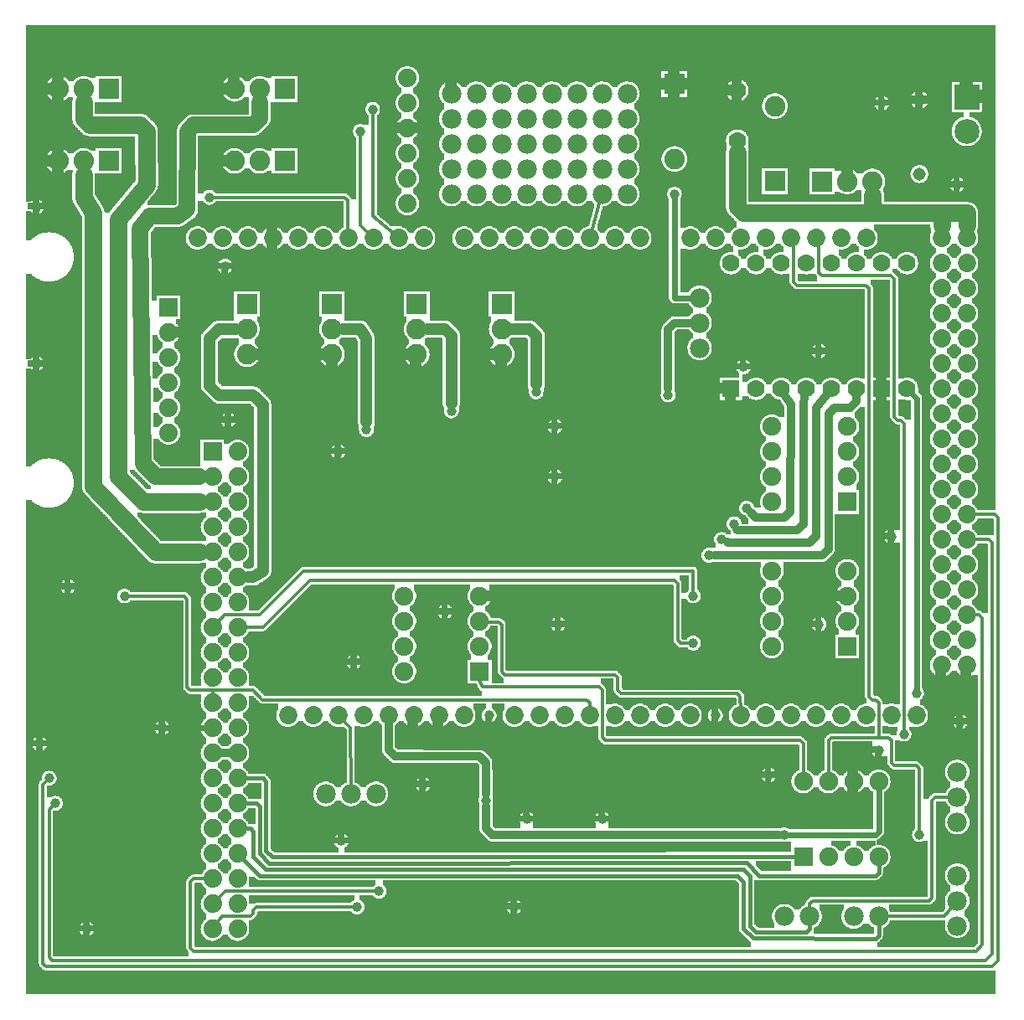
<source format=gbl>
G04 MADE WITH FRITZING*
G04 WWW.FRITZING.ORG*
G04 DOUBLE SIDED*
G04 HOLES PLATED*
G04 CONTOUR ON CENTER OF CONTOUR VECTOR*
%ASAXBY*%
%FSLAX23Y23*%
%MOIN*%
%OFA0B0*%
%SFA1.0B1.0*%
%ADD10C,0.075000*%
%ADD11C,0.039370*%
%ADD12C,0.070000*%
%ADD13C,0.074000*%
%ADD14C,0.078000*%
%ADD15C,0.072917*%
%ADD16C,0.082000*%
%ADD17C,0.051496*%
%ADD18C,0.099055*%
%ADD19R,0.075000X0.075000*%
%ADD20R,0.074000X0.074000*%
%ADD21R,0.070000X0.070000*%
%ADD22R,0.082000X0.082000*%
%ADD23R,0.099055X0.099055*%
%ADD24C,0.012000*%
%ADD25C,0.032000*%
%ADD26C,0.024000*%
%ADD27C,0.048000*%
%ADD28C,0.065000*%
%ADD29C,0.016000*%
%LNCOPPER0*%
G90*
G70*
G54D10*
X3461Y2267D03*
X607Y1901D03*
X1180Y1597D03*
X123Y3820D03*
X980Y1032D03*
X1907Y1035D03*
X3511Y827D03*
X1007Y306D03*
X3564Y2821D03*
G54D11*
X207Y1663D03*
X282Y301D03*
X94Y1038D03*
X2157Y1513D03*
X3432Y1013D03*
X3757Y1126D03*
X832Y2938D03*
X1282Y2201D03*
G54D12*
X2869Y3638D03*
X2869Y3438D03*
G54D11*
X157Y801D03*
X132Y901D03*
X1444Y451D03*
X1869Y813D03*
X2332Y738D03*
X1619Y876D03*
X1294Y651D03*
G54D13*
X1557Y3688D03*
X1557Y3588D03*
X1557Y3488D03*
X1557Y3388D03*
X1557Y3288D03*
X1557Y3188D03*
X1557Y3688D03*
X1557Y3588D03*
X1557Y3488D03*
X1557Y3388D03*
X1557Y3288D03*
X1557Y3188D03*
G54D10*
X1844Y1326D03*
X1544Y1326D03*
X1844Y1426D03*
X1544Y1426D03*
X1844Y1526D03*
X1544Y1526D03*
X1844Y1626D03*
X1544Y1626D03*
G54D11*
X432Y1626D03*
X3057Y676D03*
X3582Y1238D03*
G54D10*
X3307Y1426D03*
X3007Y1426D03*
X3307Y1526D03*
X3007Y1526D03*
X3307Y1626D03*
X3007Y1626D03*
X3307Y1726D03*
X3007Y1726D03*
X3307Y2001D03*
X3007Y2001D03*
X3307Y2101D03*
X3007Y2101D03*
X3307Y2201D03*
X3007Y2201D03*
X3307Y2301D03*
X3007Y2301D03*
G54D11*
X2619Y3226D03*
X1732Y2363D03*
X2069Y2438D03*
X1394Y2288D03*
X2807Y1851D03*
X2757Y1788D03*
X2857Y1913D03*
X2907Y1976D03*
X769Y3213D03*
X1369Y3476D03*
X1419Y3563D03*
X3594Y676D03*
X3532Y1076D03*
X2594Y2426D03*
X1357Y388D03*
X1982Y388D03*
X3194Y1513D03*
X1344Y1363D03*
X1882Y1151D03*
X82Y3176D03*
X2994Y913D03*
X582Y1101D03*
X2782Y1151D03*
X1707Y1563D03*
X3744Y3263D03*
X3194Y2601D03*
G54D13*
X607Y2776D03*
X607Y2676D03*
X607Y2576D03*
X607Y2476D03*
X607Y2376D03*
X607Y2276D03*
G54D11*
X2144Y2301D03*
X2144Y2101D03*
X3482Y1863D03*
X844Y2326D03*
G54D12*
X3544Y2951D03*
X3544Y2451D03*
X3444Y2951D03*
X3444Y2451D03*
X3344Y2951D03*
X3344Y2451D03*
X3244Y2951D03*
X3244Y2451D03*
X3144Y2951D03*
X3144Y2451D03*
X3044Y2951D03*
X3044Y2451D03*
X2944Y2951D03*
X2944Y2451D03*
X2844Y2951D03*
X2844Y2451D03*
G54D11*
X3444Y3588D03*
X2032Y738D03*
G54D14*
X1732Y3226D03*
X1732Y3326D03*
X1732Y3426D03*
X1732Y3526D03*
X1732Y3626D03*
X2432Y3226D03*
X2432Y3326D03*
X2432Y3426D03*
X2432Y3526D03*
X2432Y3626D03*
X2232Y3626D03*
X2232Y3526D03*
X2232Y3426D03*
X2032Y3426D03*
X2032Y3626D03*
X2032Y3526D03*
X2032Y3226D03*
X2032Y3326D03*
X1832Y3526D03*
X1832Y3626D03*
X2332Y3226D03*
X1932Y3626D03*
X1932Y3426D03*
X1932Y3226D03*
X1932Y3326D03*
X2332Y3626D03*
X2332Y3526D03*
X2332Y3426D03*
X1832Y3226D03*
X1832Y3326D03*
X2132Y3426D03*
X1932Y3526D03*
X2132Y3226D03*
X2132Y3326D03*
X1432Y838D03*
X1332Y838D03*
X1232Y838D03*
X2132Y3626D03*
X2132Y3526D03*
X2332Y3326D03*
X1832Y3426D03*
X2232Y3226D03*
X2232Y3326D03*
G54D11*
X2894Y2538D03*
X82Y2551D03*
G54D10*
X3132Y588D03*
X3132Y888D03*
X3232Y588D03*
X3232Y888D03*
X3332Y588D03*
X3332Y888D03*
X3432Y588D03*
X3432Y888D03*
G54D13*
X882Y2201D03*
X882Y2101D03*
X882Y2001D03*
X882Y1901D03*
X882Y1801D03*
X882Y1701D03*
X882Y1601D03*
X882Y1501D03*
X882Y1401D03*
X882Y1301D03*
X882Y1201D03*
X882Y1101D03*
X882Y1001D03*
X882Y901D03*
X882Y801D03*
X882Y701D03*
X882Y601D03*
X882Y501D03*
X882Y401D03*
X882Y301D03*
X782Y2201D03*
X782Y2101D03*
X782Y2001D03*
X782Y1901D03*
X782Y1801D03*
X782Y1701D03*
X782Y1601D03*
X782Y1501D03*
X782Y1401D03*
X782Y1301D03*
X782Y1201D03*
X782Y1101D03*
X782Y1001D03*
X782Y901D03*
X782Y801D03*
X782Y701D03*
X782Y601D03*
X782Y501D03*
X782Y401D03*
X782Y301D03*
G54D15*
X2982Y1151D03*
X1382Y1151D03*
X3082Y1151D03*
X3182Y1151D03*
X3282Y1151D03*
X3382Y1151D03*
X3682Y2551D03*
X3482Y1151D03*
X3582Y1151D03*
X1422Y3051D03*
X1982Y1151D03*
X2082Y1151D03*
X2182Y1151D03*
X2282Y1151D03*
X3682Y1751D03*
X2382Y1151D03*
X2482Y1151D03*
X2582Y1151D03*
X2682Y1151D03*
X2182Y3051D03*
X3682Y2951D03*
X3682Y2151D03*
X3682Y1351D03*
X1022Y3051D03*
X1782Y1151D03*
X1782Y3051D03*
X3682Y2751D03*
X3682Y2351D03*
X3682Y1951D03*
X3382Y3051D03*
X3682Y1551D03*
X3282Y3051D03*
X3182Y3051D03*
X3082Y3051D03*
X2982Y3051D03*
X2882Y3051D03*
X2782Y3051D03*
X2682Y3051D03*
X822Y3051D03*
X1222Y3051D03*
X1622Y3051D03*
X1182Y1151D03*
X1582Y1151D03*
X2382Y3051D03*
X1982Y3051D03*
X3682Y3051D03*
X3682Y2851D03*
X3682Y2651D03*
X3682Y2451D03*
X3682Y2251D03*
X3682Y2051D03*
X3682Y1851D03*
X3682Y1651D03*
X3682Y1451D03*
X722Y3051D03*
X922Y3051D03*
X1122Y3051D03*
X1322Y3051D03*
X1522Y3051D03*
X1082Y1151D03*
X1282Y1151D03*
X1482Y1151D03*
X1682Y1151D03*
X2482Y3051D03*
X2282Y3051D03*
X2082Y3051D03*
X1882Y3051D03*
X3782Y3051D03*
X3782Y2951D03*
X3782Y2851D03*
X3782Y2751D03*
X3782Y2651D03*
X3782Y2551D03*
X3782Y2451D03*
X3782Y2351D03*
X3782Y2251D03*
X3782Y2151D03*
X3782Y2051D03*
X3782Y1951D03*
X3782Y1851D03*
X3782Y1751D03*
X3782Y1651D03*
X3782Y1551D03*
X3782Y1451D03*
X3782Y1351D03*
X2882Y1151D03*
G54D16*
X1257Y2788D03*
X1257Y2688D03*
X1257Y2588D03*
X1932Y2788D03*
X1932Y2688D03*
X1932Y2588D03*
X1594Y2788D03*
X1594Y2688D03*
X1594Y2588D03*
X919Y2788D03*
X919Y2688D03*
X919Y2588D03*
G54D14*
X3744Y313D03*
X3744Y413D03*
X3744Y513D03*
X3744Y926D03*
X3744Y826D03*
X3744Y726D03*
X2719Y2813D03*
X2719Y2713D03*
X2719Y2613D03*
X3057Y351D03*
X3157Y351D03*
X3432Y351D03*
X3332Y351D03*
G54D16*
X3207Y3276D03*
X3307Y3276D03*
X3407Y3276D03*
X2619Y3663D03*
X2619Y3365D03*
X3019Y3278D03*
X3019Y3576D03*
G54D17*
X3594Y3305D03*
X3594Y3601D03*
G54D16*
X369Y3357D03*
X269Y3357D03*
X169Y3357D03*
X1069Y3645D03*
X969Y3645D03*
X869Y3645D03*
X369Y3645D03*
X269Y3645D03*
X169Y3645D03*
X1069Y3357D03*
X969Y3357D03*
X869Y3357D03*
G54D18*
X3782Y3613D03*
X3782Y3476D03*
G54D11*
X2694Y1438D03*
X2694Y1626D03*
G54D19*
X1844Y1326D03*
X3307Y1426D03*
X3307Y2001D03*
G54D20*
X607Y2776D03*
G54D21*
X2844Y2451D03*
X3444Y2451D03*
G54D19*
X3132Y588D03*
G54D20*
X782Y2201D03*
G54D22*
X1257Y2788D03*
X1932Y2788D03*
X1594Y2788D03*
X919Y2788D03*
X3207Y3276D03*
X2619Y3664D03*
X3019Y3277D03*
X369Y3357D03*
X1069Y3645D03*
X369Y3645D03*
X1069Y3357D03*
G54D23*
X3782Y3613D03*
G54D24*
X3395Y1226D02*
X3406Y1213D01*
D02*
X3419Y1213D02*
X3432Y1201D01*
D02*
X3245Y1063D02*
X3232Y1051D01*
D02*
X3232Y1051D02*
X3232Y911D01*
D02*
X3406Y1213D02*
X3419Y1213D01*
D02*
X3432Y1063D02*
X3245Y1063D01*
D02*
X3432Y1201D02*
X3432Y1063D01*
D02*
X3394Y2850D02*
X3395Y1226D01*
D02*
X3381Y2863D02*
X3394Y2850D01*
D02*
X3107Y2863D02*
X3381Y2863D01*
D02*
X3095Y2875D02*
X3107Y2863D01*
D02*
X3095Y3051D02*
X3095Y2875D01*
D02*
X3107Y3051D02*
X3095Y3051D01*
D02*
X3594Y938D02*
X3582Y950D01*
D02*
X3482Y963D02*
X3482Y1051D01*
D02*
X3482Y1051D02*
X3469Y1063D01*
D02*
X3469Y1063D02*
X3432Y1063D01*
D02*
X3495Y950D02*
X3482Y963D01*
D02*
X3582Y950D02*
X3495Y950D01*
D02*
X3594Y689D02*
X3594Y938D01*
D02*
X694Y489D02*
X706Y501D01*
D02*
X706Y501D02*
X756Y501D01*
D02*
X695Y226D02*
X694Y489D01*
D02*
X3844Y1538D02*
X3844Y238D01*
D02*
X3831Y1551D02*
X3844Y1538D01*
D02*
X3844Y238D02*
X3819Y213D01*
D02*
X3819Y213D02*
X707Y213D01*
D02*
X707Y213D02*
X695Y226D01*
D02*
X3807Y1551D02*
X3831Y1551D01*
G54D12*
D02*
X3406Y3150D02*
X2894Y3150D01*
D02*
X2894Y3150D02*
X2870Y3176D01*
D02*
X3682Y3150D02*
X3406Y3150D01*
D02*
X3407Y3221D02*
X3406Y3150D01*
D02*
X2870Y3176D02*
X2869Y3390D01*
D02*
X3682Y3150D02*
X3783Y3150D01*
D02*
X3682Y3103D02*
X3682Y3150D01*
D02*
X3783Y3150D02*
X3782Y3103D01*
G54D24*
D02*
X1331Y1101D02*
X1332Y863D01*
D02*
X1299Y1133D02*
X1331Y1101D01*
D02*
X1431Y451D02*
X832Y451D01*
D02*
X832Y451D02*
X800Y419D01*
G54D25*
D02*
X819Y1001D02*
X845Y1001D01*
G54D24*
D02*
X2289Y3074D02*
X2325Y3202D01*
D02*
X2395Y1250D02*
X2407Y1238D01*
D02*
X1945Y1313D02*
X2382Y1313D01*
D02*
X1844Y1523D02*
X1920Y1523D01*
D02*
X1932Y1513D02*
X1932Y1326D01*
D02*
X1932Y1326D02*
X1945Y1313D01*
D02*
X1920Y1523D02*
X1932Y1513D01*
D02*
X1844Y1503D02*
X1844Y1523D01*
D02*
X2395Y1301D02*
X2395Y1250D01*
D02*
X2382Y1313D02*
X2395Y1301D01*
D02*
X2881Y1226D02*
X2882Y1175D01*
D02*
X2870Y1238D02*
X2881Y1226D01*
D02*
X2407Y1238D02*
X2870Y1238D01*
G54D26*
D02*
X751Y1101D02*
X601Y1101D01*
D02*
X3432Y688D02*
X3432Y860D01*
D02*
X3419Y676D02*
X3432Y688D01*
D02*
X3419Y676D02*
X3076Y676D01*
G54D24*
D02*
X3694Y351D02*
X3729Y394D01*
D02*
X3456Y351D02*
X3694Y351D01*
D02*
X681Y1613D02*
X670Y1626D01*
D02*
X670Y1626D02*
X445Y1626D01*
D02*
X681Y1263D02*
X681Y1613D01*
D02*
X694Y1250D02*
X681Y1263D01*
D02*
X782Y1251D02*
X694Y1250D01*
D02*
X3157Y401D02*
X3170Y413D01*
D02*
X3632Y413D02*
X3645Y426D01*
D02*
X3644Y813D02*
X3657Y826D01*
D02*
X3657Y826D02*
X3720Y826D01*
D02*
X3170Y413D02*
X3632Y413D01*
D02*
X3645Y426D02*
X3644Y813D01*
D02*
X3157Y375D02*
X3157Y401D01*
G54D25*
D02*
X1869Y701D02*
X1869Y789D01*
D02*
X1895Y675D02*
X1869Y701D01*
D02*
X3032Y676D02*
X1895Y675D01*
G54D26*
D02*
X3582Y2413D02*
X3582Y1257D01*
D02*
X3563Y2432D02*
X3582Y2413D01*
G54D25*
D02*
X1507Y988D02*
X1845Y987D01*
D02*
X1869Y963D02*
X1869Y838D01*
D02*
X1845Y987D02*
X1869Y963D01*
D02*
X1482Y1014D02*
X1507Y988D01*
D02*
X1482Y1115D02*
X1482Y1014D01*
G54D24*
D02*
X782Y1226D02*
X782Y1251D01*
G54D27*
D02*
X1394Y2651D02*
X1394Y2318D01*
D02*
X1370Y2689D02*
X1394Y2651D01*
D02*
X1300Y2688D02*
X1370Y2689D01*
D02*
X944Y1700D02*
X924Y1700D01*
D02*
X982Y1725D02*
X944Y1700D01*
D02*
X769Y2651D02*
X770Y2463D01*
D02*
X945Y2426D02*
X982Y2388D01*
D02*
X807Y2426D02*
X945Y2426D01*
D02*
X806Y2688D02*
X769Y2651D01*
D02*
X770Y2463D02*
X807Y2426D01*
D02*
X982Y2388D02*
X982Y1725D01*
D02*
X876Y2688D02*
X806Y2688D01*
D02*
X1733Y2663D02*
X1707Y2689D01*
D02*
X1732Y2393D02*
X1733Y2663D01*
D02*
X1707Y2689D02*
X1638Y2688D01*
D02*
X2070Y2663D02*
X2069Y2468D01*
D02*
X2044Y2689D02*
X2070Y2663D01*
D02*
X1975Y2688D02*
X2044Y2689D01*
G54D25*
D02*
X3344Y2400D02*
X3344Y2419D01*
D02*
X3320Y2376D02*
X3344Y2400D01*
D02*
X3257Y2376D02*
X3320Y2376D01*
D02*
X3232Y2351D02*
X3257Y2376D01*
D02*
X3232Y1813D02*
X3232Y2351D01*
D02*
X3207Y1788D02*
X3232Y1813D01*
D02*
X2781Y1788D02*
X3207Y1788D01*
D02*
X3182Y2376D02*
X3224Y2426D01*
D02*
X3182Y1864D02*
X3182Y2376D01*
D02*
X3157Y1839D02*
X3182Y1864D01*
D02*
X2832Y1838D02*
X3157Y1839D01*
D02*
X2829Y1840D02*
X2832Y1838D01*
D02*
X2945Y1939D02*
X3057Y1938D01*
D02*
X2924Y1958D02*
X2945Y1939D01*
D02*
X3081Y1963D02*
X3082Y2388D01*
D02*
X3082Y2388D02*
X3061Y2423D01*
D02*
X3057Y1938D02*
X3081Y1963D01*
D02*
X2870Y1888D02*
X3107Y1888D01*
D02*
X2868Y1891D02*
X2870Y1888D01*
D02*
X3132Y1913D02*
X3132Y2388D01*
D02*
X3132Y2388D02*
X3138Y2420D01*
D02*
X3107Y1888D02*
X3132Y1913D01*
G54D24*
D02*
X2319Y1264D02*
X1857Y1264D01*
D02*
X2332Y1251D02*
X2319Y1264D01*
D02*
X1844Y1288D02*
X1844Y1303D01*
D02*
X1857Y1264D02*
X1844Y1288D01*
D02*
X2332Y1064D02*
X2332Y1251D01*
D02*
X2345Y1051D02*
X2332Y1064D01*
D02*
X3119Y1051D02*
X2345Y1051D01*
D02*
X3132Y1038D02*
X3119Y1051D01*
D02*
X3132Y911D02*
X3132Y1038D01*
G54D28*
D02*
X506Y2151D02*
X495Y3089D01*
D02*
X495Y3089D02*
X533Y3138D01*
D02*
X556Y2101D02*
X506Y2151D01*
D02*
X533Y3138D02*
X645Y3138D01*
D02*
X729Y2101D02*
X556Y2101D01*
D02*
X645Y3138D02*
X681Y3164D01*
D02*
X970Y3526D02*
X970Y3591D01*
D02*
X944Y3501D02*
X970Y3526D01*
D02*
X682Y3476D02*
X707Y3501D01*
D02*
X707Y3501D02*
X944Y3501D01*
D02*
X681Y3164D02*
X682Y3476D01*
G54D12*
D02*
X408Y2101D02*
X407Y3126D01*
D02*
X269Y3526D02*
X269Y3591D01*
D02*
X494Y3501D02*
X294Y3501D01*
D02*
X520Y3476D02*
X494Y3501D01*
D02*
X294Y3501D02*
X269Y3526D01*
D02*
X520Y3263D02*
X520Y3476D01*
D02*
X407Y3126D02*
X520Y3263D01*
D02*
X506Y2001D02*
X408Y2101D01*
D02*
X729Y2001D02*
X506Y2001D01*
D02*
X556Y1800D02*
X307Y2062D01*
D02*
X307Y2062D02*
X307Y3151D01*
D02*
X729Y1801D02*
X556Y1800D01*
D02*
X269Y3212D02*
X269Y3303D01*
D02*
X307Y3151D02*
X269Y3212D01*
G54D24*
D02*
X1307Y3213D02*
X783Y3213D01*
D02*
X1320Y3201D02*
X1307Y3213D01*
D02*
X1319Y3051D02*
X1320Y3201D01*
D02*
X1297Y3051D02*
X1319Y3051D01*
D02*
X1369Y3101D02*
X1369Y3462D01*
D02*
X1404Y3068D02*
X1369Y3101D01*
D02*
X1532Y3051D02*
X1522Y3051D01*
D02*
X1420Y3138D02*
X1503Y3067D01*
D02*
X1419Y3550D02*
X1420Y3138D01*
D02*
X3532Y2313D02*
X3532Y1089D01*
D02*
X3519Y2325D02*
X3532Y2313D01*
D02*
X3507Y2325D02*
X3519Y2325D01*
D02*
X3495Y2339D02*
X3507Y2325D01*
D02*
X3494Y2888D02*
X3495Y2339D01*
D02*
X3481Y2901D02*
X3494Y2888D01*
D02*
X3207Y2901D02*
X3481Y2901D01*
D02*
X3195Y2913D02*
X3207Y2901D01*
D02*
X3194Y3051D02*
X3195Y2913D01*
D02*
X3207Y3051D02*
X3194Y3051D01*
G54D26*
D02*
X2620Y2813D02*
X2619Y3207D01*
D02*
X2689Y2813D02*
X2620Y2813D01*
G54D29*
D02*
X3432Y276D02*
X3432Y326D01*
D02*
X3419Y263D02*
X3432Y276D01*
D02*
X2932Y264D02*
X3419Y263D01*
D02*
X2895Y301D02*
X2932Y264D01*
G54D12*
D02*
X3783Y3150D02*
X3682Y3150D01*
D02*
X3782Y3103D02*
X3783Y3150D01*
D02*
X3407Y3176D02*
X3407Y3221D01*
D02*
X3432Y3151D02*
X3407Y3176D01*
D02*
X3682Y3150D02*
X3432Y3151D01*
D02*
X3682Y3103D02*
X3682Y3150D01*
G54D29*
D02*
X2895Y538D02*
X2919Y513D01*
D02*
X2919Y513D02*
X2919Y313D01*
D02*
X2919Y313D02*
X2945Y288D01*
D02*
X2945Y288D02*
X3144Y288D01*
D02*
X995Y538D02*
X2895Y538D01*
D02*
X3144Y288D02*
X3157Y301D01*
D02*
X3157Y301D02*
X3157Y326D01*
D02*
X944Y588D02*
X995Y538D01*
D02*
X944Y688D02*
X944Y588D01*
D02*
X932Y701D02*
X944Y688D01*
D02*
X907Y701D02*
X932Y701D01*
D02*
X2869Y513D02*
X969Y513D01*
D02*
X2895Y489D02*
X2869Y513D01*
D02*
X969Y513D02*
X900Y583D01*
D02*
X2895Y301D02*
X2895Y489D01*
G54D24*
D02*
X819Y351D02*
X797Y321D01*
D02*
X932Y351D02*
X819Y351D01*
D02*
X945Y375D02*
X944Y363D01*
D02*
X944Y363D02*
X932Y351D01*
D02*
X956Y389D02*
X945Y375D01*
D02*
X1343Y388D02*
X956Y389D01*
D02*
X132Y188D02*
X145Y175D01*
D02*
X132Y776D02*
X132Y188D01*
D02*
X147Y791D02*
X132Y776D01*
D02*
X3857Y176D02*
X3882Y201D01*
D02*
X3869Y1851D02*
X3807Y1851D01*
D02*
X145Y175D02*
X3857Y176D01*
D02*
X3882Y201D02*
X3882Y1838D01*
D02*
X3882Y1838D02*
X3869Y1851D01*
D02*
X107Y876D02*
X107Y163D01*
D02*
X122Y891D02*
X107Y876D01*
D02*
X3907Y176D02*
X3907Y1938D01*
D02*
X3907Y1938D02*
X3895Y1951D01*
D02*
X120Y150D02*
X3882Y151D01*
D02*
X107Y163D02*
X120Y150D01*
D02*
X3882Y151D02*
X3907Y176D01*
D02*
X3895Y1951D02*
X3807Y1951D01*
G54D29*
D02*
X994Y613D02*
X1020Y588D01*
D02*
X994Y888D02*
X994Y613D01*
D02*
X982Y901D02*
X994Y888D01*
D02*
X1020Y588D02*
X3109Y588D01*
D02*
X907Y901D02*
X982Y901D01*
D02*
X969Y788D02*
X969Y601D01*
D02*
X957Y801D02*
X969Y788D01*
D02*
X969Y601D02*
X1007Y563D01*
D02*
X2957Y513D02*
X3419Y513D01*
D02*
X2907Y564D02*
X2957Y513D01*
D02*
X1007Y563D02*
X2907Y564D01*
D02*
X3432Y525D02*
X3432Y565D01*
D02*
X3419Y513D02*
X3432Y525D01*
D02*
X907Y801D02*
X957Y801D01*
G54D24*
D02*
X2694Y1726D02*
X2694Y1639D01*
D02*
X1145Y1726D02*
X2694Y1726D01*
D02*
X969Y1551D02*
X1145Y1726D01*
D02*
X831Y1551D02*
X969Y1551D01*
D02*
X800Y1519D02*
X831Y1551D01*
D02*
X2632Y1450D02*
X2645Y1438D01*
D02*
X2645Y1438D02*
X2681Y1438D01*
D02*
X2632Y1675D02*
X2632Y1450D01*
D02*
X2620Y1688D02*
X2632Y1675D01*
D02*
X1169Y1688D02*
X2620Y1688D01*
D02*
X982Y1501D02*
X1169Y1688D01*
D02*
X907Y1501D02*
X982Y1501D01*
G54D25*
D02*
X2620Y2713D02*
X2684Y2713D01*
D02*
X2595Y2688D02*
X2620Y2713D01*
D02*
X2594Y2450D02*
X2595Y2688D01*
G54D24*
D02*
X944Y1251D02*
X782Y1251D01*
D02*
X981Y1213D02*
X944Y1251D01*
D02*
X2282Y1201D02*
X2269Y1213D01*
D02*
X2282Y1175D02*
X2282Y1201D01*
D02*
X2269Y1213D02*
X981Y1213D01*
G36*
X2922Y3029D02*
X2922Y3025D01*
X2920Y3025D01*
X2920Y3023D01*
X2918Y3023D01*
X2918Y3021D01*
X2916Y3021D01*
X2916Y3019D01*
X2914Y3019D01*
X2914Y3017D01*
X2912Y3017D01*
X2912Y3015D01*
X2910Y3015D01*
X2910Y3013D01*
X2908Y3013D01*
X2908Y3011D01*
X2904Y3011D01*
X2904Y3009D01*
X2900Y3009D01*
X2900Y3007D01*
X2894Y3007D01*
X2894Y3005D01*
X2872Y3005D01*
X2872Y2985D01*
X2874Y2985D01*
X2874Y2983D01*
X2876Y2983D01*
X2876Y2981D01*
X2878Y2981D01*
X2878Y2979D01*
X2880Y2979D01*
X2880Y2977D01*
X2882Y2977D01*
X2882Y2973D01*
X2884Y2973D01*
X2884Y2969D01*
X2904Y2969D01*
X2904Y2971D01*
X2906Y2971D01*
X2906Y2975D01*
X2908Y2975D01*
X2908Y2979D01*
X2910Y2979D01*
X2910Y2981D01*
X2912Y2981D01*
X2912Y2983D01*
X2914Y2983D01*
X2914Y2985D01*
X2916Y2985D01*
X2916Y2987D01*
X2920Y2987D01*
X2920Y2989D01*
X2924Y2989D01*
X2924Y2991D01*
X2926Y2991D01*
X2926Y2993D01*
X2934Y2993D01*
X2934Y2995D01*
X2954Y2995D01*
X2954Y3015D01*
X2952Y3015D01*
X2952Y3017D01*
X2948Y3017D01*
X2948Y3021D01*
X2946Y3021D01*
X2946Y3023D01*
X2944Y3023D01*
X2944Y3025D01*
X2942Y3025D01*
X2942Y3029D01*
X2922Y3029D01*
G37*
D02*
G36*
X3022Y3029D02*
X3022Y3025D01*
X3020Y3025D01*
X3020Y3023D01*
X3018Y3023D01*
X3018Y3021D01*
X3016Y3021D01*
X3016Y3019D01*
X3014Y3019D01*
X3014Y3017D01*
X3012Y3017D01*
X3012Y3015D01*
X3010Y3015D01*
X3010Y3013D01*
X3008Y3013D01*
X3008Y3011D01*
X3004Y3011D01*
X3004Y3009D01*
X3000Y3009D01*
X3000Y3007D01*
X2994Y3007D01*
X2994Y3005D01*
X2972Y3005D01*
X2972Y2985D01*
X2974Y2985D01*
X2974Y2983D01*
X2976Y2983D01*
X2976Y2981D01*
X2978Y2981D01*
X2978Y2979D01*
X2980Y2979D01*
X2980Y2977D01*
X2982Y2977D01*
X2982Y2973D01*
X2984Y2973D01*
X2984Y2969D01*
X3004Y2969D01*
X3004Y2971D01*
X3006Y2971D01*
X3006Y2975D01*
X3008Y2975D01*
X3008Y2979D01*
X3010Y2979D01*
X3010Y2981D01*
X3012Y2981D01*
X3012Y2983D01*
X3014Y2983D01*
X3014Y2985D01*
X3016Y2985D01*
X3016Y2987D01*
X3020Y2987D01*
X3020Y2989D01*
X3024Y2989D01*
X3024Y2991D01*
X3026Y2991D01*
X3026Y2993D01*
X3034Y2993D01*
X3034Y2995D01*
X3054Y2995D01*
X3054Y3015D01*
X3052Y3015D01*
X3052Y3017D01*
X3048Y3017D01*
X3048Y3021D01*
X3046Y3021D01*
X3046Y3023D01*
X3044Y3023D01*
X3044Y3025D01*
X3042Y3025D01*
X3042Y3029D01*
X3022Y3029D01*
G37*
D02*
G36*
X3322Y3029D02*
X3322Y3025D01*
X3320Y3025D01*
X3320Y3023D01*
X3318Y3023D01*
X3318Y3021D01*
X3316Y3021D01*
X3316Y3019D01*
X3314Y3019D01*
X3314Y3017D01*
X3312Y3017D01*
X3312Y3015D01*
X3310Y3015D01*
X3310Y3013D01*
X3308Y3013D01*
X3308Y3011D01*
X3304Y3011D01*
X3304Y3009D01*
X3300Y3009D01*
X3300Y3007D01*
X3294Y3007D01*
X3294Y3005D01*
X3272Y3005D01*
X3272Y2985D01*
X3274Y2985D01*
X3274Y2983D01*
X3276Y2983D01*
X3276Y2981D01*
X3278Y2981D01*
X3278Y2979D01*
X3280Y2979D01*
X3280Y2977D01*
X3282Y2977D01*
X3282Y2973D01*
X3284Y2973D01*
X3284Y2969D01*
X3304Y2969D01*
X3304Y2971D01*
X3306Y2971D01*
X3306Y2975D01*
X3308Y2975D01*
X3308Y2979D01*
X3310Y2979D01*
X3310Y2981D01*
X3312Y2981D01*
X3312Y2983D01*
X3314Y2983D01*
X3314Y2985D01*
X3316Y2985D01*
X3316Y2987D01*
X3320Y2987D01*
X3320Y2989D01*
X3324Y2989D01*
X3324Y2991D01*
X3326Y2991D01*
X3326Y2993D01*
X3334Y2993D01*
X3334Y2995D01*
X3354Y2995D01*
X3354Y3015D01*
X3352Y3015D01*
X3352Y3017D01*
X3348Y3017D01*
X3348Y3021D01*
X3346Y3021D01*
X3346Y3023D01*
X3344Y3023D01*
X3344Y3025D01*
X3342Y3025D01*
X3342Y3029D01*
X3322Y3029D01*
G37*
D02*
G36*
X3722Y3029D02*
X3722Y3025D01*
X3720Y3025D01*
X3720Y3023D01*
X3718Y3023D01*
X3718Y3021D01*
X3716Y3021D01*
X3716Y3019D01*
X3714Y3019D01*
X3714Y3017D01*
X3712Y3017D01*
X3712Y3015D01*
X3710Y3015D01*
X3710Y3013D01*
X3708Y3013D01*
X3708Y3011D01*
X3704Y3011D01*
X3704Y2991D01*
X3706Y2991D01*
X3706Y2989D01*
X3710Y2989D01*
X3710Y2987D01*
X3712Y2987D01*
X3712Y2985D01*
X3714Y2985D01*
X3714Y2983D01*
X3716Y2983D01*
X3716Y2981D01*
X3718Y2981D01*
X3718Y2979D01*
X3720Y2979D01*
X3720Y2975D01*
X3722Y2975D01*
X3722Y2973D01*
X3742Y2973D01*
X3742Y2975D01*
X3744Y2975D01*
X3744Y2979D01*
X3746Y2979D01*
X3746Y2981D01*
X3748Y2981D01*
X3748Y2983D01*
X3750Y2983D01*
X3750Y2985D01*
X3752Y2985D01*
X3752Y2987D01*
X3754Y2987D01*
X3754Y2989D01*
X3758Y2989D01*
X3758Y2991D01*
X3760Y2991D01*
X3760Y3011D01*
X3756Y3011D01*
X3756Y3013D01*
X3754Y3013D01*
X3754Y3015D01*
X3752Y3015D01*
X3752Y3017D01*
X3748Y3017D01*
X3748Y3021D01*
X3746Y3021D01*
X3746Y3023D01*
X3744Y3023D01*
X3744Y3025D01*
X3742Y3025D01*
X3742Y3029D01*
X3722Y3029D01*
G37*
D02*
G36*
X3722Y2929D02*
X3722Y2925D01*
X3720Y2925D01*
X3720Y2923D01*
X3718Y2923D01*
X3718Y2921D01*
X3716Y2921D01*
X3716Y2919D01*
X3714Y2919D01*
X3714Y2917D01*
X3712Y2917D01*
X3712Y2915D01*
X3710Y2915D01*
X3710Y2913D01*
X3708Y2913D01*
X3708Y2911D01*
X3704Y2911D01*
X3704Y2891D01*
X3706Y2891D01*
X3706Y2889D01*
X3710Y2889D01*
X3710Y2887D01*
X3712Y2887D01*
X3712Y2885D01*
X3714Y2885D01*
X3714Y2883D01*
X3716Y2883D01*
X3716Y2881D01*
X3718Y2881D01*
X3718Y2879D01*
X3720Y2879D01*
X3720Y2875D01*
X3722Y2875D01*
X3722Y2873D01*
X3742Y2873D01*
X3742Y2875D01*
X3744Y2875D01*
X3744Y2879D01*
X3746Y2879D01*
X3746Y2881D01*
X3748Y2881D01*
X3748Y2883D01*
X3750Y2883D01*
X3750Y2885D01*
X3752Y2885D01*
X3752Y2887D01*
X3754Y2887D01*
X3754Y2889D01*
X3758Y2889D01*
X3758Y2891D01*
X3760Y2891D01*
X3760Y2911D01*
X3756Y2911D01*
X3756Y2913D01*
X3754Y2913D01*
X3754Y2915D01*
X3752Y2915D01*
X3752Y2917D01*
X3748Y2917D01*
X3748Y2921D01*
X3746Y2921D01*
X3746Y2923D01*
X3744Y2923D01*
X3744Y2925D01*
X3742Y2925D01*
X3742Y2929D01*
X3722Y2929D01*
G37*
D02*
G36*
X3110Y2909D02*
X3110Y2905D01*
X3140Y2905D01*
X3140Y2907D01*
X3130Y2907D01*
X3130Y2909D01*
X3110Y2909D01*
G37*
D02*
G36*
X3158Y2909D02*
X3158Y2907D01*
X3150Y2907D01*
X3150Y2905D01*
X3180Y2905D01*
X3180Y2909D01*
X3158Y2909D01*
G37*
D02*
G36*
X3110Y2905D02*
X3110Y2903D01*
X3182Y2903D01*
X3182Y2905D01*
X3110Y2905D01*
G37*
D02*
G36*
X3110Y2905D02*
X3110Y2903D01*
X3182Y2903D01*
X3182Y2905D01*
X3110Y2905D01*
G37*
D02*
G36*
X3110Y2903D02*
X3110Y2881D01*
X3112Y2881D01*
X3112Y2879D01*
X3188Y2879D01*
X3188Y2899D01*
X3186Y2899D01*
X3186Y2901D01*
X3184Y2901D01*
X3184Y2903D01*
X3110Y2903D01*
G37*
D02*
G36*
X3400Y2885D02*
X3400Y2865D01*
X3402Y2865D01*
X3402Y2863D01*
X3404Y2863D01*
X3404Y2861D01*
X3406Y2861D01*
X3406Y2859D01*
X3408Y2859D01*
X3408Y2855D01*
X3410Y2855D01*
X3410Y2495D01*
X3478Y2495D01*
X3478Y2883D01*
X3476Y2883D01*
X3476Y2885D01*
X3400Y2885D01*
G37*
D02*
G36*
X3722Y2829D02*
X3722Y2825D01*
X3720Y2825D01*
X3720Y2823D01*
X3718Y2823D01*
X3718Y2821D01*
X3716Y2821D01*
X3716Y2819D01*
X3714Y2819D01*
X3714Y2817D01*
X3712Y2817D01*
X3712Y2815D01*
X3710Y2815D01*
X3710Y2813D01*
X3708Y2813D01*
X3708Y2811D01*
X3704Y2811D01*
X3704Y2791D01*
X3706Y2791D01*
X3706Y2789D01*
X3710Y2789D01*
X3710Y2787D01*
X3712Y2787D01*
X3712Y2785D01*
X3714Y2785D01*
X3714Y2783D01*
X3716Y2783D01*
X3716Y2781D01*
X3718Y2781D01*
X3718Y2779D01*
X3720Y2779D01*
X3720Y2775D01*
X3722Y2775D01*
X3722Y2773D01*
X3742Y2773D01*
X3742Y2775D01*
X3744Y2775D01*
X3744Y2779D01*
X3746Y2779D01*
X3746Y2781D01*
X3748Y2781D01*
X3748Y2783D01*
X3750Y2783D01*
X3750Y2785D01*
X3752Y2785D01*
X3752Y2787D01*
X3754Y2787D01*
X3754Y2789D01*
X3758Y2789D01*
X3758Y2791D01*
X3760Y2791D01*
X3760Y2811D01*
X3756Y2811D01*
X3756Y2813D01*
X3754Y2813D01*
X3754Y2815D01*
X3752Y2815D01*
X3752Y2817D01*
X3748Y2817D01*
X3748Y2821D01*
X3746Y2821D01*
X3746Y2823D01*
X3744Y2823D01*
X3744Y2825D01*
X3742Y2825D01*
X3742Y2829D01*
X3722Y2829D01*
G37*
D02*
G36*
X3722Y2729D02*
X3722Y2725D01*
X3720Y2725D01*
X3720Y2723D01*
X3718Y2723D01*
X3718Y2721D01*
X3716Y2721D01*
X3716Y2719D01*
X3714Y2719D01*
X3714Y2717D01*
X3712Y2717D01*
X3712Y2715D01*
X3710Y2715D01*
X3710Y2713D01*
X3708Y2713D01*
X3708Y2711D01*
X3704Y2711D01*
X3704Y2691D01*
X3706Y2691D01*
X3706Y2689D01*
X3710Y2689D01*
X3710Y2687D01*
X3712Y2687D01*
X3712Y2685D01*
X3714Y2685D01*
X3714Y2683D01*
X3716Y2683D01*
X3716Y2681D01*
X3718Y2681D01*
X3718Y2679D01*
X3720Y2679D01*
X3720Y2675D01*
X3722Y2675D01*
X3722Y2673D01*
X3742Y2673D01*
X3742Y2675D01*
X3744Y2675D01*
X3744Y2679D01*
X3746Y2679D01*
X3746Y2681D01*
X3748Y2681D01*
X3748Y2683D01*
X3750Y2683D01*
X3750Y2685D01*
X3752Y2685D01*
X3752Y2687D01*
X3754Y2687D01*
X3754Y2689D01*
X3758Y2689D01*
X3758Y2691D01*
X3760Y2691D01*
X3760Y2711D01*
X3756Y2711D01*
X3756Y2713D01*
X3754Y2713D01*
X3754Y2715D01*
X3752Y2715D01*
X3752Y2717D01*
X3748Y2717D01*
X3748Y2721D01*
X3746Y2721D01*
X3746Y2723D01*
X3744Y2723D01*
X3744Y2725D01*
X3742Y2725D01*
X3742Y2729D01*
X3722Y2729D01*
G37*
D02*
G36*
X542Y2665D02*
X542Y2629D01*
X544Y2629D01*
X544Y2593D01*
X564Y2593D01*
X564Y2597D01*
X566Y2597D01*
X566Y2601D01*
X568Y2601D01*
X568Y2603D01*
X570Y2603D01*
X570Y2605D01*
X572Y2605D01*
X572Y2609D01*
X576Y2609D01*
X576Y2611D01*
X578Y2611D01*
X578Y2613D01*
X580Y2613D01*
X580Y2615D01*
X584Y2615D01*
X584Y2635D01*
X582Y2635D01*
X582Y2637D01*
X580Y2637D01*
X580Y2639D01*
X576Y2639D01*
X576Y2641D01*
X574Y2641D01*
X574Y2643D01*
X572Y2643D01*
X572Y2645D01*
X570Y2645D01*
X570Y2649D01*
X568Y2649D01*
X568Y2651D01*
X566Y2651D01*
X566Y2655D01*
X564Y2655D01*
X564Y2659D01*
X562Y2659D01*
X562Y2665D01*
X542Y2665D01*
G37*
D02*
G36*
X3722Y2629D02*
X3722Y2625D01*
X3720Y2625D01*
X3720Y2623D01*
X3718Y2623D01*
X3718Y2621D01*
X3716Y2621D01*
X3716Y2619D01*
X3714Y2619D01*
X3714Y2617D01*
X3712Y2617D01*
X3712Y2615D01*
X3710Y2615D01*
X3710Y2613D01*
X3708Y2613D01*
X3708Y2611D01*
X3704Y2611D01*
X3704Y2591D01*
X3706Y2591D01*
X3706Y2589D01*
X3710Y2589D01*
X3710Y2587D01*
X3712Y2587D01*
X3712Y2585D01*
X3714Y2585D01*
X3714Y2583D01*
X3716Y2583D01*
X3716Y2581D01*
X3718Y2581D01*
X3718Y2579D01*
X3720Y2579D01*
X3720Y2575D01*
X3722Y2575D01*
X3722Y2573D01*
X3742Y2573D01*
X3742Y2575D01*
X3744Y2575D01*
X3744Y2579D01*
X3746Y2579D01*
X3746Y2581D01*
X3748Y2581D01*
X3748Y2583D01*
X3750Y2583D01*
X3750Y2585D01*
X3752Y2585D01*
X3752Y2587D01*
X3754Y2587D01*
X3754Y2589D01*
X3758Y2589D01*
X3758Y2591D01*
X3760Y2591D01*
X3760Y2611D01*
X3756Y2611D01*
X3756Y2613D01*
X3754Y2613D01*
X3754Y2615D01*
X3752Y2615D01*
X3752Y2617D01*
X3748Y2617D01*
X3748Y2621D01*
X3746Y2621D01*
X3746Y2623D01*
X3744Y2623D01*
X3744Y2625D01*
X3742Y2625D01*
X3742Y2629D01*
X3722Y2629D01*
G37*
D02*
G36*
X544Y2559D02*
X544Y2493D01*
X564Y2493D01*
X564Y2497D01*
X566Y2497D01*
X566Y2501D01*
X568Y2501D01*
X568Y2503D01*
X570Y2503D01*
X570Y2505D01*
X572Y2505D01*
X572Y2509D01*
X576Y2509D01*
X576Y2511D01*
X578Y2511D01*
X578Y2513D01*
X580Y2513D01*
X580Y2515D01*
X584Y2515D01*
X584Y2535D01*
X582Y2535D01*
X582Y2537D01*
X580Y2537D01*
X580Y2539D01*
X576Y2539D01*
X576Y2541D01*
X574Y2541D01*
X574Y2543D01*
X572Y2543D01*
X572Y2545D01*
X570Y2545D01*
X570Y2549D01*
X568Y2549D01*
X568Y2551D01*
X566Y2551D01*
X566Y2555D01*
X564Y2555D01*
X564Y2559D01*
X544Y2559D01*
G37*
D02*
G36*
X3722Y2529D02*
X3722Y2525D01*
X3720Y2525D01*
X3720Y2523D01*
X3718Y2523D01*
X3718Y2521D01*
X3716Y2521D01*
X3716Y2519D01*
X3714Y2519D01*
X3714Y2517D01*
X3712Y2517D01*
X3712Y2515D01*
X3710Y2515D01*
X3710Y2513D01*
X3708Y2513D01*
X3708Y2511D01*
X3704Y2511D01*
X3704Y2491D01*
X3706Y2491D01*
X3706Y2489D01*
X3710Y2489D01*
X3710Y2487D01*
X3712Y2487D01*
X3712Y2485D01*
X3714Y2485D01*
X3714Y2483D01*
X3716Y2483D01*
X3716Y2481D01*
X3718Y2481D01*
X3718Y2479D01*
X3720Y2479D01*
X3720Y2475D01*
X3722Y2475D01*
X3722Y2473D01*
X3742Y2473D01*
X3742Y2475D01*
X3744Y2475D01*
X3744Y2479D01*
X3746Y2479D01*
X3746Y2481D01*
X3748Y2481D01*
X3748Y2483D01*
X3750Y2483D01*
X3750Y2485D01*
X3752Y2485D01*
X3752Y2487D01*
X3754Y2487D01*
X3754Y2489D01*
X3758Y2489D01*
X3758Y2491D01*
X3760Y2491D01*
X3760Y2511D01*
X3756Y2511D01*
X3756Y2513D01*
X3754Y2513D01*
X3754Y2515D01*
X3752Y2515D01*
X3752Y2517D01*
X3748Y2517D01*
X3748Y2521D01*
X3746Y2521D01*
X3746Y2523D01*
X3744Y2523D01*
X3744Y2525D01*
X3742Y2525D01*
X3742Y2529D01*
X3722Y2529D01*
G37*
D02*
G36*
X546Y2455D02*
X546Y2397D01*
X566Y2397D01*
X566Y2401D01*
X568Y2401D01*
X568Y2403D01*
X570Y2403D01*
X570Y2405D01*
X572Y2405D01*
X572Y2409D01*
X576Y2409D01*
X576Y2411D01*
X578Y2411D01*
X578Y2413D01*
X580Y2413D01*
X580Y2415D01*
X584Y2415D01*
X584Y2435D01*
X582Y2435D01*
X582Y2437D01*
X580Y2437D01*
X580Y2439D01*
X576Y2439D01*
X576Y2441D01*
X574Y2441D01*
X574Y2443D01*
X572Y2443D01*
X572Y2445D01*
X570Y2445D01*
X570Y2449D01*
X568Y2449D01*
X568Y2451D01*
X566Y2451D01*
X566Y2455D01*
X546Y2455D01*
G37*
D02*
G36*
X3722Y2429D02*
X3722Y2425D01*
X3720Y2425D01*
X3720Y2423D01*
X3718Y2423D01*
X3718Y2421D01*
X3716Y2421D01*
X3716Y2419D01*
X3714Y2419D01*
X3714Y2417D01*
X3712Y2417D01*
X3712Y2415D01*
X3710Y2415D01*
X3710Y2413D01*
X3708Y2413D01*
X3708Y2411D01*
X3704Y2411D01*
X3704Y2391D01*
X3706Y2391D01*
X3706Y2389D01*
X3710Y2389D01*
X3710Y2387D01*
X3712Y2387D01*
X3712Y2385D01*
X3714Y2385D01*
X3714Y2383D01*
X3716Y2383D01*
X3716Y2381D01*
X3718Y2381D01*
X3718Y2379D01*
X3720Y2379D01*
X3720Y2375D01*
X3722Y2375D01*
X3722Y2373D01*
X3742Y2373D01*
X3742Y2375D01*
X3744Y2375D01*
X3744Y2379D01*
X3746Y2379D01*
X3746Y2381D01*
X3748Y2381D01*
X3748Y2383D01*
X3750Y2383D01*
X3750Y2385D01*
X3752Y2385D01*
X3752Y2387D01*
X3754Y2387D01*
X3754Y2389D01*
X3758Y2389D01*
X3758Y2391D01*
X3760Y2391D01*
X3760Y2411D01*
X3756Y2411D01*
X3756Y2413D01*
X3754Y2413D01*
X3754Y2415D01*
X3752Y2415D01*
X3752Y2417D01*
X3748Y2417D01*
X3748Y2421D01*
X3746Y2421D01*
X3746Y2423D01*
X3744Y2423D01*
X3744Y2425D01*
X3742Y2425D01*
X3742Y2429D01*
X3722Y2429D01*
G37*
D02*
G36*
X3510Y2409D02*
X3510Y2345D01*
X3512Y2345D01*
X3512Y2343D01*
X3514Y2343D01*
X3514Y2341D01*
X3526Y2341D01*
X3526Y2339D01*
X3530Y2339D01*
X3530Y2337D01*
X3532Y2337D01*
X3532Y2335D01*
X3534Y2335D01*
X3534Y2333D01*
X3536Y2333D01*
X3536Y2331D01*
X3538Y2331D01*
X3538Y2329D01*
X3540Y2329D01*
X3540Y2327D01*
X3560Y2327D01*
X3560Y2405D01*
X3540Y2405D01*
X3540Y2407D01*
X3530Y2407D01*
X3530Y2409D01*
X3510Y2409D01*
G37*
D02*
G36*
X3410Y2405D02*
X3410Y1893D01*
X3488Y1893D01*
X3488Y1891D01*
X3494Y1891D01*
X3494Y1889D01*
X3516Y1889D01*
X3516Y2307D01*
X3514Y2307D01*
X3514Y2309D01*
X3502Y2309D01*
X3502Y2311D01*
X3498Y2311D01*
X3498Y2313D01*
X3496Y2313D01*
X3496Y2315D01*
X3494Y2315D01*
X3494Y2317D01*
X3492Y2317D01*
X3492Y2319D01*
X3490Y2319D01*
X3490Y2321D01*
X3488Y2321D01*
X3488Y2323D01*
X3486Y2323D01*
X3486Y2325D01*
X3484Y2325D01*
X3484Y2327D01*
X3482Y2327D01*
X3482Y2331D01*
X3480Y2331D01*
X3480Y2335D01*
X3478Y2335D01*
X3478Y2405D01*
X3410Y2405D01*
G37*
D02*
G36*
X3410Y1893D02*
X3410Y1833D01*
X3476Y1833D01*
X3476Y1835D01*
X3470Y1835D01*
X3470Y1837D01*
X3466Y1837D01*
X3466Y1839D01*
X3464Y1839D01*
X3464Y1841D01*
X3462Y1841D01*
X3462Y1843D01*
X3460Y1843D01*
X3460Y1845D01*
X3458Y1845D01*
X3458Y1847D01*
X3456Y1847D01*
X3456Y1851D01*
X3454Y1851D01*
X3454Y1857D01*
X3452Y1857D01*
X3452Y1869D01*
X3454Y1869D01*
X3454Y1875D01*
X3456Y1875D01*
X3456Y1879D01*
X3458Y1879D01*
X3458Y1881D01*
X3460Y1881D01*
X3460Y1885D01*
X3464Y1885D01*
X3464Y1887D01*
X3466Y1887D01*
X3466Y1889D01*
X3470Y1889D01*
X3470Y1891D01*
X3476Y1891D01*
X3476Y1893D01*
X3410Y1893D01*
G37*
D02*
G36*
X3494Y1837D02*
X3494Y1835D01*
X3486Y1835D01*
X3486Y1833D01*
X3516Y1833D01*
X3516Y1837D01*
X3494Y1837D01*
G37*
D02*
G36*
X3410Y1833D02*
X3410Y1831D01*
X3516Y1831D01*
X3516Y1833D01*
X3410Y1833D01*
G37*
D02*
G36*
X3410Y1833D02*
X3410Y1831D01*
X3516Y1831D01*
X3516Y1833D01*
X3410Y1833D01*
G37*
D02*
G36*
X3410Y1831D02*
X3410Y1231D01*
X3412Y1231D01*
X3412Y1229D01*
X3426Y1229D01*
X3426Y1227D01*
X3430Y1227D01*
X3430Y1225D01*
X3432Y1225D01*
X3432Y1223D01*
X3434Y1223D01*
X3434Y1221D01*
X3436Y1221D01*
X3436Y1219D01*
X3438Y1219D01*
X3438Y1217D01*
X3440Y1217D01*
X3440Y1215D01*
X3442Y1215D01*
X3442Y1213D01*
X3444Y1213D01*
X3444Y1209D01*
X3446Y1209D01*
X3446Y1205D01*
X3448Y1205D01*
X3448Y1197D01*
X3492Y1197D01*
X3492Y1195D01*
X3516Y1195D01*
X3516Y1831D01*
X3410Y1831D01*
G37*
D02*
G36*
X3448Y1197D02*
X3448Y1195D01*
X3472Y1195D01*
X3472Y1197D01*
X3448Y1197D01*
G37*
D02*
G36*
X546Y2355D02*
X546Y2297D01*
X566Y2297D01*
X566Y2301D01*
X568Y2301D01*
X568Y2303D01*
X570Y2303D01*
X570Y2305D01*
X572Y2305D01*
X572Y2307D01*
X574Y2307D01*
X574Y2309D01*
X576Y2309D01*
X576Y2311D01*
X578Y2311D01*
X578Y2313D01*
X580Y2313D01*
X580Y2315D01*
X584Y2315D01*
X584Y2335D01*
X582Y2335D01*
X582Y2337D01*
X580Y2337D01*
X580Y2339D01*
X576Y2339D01*
X576Y2341D01*
X574Y2341D01*
X574Y2343D01*
X572Y2343D01*
X572Y2345D01*
X570Y2345D01*
X570Y2349D01*
X568Y2349D01*
X568Y2351D01*
X566Y2351D01*
X566Y2355D01*
X546Y2355D01*
G37*
D02*
G36*
X3722Y2329D02*
X3722Y2325D01*
X3720Y2325D01*
X3720Y2323D01*
X3718Y2323D01*
X3718Y2321D01*
X3716Y2321D01*
X3716Y2319D01*
X3714Y2319D01*
X3714Y2317D01*
X3712Y2317D01*
X3712Y2315D01*
X3710Y2315D01*
X3710Y2313D01*
X3708Y2313D01*
X3708Y2311D01*
X3704Y2311D01*
X3704Y2291D01*
X3706Y2291D01*
X3706Y2289D01*
X3710Y2289D01*
X3710Y2287D01*
X3712Y2287D01*
X3712Y2285D01*
X3714Y2285D01*
X3714Y2283D01*
X3716Y2283D01*
X3716Y2281D01*
X3718Y2281D01*
X3718Y2279D01*
X3720Y2279D01*
X3720Y2275D01*
X3722Y2275D01*
X3722Y2273D01*
X3742Y2273D01*
X3742Y2275D01*
X3744Y2275D01*
X3744Y2279D01*
X3746Y2279D01*
X3746Y2281D01*
X3748Y2281D01*
X3748Y2283D01*
X3750Y2283D01*
X3750Y2285D01*
X3752Y2285D01*
X3752Y2287D01*
X3754Y2287D01*
X3754Y2289D01*
X3758Y2289D01*
X3758Y2291D01*
X3760Y2291D01*
X3760Y2311D01*
X3756Y2311D01*
X3756Y2313D01*
X3754Y2313D01*
X3754Y2315D01*
X3752Y2315D01*
X3752Y2317D01*
X3748Y2317D01*
X3748Y2321D01*
X3746Y2321D01*
X3746Y2323D01*
X3744Y2323D01*
X3744Y2325D01*
X3742Y2325D01*
X3742Y2329D01*
X3722Y2329D01*
G37*
D02*
G36*
X3722Y2229D02*
X3722Y2225D01*
X3720Y2225D01*
X3720Y2223D01*
X3718Y2223D01*
X3718Y2221D01*
X3716Y2221D01*
X3716Y2219D01*
X3714Y2219D01*
X3714Y2217D01*
X3712Y2217D01*
X3712Y2215D01*
X3710Y2215D01*
X3710Y2213D01*
X3708Y2213D01*
X3708Y2211D01*
X3704Y2211D01*
X3704Y2191D01*
X3706Y2191D01*
X3706Y2189D01*
X3710Y2189D01*
X3710Y2187D01*
X3712Y2187D01*
X3712Y2185D01*
X3714Y2185D01*
X3714Y2183D01*
X3716Y2183D01*
X3716Y2181D01*
X3718Y2181D01*
X3718Y2179D01*
X3720Y2179D01*
X3720Y2175D01*
X3722Y2175D01*
X3722Y2173D01*
X3742Y2173D01*
X3742Y2175D01*
X3744Y2175D01*
X3744Y2179D01*
X3746Y2179D01*
X3746Y2181D01*
X3748Y2181D01*
X3748Y2183D01*
X3750Y2183D01*
X3750Y2185D01*
X3752Y2185D01*
X3752Y2187D01*
X3754Y2187D01*
X3754Y2189D01*
X3758Y2189D01*
X3758Y2191D01*
X3760Y2191D01*
X3760Y2211D01*
X3756Y2211D01*
X3756Y2213D01*
X3754Y2213D01*
X3754Y2215D01*
X3752Y2215D01*
X3752Y2217D01*
X3748Y2217D01*
X3748Y2221D01*
X3746Y2221D01*
X3746Y2223D01*
X3744Y2223D01*
X3744Y2225D01*
X3742Y2225D01*
X3742Y2229D01*
X3722Y2229D01*
G37*
D02*
G36*
X3722Y2129D02*
X3722Y2125D01*
X3720Y2125D01*
X3720Y2123D01*
X3718Y2123D01*
X3718Y2121D01*
X3716Y2121D01*
X3716Y2119D01*
X3714Y2119D01*
X3714Y2117D01*
X3712Y2117D01*
X3712Y2115D01*
X3710Y2115D01*
X3710Y2113D01*
X3708Y2113D01*
X3708Y2111D01*
X3704Y2111D01*
X3704Y2091D01*
X3706Y2091D01*
X3706Y2089D01*
X3710Y2089D01*
X3710Y2087D01*
X3712Y2087D01*
X3712Y2085D01*
X3714Y2085D01*
X3714Y2083D01*
X3716Y2083D01*
X3716Y2081D01*
X3718Y2081D01*
X3718Y2079D01*
X3720Y2079D01*
X3720Y2075D01*
X3722Y2075D01*
X3722Y2073D01*
X3742Y2073D01*
X3742Y2075D01*
X3744Y2075D01*
X3744Y2079D01*
X3746Y2079D01*
X3746Y2081D01*
X3748Y2081D01*
X3748Y2083D01*
X3750Y2083D01*
X3750Y2085D01*
X3752Y2085D01*
X3752Y2087D01*
X3754Y2087D01*
X3754Y2089D01*
X3758Y2089D01*
X3758Y2091D01*
X3760Y2091D01*
X3760Y2111D01*
X3756Y2111D01*
X3756Y2113D01*
X3754Y2113D01*
X3754Y2115D01*
X3752Y2115D01*
X3752Y2117D01*
X3748Y2117D01*
X3748Y2121D01*
X3746Y2121D01*
X3746Y2123D01*
X3744Y2123D01*
X3744Y2125D01*
X3742Y2125D01*
X3742Y2129D01*
X3722Y2129D01*
G37*
D02*
G36*
X452Y2127D02*
X452Y2119D01*
X454Y2119D01*
X454Y2117D01*
X456Y2117D01*
X456Y2115D01*
X458Y2115D01*
X458Y2113D01*
X460Y2113D01*
X460Y2111D01*
X462Y2111D01*
X462Y2109D01*
X464Y2109D01*
X464Y2107D01*
X466Y2107D01*
X466Y2105D01*
X468Y2105D01*
X468Y2103D01*
X470Y2103D01*
X470Y2101D01*
X472Y2101D01*
X472Y2099D01*
X474Y2099D01*
X474Y2097D01*
X476Y2097D01*
X476Y2095D01*
X478Y2095D01*
X478Y2093D01*
X480Y2093D01*
X480Y2091D01*
X482Y2091D01*
X482Y2089D01*
X484Y2089D01*
X484Y2087D01*
X486Y2087D01*
X486Y2085D01*
X488Y2085D01*
X488Y2083D01*
X490Y2083D01*
X490Y2081D01*
X492Y2081D01*
X492Y2079D01*
X494Y2079D01*
X494Y2077D01*
X496Y2077D01*
X496Y2075D01*
X498Y2075D01*
X498Y2073D01*
X500Y2073D01*
X500Y2071D01*
X502Y2071D01*
X502Y2069D01*
X504Y2069D01*
X504Y2067D01*
X506Y2067D01*
X506Y2065D01*
X508Y2065D01*
X508Y2063D01*
X510Y2063D01*
X510Y2059D01*
X512Y2059D01*
X512Y2057D01*
X514Y2057D01*
X514Y2055D01*
X516Y2055D01*
X516Y2053D01*
X536Y2053D01*
X536Y2065D01*
X532Y2065D01*
X532Y2067D01*
X530Y2067D01*
X530Y2069D01*
X528Y2069D01*
X528Y2071D01*
X526Y2071D01*
X526Y2073D01*
X524Y2073D01*
X524Y2075D01*
X522Y2075D01*
X522Y2077D01*
X520Y2077D01*
X520Y2079D01*
X518Y2079D01*
X518Y2081D01*
X516Y2081D01*
X516Y2083D01*
X514Y2083D01*
X514Y2085D01*
X512Y2085D01*
X512Y2087D01*
X510Y2087D01*
X510Y2089D01*
X508Y2089D01*
X508Y2091D01*
X506Y2091D01*
X506Y2093D01*
X504Y2093D01*
X504Y2095D01*
X502Y2095D01*
X502Y2097D01*
X500Y2097D01*
X500Y2099D01*
X498Y2099D01*
X498Y2101D01*
X496Y2101D01*
X496Y2103D01*
X494Y2103D01*
X494Y2105D01*
X492Y2105D01*
X492Y2107D01*
X490Y2107D01*
X490Y2109D01*
X488Y2109D01*
X488Y2111D01*
X486Y2111D01*
X486Y2113D01*
X484Y2113D01*
X484Y2115D01*
X482Y2115D01*
X482Y2117D01*
X480Y2117D01*
X480Y2119D01*
X478Y2119D01*
X478Y2121D01*
X476Y2121D01*
X476Y2123D01*
X474Y2123D01*
X474Y2125D01*
X472Y2125D01*
X472Y2127D01*
X452Y2127D01*
G37*
D02*
G36*
X822Y2077D02*
X822Y2075D01*
X820Y2075D01*
X820Y2073D01*
X818Y2073D01*
X818Y2069D01*
X816Y2069D01*
X816Y2067D01*
X814Y2067D01*
X814Y2065D01*
X810Y2065D01*
X810Y2063D01*
X808Y2063D01*
X808Y2061D01*
X804Y2061D01*
X804Y2041D01*
X808Y2041D01*
X808Y2039D01*
X810Y2039D01*
X810Y2037D01*
X812Y2037D01*
X812Y2035D01*
X814Y2035D01*
X814Y2033D01*
X816Y2033D01*
X816Y2031D01*
X818Y2031D01*
X818Y2029D01*
X820Y2029D01*
X820Y2027D01*
X822Y2027D01*
X822Y2023D01*
X842Y2023D01*
X842Y2027D01*
X844Y2027D01*
X844Y2029D01*
X846Y2029D01*
X846Y2031D01*
X848Y2031D01*
X848Y2035D01*
X852Y2035D01*
X852Y2037D01*
X854Y2037D01*
X854Y2039D01*
X856Y2039D01*
X856Y2041D01*
X858Y2041D01*
X858Y2061D01*
X856Y2061D01*
X856Y2063D01*
X852Y2063D01*
X852Y2065D01*
X850Y2065D01*
X850Y2067D01*
X848Y2067D01*
X848Y2069D01*
X846Y2069D01*
X846Y2071D01*
X844Y2071D01*
X844Y2075D01*
X842Y2075D01*
X842Y2077D01*
X822Y2077D01*
G37*
D02*
G36*
X3722Y2029D02*
X3722Y2025D01*
X3720Y2025D01*
X3720Y2023D01*
X3718Y2023D01*
X3718Y2021D01*
X3716Y2021D01*
X3716Y2019D01*
X3714Y2019D01*
X3714Y2017D01*
X3712Y2017D01*
X3712Y2015D01*
X3710Y2015D01*
X3710Y2013D01*
X3708Y2013D01*
X3708Y2011D01*
X3704Y2011D01*
X3704Y1991D01*
X3706Y1991D01*
X3706Y1989D01*
X3710Y1989D01*
X3710Y1987D01*
X3712Y1987D01*
X3712Y1985D01*
X3714Y1985D01*
X3714Y1983D01*
X3716Y1983D01*
X3716Y1981D01*
X3718Y1981D01*
X3718Y1979D01*
X3720Y1979D01*
X3720Y1975D01*
X3722Y1975D01*
X3722Y1973D01*
X3742Y1973D01*
X3742Y1975D01*
X3744Y1975D01*
X3744Y1979D01*
X3746Y1979D01*
X3746Y1981D01*
X3748Y1981D01*
X3748Y1983D01*
X3750Y1983D01*
X3750Y1985D01*
X3752Y1985D01*
X3752Y1987D01*
X3754Y1987D01*
X3754Y1989D01*
X3758Y1989D01*
X3758Y1991D01*
X3760Y1991D01*
X3760Y2011D01*
X3756Y2011D01*
X3756Y2013D01*
X3754Y2013D01*
X3754Y2015D01*
X3752Y2015D01*
X3752Y2017D01*
X3748Y2017D01*
X3748Y2021D01*
X3746Y2021D01*
X3746Y2023D01*
X3744Y2023D01*
X3744Y2025D01*
X3742Y2025D01*
X3742Y2029D01*
X3722Y2029D01*
G37*
D02*
G36*
X822Y1977D02*
X822Y1975D01*
X820Y1975D01*
X820Y1973D01*
X818Y1973D01*
X818Y1969D01*
X816Y1969D01*
X816Y1967D01*
X814Y1967D01*
X814Y1965D01*
X810Y1965D01*
X810Y1963D01*
X808Y1963D01*
X808Y1961D01*
X804Y1961D01*
X804Y1941D01*
X808Y1941D01*
X808Y1939D01*
X810Y1939D01*
X810Y1937D01*
X812Y1937D01*
X812Y1935D01*
X814Y1935D01*
X814Y1933D01*
X816Y1933D01*
X816Y1931D01*
X818Y1931D01*
X818Y1929D01*
X820Y1929D01*
X820Y1927D01*
X822Y1927D01*
X822Y1923D01*
X842Y1923D01*
X842Y1927D01*
X844Y1927D01*
X844Y1929D01*
X846Y1929D01*
X846Y1931D01*
X848Y1931D01*
X848Y1935D01*
X852Y1935D01*
X852Y1937D01*
X854Y1937D01*
X854Y1939D01*
X856Y1939D01*
X856Y1941D01*
X858Y1941D01*
X858Y1961D01*
X856Y1961D01*
X856Y1963D01*
X852Y1963D01*
X852Y1965D01*
X850Y1965D01*
X850Y1967D01*
X848Y1967D01*
X848Y1969D01*
X846Y1969D01*
X846Y1971D01*
X844Y1971D01*
X844Y1975D01*
X842Y1975D01*
X842Y1977D01*
X822Y1977D01*
G37*
D02*
G36*
X482Y1957D02*
X482Y1955D01*
X502Y1955D01*
X502Y1957D01*
X482Y1957D01*
G37*
D02*
G36*
X734Y1957D02*
X734Y1955D01*
X758Y1955D01*
X758Y1957D01*
X734Y1957D01*
G37*
D02*
G36*
X482Y1955D02*
X482Y1953D01*
X758Y1953D01*
X758Y1955D01*
X482Y1955D01*
G37*
D02*
G36*
X482Y1955D02*
X482Y1953D01*
X758Y1953D01*
X758Y1955D01*
X482Y1955D01*
G37*
D02*
G36*
X482Y1953D02*
X482Y1943D01*
X484Y1943D01*
X484Y1941D01*
X486Y1941D01*
X486Y1939D01*
X488Y1939D01*
X488Y1937D01*
X490Y1937D01*
X490Y1935D01*
X492Y1935D01*
X492Y1933D01*
X494Y1933D01*
X494Y1931D01*
X496Y1931D01*
X496Y1929D01*
X498Y1929D01*
X498Y1925D01*
X500Y1925D01*
X500Y1923D01*
X502Y1923D01*
X502Y1921D01*
X504Y1921D01*
X504Y1919D01*
X506Y1919D01*
X506Y1917D01*
X508Y1917D01*
X508Y1915D01*
X510Y1915D01*
X510Y1913D01*
X512Y1913D01*
X512Y1911D01*
X514Y1911D01*
X514Y1909D01*
X516Y1909D01*
X516Y1907D01*
X518Y1907D01*
X518Y1905D01*
X520Y1905D01*
X520Y1903D01*
X522Y1903D01*
X522Y1901D01*
X524Y1901D01*
X524Y1899D01*
X526Y1899D01*
X526Y1897D01*
X528Y1897D01*
X528Y1895D01*
X530Y1895D01*
X530Y1893D01*
X532Y1893D01*
X532Y1891D01*
X534Y1891D01*
X534Y1887D01*
X536Y1887D01*
X536Y1885D01*
X538Y1885D01*
X538Y1883D01*
X540Y1883D01*
X540Y1881D01*
X542Y1881D01*
X542Y1879D01*
X544Y1879D01*
X544Y1877D01*
X546Y1877D01*
X546Y1875D01*
X548Y1875D01*
X548Y1873D01*
X550Y1873D01*
X550Y1871D01*
X552Y1871D01*
X552Y1869D01*
X554Y1869D01*
X554Y1867D01*
X556Y1867D01*
X556Y1865D01*
X558Y1865D01*
X558Y1863D01*
X560Y1863D01*
X560Y1861D01*
X562Y1861D01*
X562Y1859D01*
X564Y1859D01*
X564Y1857D01*
X566Y1857D01*
X566Y1855D01*
X568Y1855D01*
X568Y1853D01*
X570Y1853D01*
X570Y1851D01*
X572Y1851D01*
X572Y1847D01*
X574Y1847D01*
X574Y1845D01*
X758Y1845D01*
X758Y1861D01*
X756Y1861D01*
X756Y1863D01*
X752Y1863D01*
X752Y1865D01*
X750Y1865D01*
X750Y1867D01*
X748Y1867D01*
X748Y1869D01*
X746Y1869D01*
X746Y1871D01*
X744Y1871D01*
X744Y1875D01*
X742Y1875D01*
X742Y1877D01*
X740Y1877D01*
X740Y1881D01*
X738Y1881D01*
X738Y1887D01*
X736Y1887D01*
X736Y1899D01*
X734Y1899D01*
X734Y1903D01*
X736Y1903D01*
X736Y1913D01*
X738Y1913D01*
X738Y1919D01*
X740Y1919D01*
X740Y1923D01*
X742Y1923D01*
X742Y1927D01*
X744Y1927D01*
X744Y1929D01*
X746Y1929D01*
X746Y1931D01*
X748Y1931D01*
X748Y1935D01*
X752Y1935D01*
X752Y1937D01*
X754Y1937D01*
X754Y1939D01*
X756Y1939D01*
X756Y1941D01*
X758Y1941D01*
X758Y1953D01*
X482Y1953D01*
G37*
D02*
G36*
X3826Y1935D02*
X3826Y1933D01*
X3824Y1933D01*
X3824Y1929D01*
X3822Y1929D01*
X3822Y1925D01*
X3820Y1925D01*
X3820Y1923D01*
X3818Y1923D01*
X3818Y1921D01*
X3816Y1921D01*
X3816Y1919D01*
X3814Y1919D01*
X3814Y1917D01*
X3812Y1917D01*
X3812Y1915D01*
X3810Y1915D01*
X3810Y1913D01*
X3808Y1913D01*
X3808Y1911D01*
X3804Y1911D01*
X3804Y1891D01*
X3806Y1891D01*
X3806Y1889D01*
X3810Y1889D01*
X3810Y1887D01*
X3812Y1887D01*
X3812Y1885D01*
X3814Y1885D01*
X3814Y1883D01*
X3816Y1883D01*
X3816Y1881D01*
X3818Y1881D01*
X3818Y1879D01*
X3820Y1879D01*
X3820Y1875D01*
X3822Y1875D01*
X3822Y1871D01*
X3824Y1871D01*
X3824Y1867D01*
X3890Y1867D01*
X3890Y1933D01*
X3888Y1933D01*
X3888Y1935D01*
X3826Y1935D01*
G37*
D02*
G36*
X3722Y1929D02*
X3722Y1925D01*
X3720Y1925D01*
X3720Y1923D01*
X3718Y1923D01*
X3718Y1921D01*
X3716Y1921D01*
X3716Y1919D01*
X3714Y1919D01*
X3714Y1917D01*
X3712Y1917D01*
X3712Y1915D01*
X3710Y1915D01*
X3710Y1913D01*
X3708Y1913D01*
X3708Y1911D01*
X3704Y1911D01*
X3704Y1891D01*
X3706Y1891D01*
X3706Y1889D01*
X3710Y1889D01*
X3710Y1887D01*
X3712Y1887D01*
X3712Y1885D01*
X3714Y1885D01*
X3714Y1883D01*
X3716Y1883D01*
X3716Y1881D01*
X3718Y1881D01*
X3718Y1879D01*
X3720Y1879D01*
X3720Y1875D01*
X3722Y1875D01*
X3722Y1873D01*
X3742Y1873D01*
X3742Y1875D01*
X3744Y1875D01*
X3744Y1879D01*
X3746Y1879D01*
X3746Y1881D01*
X3748Y1881D01*
X3748Y1883D01*
X3750Y1883D01*
X3750Y1885D01*
X3752Y1885D01*
X3752Y1887D01*
X3754Y1887D01*
X3754Y1889D01*
X3758Y1889D01*
X3758Y1891D01*
X3760Y1891D01*
X3760Y1911D01*
X3756Y1911D01*
X3756Y1913D01*
X3754Y1913D01*
X3754Y1915D01*
X3752Y1915D01*
X3752Y1917D01*
X3748Y1917D01*
X3748Y1921D01*
X3746Y1921D01*
X3746Y1923D01*
X3744Y1923D01*
X3744Y1925D01*
X3742Y1925D01*
X3742Y1929D01*
X3722Y1929D01*
G37*
D02*
G36*
X822Y1877D02*
X822Y1875D01*
X820Y1875D01*
X820Y1873D01*
X818Y1873D01*
X818Y1869D01*
X816Y1869D01*
X816Y1867D01*
X814Y1867D01*
X814Y1865D01*
X810Y1865D01*
X810Y1863D01*
X808Y1863D01*
X808Y1861D01*
X804Y1861D01*
X804Y1841D01*
X808Y1841D01*
X808Y1839D01*
X810Y1839D01*
X810Y1837D01*
X812Y1837D01*
X812Y1835D01*
X814Y1835D01*
X814Y1833D01*
X816Y1833D01*
X816Y1831D01*
X818Y1831D01*
X818Y1829D01*
X820Y1829D01*
X820Y1827D01*
X822Y1827D01*
X822Y1823D01*
X842Y1823D01*
X842Y1827D01*
X844Y1827D01*
X844Y1829D01*
X846Y1829D01*
X846Y1831D01*
X848Y1831D01*
X848Y1835D01*
X852Y1835D01*
X852Y1837D01*
X854Y1837D01*
X854Y1839D01*
X856Y1839D01*
X856Y1841D01*
X858Y1841D01*
X858Y1861D01*
X856Y1861D01*
X856Y1863D01*
X852Y1863D01*
X852Y1865D01*
X850Y1865D01*
X850Y1867D01*
X848Y1867D01*
X848Y1869D01*
X846Y1869D01*
X846Y1871D01*
X844Y1871D01*
X844Y1875D01*
X842Y1875D01*
X842Y1877D01*
X822Y1877D01*
G37*
D02*
G36*
X3826Y1835D02*
X3826Y1833D01*
X3824Y1833D01*
X3824Y1829D01*
X3822Y1829D01*
X3822Y1825D01*
X3820Y1825D01*
X3820Y1823D01*
X3818Y1823D01*
X3818Y1821D01*
X3816Y1821D01*
X3816Y1819D01*
X3814Y1819D01*
X3814Y1817D01*
X3812Y1817D01*
X3812Y1815D01*
X3810Y1815D01*
X3810Y1813D01*
X3808Y1813D01*
X3808Y1811D01*
X3804Y1811D01*
X3804Y1791D01*
X3806Y1791D01*
X3806Y1789D01*
X3810Y1789D01*
X3810Y1787D01*
X3812Y1787D01*
X3812Y1785D01*
X3814Y1785D01*
X3814Y1783D01*
X3816Y1783D01*
X3816Y1781D01*
X3818Y1781D01*
X3818Y1779D01*
X3820Y1779D01*
X3820Y1775D01*
X3822Y1775D01*
X3822Y1771D01*
X3824Y1771D01*
X3824Y1767D01*
X3826Y1767D01*
X3826Y1761D01*
X3828Y1761D01*
X3828Y1741D01*
X3826Y1741D01*
X3826Y1733D01*
X3824Y1733D01*
X3824Y1729D01*
X3822Y1729D01*
X3822Y1725D01*
X3820Y1725D01*
X3820Y1723D01*
X3818Y1723D01*
X3818Y1721D01*
X3816Y1721D01*
X3816Y1719D01*
X3814Y1719D01*
X3814Y1717D01*
X3812Y1717D01*
X3812Y1715D01*
X3810Y1715D01*
X3810Y1713D01*
X3808Y1713D01*
X3808Y1711D01*
X3804Y1711D01*
X3804Y1691D01*
X3806Y1691D01*
X3806Y1689D01*
X3810Y1689D01*
X3810Y1687D01*
X3812Y1687D01*
X3812Y1685D01*
X3814Y1685D01*
X3814Y1683D01*
X3816Y1683D01*
X3816Y1681D01*
X3818Y1681D01*
X3818Y1679D01*
X3820Y1679D01*
X3820Y1675D01*
X3822Y1675D01*
X3822Y1671D01*
X3824Y1671D01*
X3824Y1667D01*
X3826Y1667D01*
X3826Y1661D01*
X3828Y1661D01*
X3828Y1641D01*
X3826Y1641D01*
X3826Y1633D01*
X3824Y1633D01*
X3824Y1629D01*
X3822Y1629D01*
X3822Y1625D01*
X3820Y1625D01*
X3820Y1623D01*
X3818Y1623D01*
X3818Y1621D01*
X3816Y1621D01*
X3816Y1619D01*
X3814Y1619D01*
X3814Y1617D01*
X3812Y1617D01*
X3812Y1615D01*
X3810Y1615D01*
X3810Y1613D01*
X3808Y1613D01*
X3808Y1611D01*
X3804Y1611D01*
X3804Y1591D01*
X3806Y1591D01*
X3806Y1589D01*
X3810Y1589D01*
X3810Y1587D01*
X3812Y1587D01*
X3812Y1585D01*
X3814Y1585D01*
X3814Y1583D01*
X3816Y1583D01*
X3816Y1581D01*
X3818Y1581D01*
X3818Y1579D01*
X3820Y1579D01*
X3820Y1575D01*
X3822Y1575D01*
X3822Y1571D01*
X3824Y1571D01*
X3824Y1567D01*
X3836Y1567D01*
X3836Y1565D01*
X3840Y1565D01*
X3840Y1563D01*
X3842Y1563D01*
X3842Y1561D01*
X3844Y1561D01*
X3844Y1559D01*
X3846Y1559D01*
X3846Y1557D01*
X3866Y1557D01*
X3866Y1833D01*
X3864Y1833D01*
X3864Y1835D01*
X3826Y1835D01*
G37*
D02*
G36*
X3722Y1829D02*
X3722Y1825D01*
X3720Y1825D01*
X3720Y1823D01*
X3718Y1823D01*
X3718Y1821D01*
X3716Y1821D01*
X3716Y1819D01*
X3714Y1819D01*
X3714Y1817D01*
X3712Y1817D01*
X3712Y1815D01*
X3710Y1815D01*
X3710Y1813D01*
X3708Y1813D01*
X3708Y1811D01*
X3704Y1811D01*
X3704Y1791D01*
X3706Y1791D01*
X3706Y1789D01*
X3710Y1789D01*
X3710Y1787D01*
X3712Y1787D01*
X3712Y1785D01*
X3714Y1785D01*
X3714Y1783D01*
X3716Y1783D01*
X3716Y1781D01*
X3718Y1781D01*
X3718Y1779D01*
X3720Y1779D01*
X3720Y1775D01*
X3722Y1775D01*
X3722Y1773D01*
X3742Y1773D01*
X3742Y1775D01*
X3744Y1775D01*
X3744Y1779D01*
X3746Y1779D01*
X3746Y1781D01*
X3748Y1781D01*
X3748Y1783D01*
X3750Y1783D01*
X3750Y1785D01*
X3752Y1785D01*
X3752Y1787D01*
X3754Y1787D01*
X3754Y1789D01*
X3758Y1789D01*
X3758Y1791D01*
X3760Y1791D01*
X3760Y1811D01*
X3756Y1811D01*
X3756Y1813D01*
X3754Y1813D01*
X3754Y1815D01*
X3752Y1815D01*
X3752Y1817D01*
X3748Y1817D01*
X3748Y1821D01*
X3746Y1821D01*
X3746Y1823D01*
X3744Y1823D01*
X3744Y1825D01*
X3742Y1825D01*
X3742Y1829D01*
X3722Y1829D01*
G37*
D02*
G36*
X822Y1777D02*
X822Y1775D01*
X820Y1775D01*
X820Y1773D01*
X818Y1773D01*
X818Y1769D01*
X816Y1769D01*
X816Y1767D01*
X814Y1767D01*
X814Y1765D01*
X810Y1765D01*
X810Y1763D01*
X808Y1763D01*
X808Y1761D01*
X804Y1761D01*
X804Y1741D01*
X808Y1741D01*
X808Y1739D01*
X810Y1739D01*
X810Y1737D01*
X812Y1737D01*
X812Y1735D01*
X814Y1735D01*
X814Y1733D01*
X816Y1733D01*
X816Y1731D01*
X818Y1731D01*
X818Y1729D01*
X820Y1729D01*
X820Y1727D01*
X822Y1727D01*
X822Y1723D01*
X842Y1723D01*
X842Y1727D01*
X844Y1727D01*
X844Y1729D01*
X846Y1729D01*
X846Y1731D01*
X848Y1731D01*
X848Y1735D01*
X852Y1735D01*
X852Y1737D01*
X854Y1737D01*
X854Y1739D01*
X856Y1739D01*
X856Y1741D01*
X858Y1741D01*
X858Y1761D01*
X856Y1761D01*
X856Y1763D01*
X852Y1763D01*
X852Y1765D01*
X850Y1765D01*
X850Y1767D01*
X848Y1767D01*
X848Y1769D01*
X846Y1769D01*
X846Y1771D01*
X844Y1771D01*
X844Y1775D01*
X842Y1775D01*
X842Y1777D01*
X822Y1777D01*
G37*
D02*
G36*
X3722Y1729D02*
X3722Y1725D01*
X3720Y1725D01*
X3720Y1723D01*
X3718Y1723D01*
X3718Y1721D01*
X3716Y1721D01*
X3716Y1719D01*
X3714Y1719D01*
X3714Y1717D01*
X3712Y1717D01*
X3712Y1715D01*
X3710Y1715D01*
X3710Y1713D01*
X3708Y1713D01*
X3708Y1711D01*
X3704Y1711D01*
X3704Y1691D01*
X3706Y1691D01*
X3706Y1689D01*
X3710Y1689D01*
X3710Y1687D01*
X3712Y1687D01*
X3712Y1685D01*
X3714Y1685D01*
X3714Y1683D01*
X3716Y1683D01*
X3716Y1681D01*
X3718Y1681D01*
X3718Y1679D01*
X3720Y1679D01*
X3720Y1675D01*
X3722Y1675D01*
X3722Y1673D01*
X3742Y1673D01*
X3742Y1675D01*
X3744Y1675D01*
X3744Y1679D01*
X3746Y1679D01*
X3746Y1681D01*
X3748Y1681D01*
X3748Y1683D01*
X3750Y1683D01*
X3750Y1685D01*
X3752Y1685D01*
X3752Y1687D01*
X3754Y1687D01*
X3754Y1689D01*
X3758Y1689D01*
X3758Y1691D01*
X3760Y1691D01*
X3760Y1711D01*
X3756Y1711D01*
X3756Y1713D01*
X3754Y1713D01*
X3754Y1715D01*
X3752Y1715D01*
X3752Y1717D01*
X3748Y1717D01*
X3748Y1721D01*
X3746Y1721D01*
X3746Y1723D01*
X3744Y1723D01*
X3744Y1725D01*
X3742Y1725D01*
X3742Y1729D01*
X3722Y1729D01*
G37*
D02*
G36*
X2640Y1709D02*
X2640Y1689D01*
X2642Y1689D01*
X2642Y1687D01*
X2644Y1687D01*
X2644Y1685D01*
X2646Y1685D01*
X2646Y1681D01*
X2648Y1681D01*
X2648Y1637D01*
X2668Y1637D01*
X2668Y1641D01*
X2670Y1641D01*
X2670Y1643D01*
X2672Y1643D01*
X2672Y1647D01*
X2676Y1647D01*
X2676Y1649D01*
X2678Y1649D01*
X2678Y1709D01*
X2640Y1709D01*
G37*
D02*
G36*
X822Y1677D02*
X822Y1675D01*
X820Y1675D01*
X820Y1673D01*
X818Y1673D01*
X818Y1669D01*
X816Y1669D01*
X816Y1667D01*
X814Y1667D01*
X814Y1665D01*
X810Y1665D01*
X810Y1663D01*
X808Y1663D01*
X808Y1661D01*
X804Y1661D01*
X804Y1641D01*
X808Y1641D01*
X808Y1639D01*
X810Y1639D01*
X810Y1637D01*
X812Y1637D01*
X812Y1635D01*
X814Y1635D01*
X814Y1633D01*
X816Y1633D01*
X816Y1631D01*
X818Y1631D01*
X818Y1629D01*
X820Y1629D01*
X820Y1627D01*
X822Y1627D01*
X822Y1623D01*
X842Y1623D01*
X842Y1627D01*
X844Y1627D01*
X844Y1629D01*
X846Y1629D01*
X846Y1631D01*
X848Y1631D01*
X848Y1635D01*
X852Y1635D01*
X852Y1637D01*
X854Y1637D01*
X854Y1639D01*
X856Y1639D01*
X856Y1641D01*
X858Y1641D01*
X858Y1661D01*
X856Y1661D01*
X856Y1663D01*
X852Y1663D01*
X852Y1665D01*
X850Y1665D01*
X850Y1667D01*
X848Y1667D01*
X848Y1669D01*
X846Y1669D01*
X846Y1671D01*
X844Y1671D01*
X844Y1675D01*
X842Y1675D01*
X842Y1677D01*
X822Y1677D01*
G37*
D02*
G36*
X1176Y1673D02*
X1176Y1671D01*
X1350Y1671D01*
X1350Y1673D01*
X1176Y1673D01*
G37*
D02*
G36*
X1174Y1671D02*
X1174Y1669D01*
X1172Y1669D01*
X1172Y1667D01*
X1170Y1667D01*
X1170Y1665D01*
X1168Y1665D01*
X1168Y1663D01*
X1166Y1663D01*
X1166Y1661D01*
X1164Y1661D01*
X1164Y1659D01*
X1162Y1659D01*
X1162Y1657D01*
X1160Y1657D01*
X1160Y1655D01*
X1158Y1655D01*
X1158Y1653D01*
X1156Y1653D01*
X1156Y1651D01*
X1154Y1651D01*
X1154Y1649D01*
X1152Y1649D01*
X1152Y1647D01*
X1150Y1647D01*
X1150Y1645D01*
X1148Y1645D01*
X1148Y1643D01*
X1146Y1643D01*
X1146Y1641D01*
X1144Y1641D01*
X1144Y1639D01*
X1142Y1639D01*
X1142Y1637D01*
X1140Y1637D01*
X1140Y1635D01*
X1138Y1635D01*
X1138Y1633D01*
X1136Y1633D01*
X1136Y1631D01*
X1134Y1631D01*
X1134Y1629D01*
X1132Y1629D01*
X1132Y1627D01*
X1130Y1627D01*
X1130Y1625D01*
X1128Y1625D01*
X1128Y1623D01*
X1126Y1623D01*
X1126Y1621D01*
X1124Y1621D01*
X1124Y1619D01*
X1122Y1619D01*
X1122Y1617D01*
X1120Y1617D01*
X1120Y1615D01*
X1118Y1615D01*
X1118Y1613D01*
X1116Y1613D01*
X1116Y1611D01*
X1114Y1611D01*
X1114Y1609D01*
X1112Y1609D01*
X1112Y1607D01*
X1110Y1607D01*
X1110Y1605D01*
X1108Y1605D01*
X1108Y1603D01*
X1106Y1603D01*
X1106Y1601D01*
X1104Y1601D01*
X1104Y1599D01*
X1102Y1599D01*
X1102Y1597D01*
X1100Y1597D01*
X1100Y1595D01*
X1098Y1595D01*
X1098Y1593D01*
X1096Y1593D01*
X1096Y1591D01*
X1094Y1591D01*
X1094Y1589D01*
X1092Y1589D01*
X1092Y1587D01*
X1090Y1587D01*
X1090Y1585D01*
X1088Y1585D01*
X1088Y1583D01*
X1086Y1583D01*
X1086Y1581D01*
X1084Y1581D01*
X1084Y1579D01*
X1082Y1579D01*
X1082Y1577D01*
X1080Y1577D01*
X1080Y1575D01*
X1078Y1575D01*
X1078Y1573D01*
X1076Y1573D01*
X1076Y1571D01*
X1074Y1571D01*
X1074Y1569D01*
X1072Y1569D01*
X1072Y1567D01*
X1070Y1567D01*
X1070Y1565D01*
X1068Y1565D01*
X1068Y1563D01*
X1066Y1563D01*
X1066Y1561D01*
X1064Y1561D01*
X1064Y1559D01*
X1062Y1559D01*
X1062Y1557D01*
X1060Y1557D01*
X1060Y1555D01*
X1058Y1555D01*
X1058Y1553D01*
X1056Y1553D01*
X1056Y1551D01*
X1054Y1551D01*
X1054Y1549D01*
X1052Y1549D01*
X1052Y1547D01*
X1050Y1547D01*
X1050Y1545D01*
X1048Y1545D01*
X1048Y1543D01*
X1046Y1543D01*
X1046Y1541D01*
X1044Y1541D01*
X1044Y1539D01*
X1042Y1539D01*
X1042Y1537D01*
X1040Y1537D01*
X1040Y1535D01*
X1038Y1535D01*
X1038Y1533D01*
X1036Y1533D01*
X1036Y1531D01*
X1034Y1531D01*
X1034Y1529D01*
X1032Y1529D01*
X1032Y1527D01*
X1030Y1527D01*
X1030Y1525D01*
X1028Y1525D01*
X1028Y1523D01*
X1026Y1523D01*
X1026Y1521D01*
X1024Y1521D01*
X1024Y1519D01*
X1022Y1519D01*
X1022Y1517D01*
X1020Y1517D01*
X1020Y1515D01*
X1018Y1515D01*
X1018Y1513D01*
X1016Y1513D01*
X1016Y1511D01*
X1014Y1511D01*
X1014Y1509D01*
X1012Y1509D01*
X1012Y1507D01*
X1010Y1507D01*
X1010Y1505D01*
X1008Y1505D01*
X1008Y1503D01*
X1006Y1503D01*
X1006Y1501D01*
X1004Y1501D01*
X1004Y1499D01*
X1002Y1499D01*
X1002Y1497D01*
X1000Y1497D01*
X1000Y1495D01*
X998Y1495D01*
X998Y1493D01*
X996Y1493D01*
X996Y1491D01*
X994Y1491D01*
X994Y1489D01*
X992Y1489D01*
X992Y1487D01*
X988Y1487D01*
X988Y1485D01*
X926Y1485D01*
X926Y1483D01*
X924Y1483D01*
X924Y1479D01*
X922Y1479D01*
X922Y1475D01*
X920Y1475D01*
X920Y1473D01*
X918Y1473D01*
X918Y1469D01*
X916Y1469D01*
X916Y1467D01*
X914Y1467D01*
X914Y1465D01*
X910Y1465D01*
X910Y1463D01*
X908Y1463D01*
X908Y1461D01*
X904Y1461D01*
X904Y1441D01*
X908Y1441D01*
X908Y1439D01*
X910Y1439D01*
X910Y1437D01*
X912Y1437D01*
X912Y1435D01*
X914Y1435D01*
X914Y1433D01*
X916Y1433D01*
X916Y1431D01*
X918Y1431D01*
X918Y1429D01*
X920Y1429D01*
X920Y1427D01*
X922Y1427D01*
X922Y1423D01*
X924Y1423D01*
X924Y1419D01*
X926Y1419D01*
X926Y1413D01*
X928Y1413D01*
X928Y1393D01*
X1350Y1393D01*
X1350Y1391D01*
X1356Y1391D01*
X1356Y1389D01*
X1360Y1389D01*
X1360Y1387D01*
X1364Y1387D01*
X1364Y1385D01*
X1366Y1385D01*
X1366Y1383D01*
X1368Y1383D01*
X1368Y1379D01*
X1370Y1379D01*
X1370Y1375D01*
X1372Y1375D01*
X1372Y1371D01*
X1374Y1371D01*
X1374Y1355D01*
X1372Y1355D01*
X1372Y1351D01*
X1370Y1351D01*
X1370Y1347D01*
X1368Y1347D01*
X1368Y1345D01*
X1366Y1345D01*
X1366Y1341D01*
X1362Y1341D01*
X1362Y1339D01*
X1360Y1339D01*
X1360Y1337D01*
X1356Y1337D01*
X1356Y1335D01*
X1350Y1335D01*
X1350Y1333D01*
X1498Y1333D01*
X1498Y1339D01*
X1500Y1339D01*
X1500Y1345D01*
X1502Y1345D01*
X1502Y1349D01*
X1504Y1349D01*
X1504Y1351D01*
X1506Y1351D01*
X1506Y1355D01*
X1508Y1355D01*
X1508Y1357D01*
X1510Y1357D01*
X1510Y1359D01*
X1512Y1359D01*
X1512Y1361D01*
X1514Y1361D01*
X1514Y1363D01*
X1516Y1363D01*
X1516Y1365D01*
X1520Y1365D01*
X1520Y1385D01*
X1518Y1385D01*
X1518Y1387D01*
X1516Y1387D01*
X1516Y1389D01*
X1514Y1389D01*
X1514Y1391D01*
X1510Y1391D01*
X1510Y1395D01*
X1508Y1395D01*
X1508Y1397D01*
X1506Y1397D01*
X1506Y1399D01*
X1504Y1399D01*
X1504Y1403D01*
X1502Y1403D01*
X1502Y1407D01*
X1500Y1407D01*
X1500Y1413D01*
X1498Y1413D01*
X1498Y1423D01*
X1496Y1423D01*
X1496Y1427D01*
X1498Y1427D01*
X1498Y1439D01*
X1500Y1439D01*
X1500Y1445D01*
X1502Y1445D01*
X1502Y1449D01*
X1504Y1449D01*
X1504Y1451D01*
X1506Y1451D01*
X1506Y1455D01*
X1508Y1455D01*
X1508Y1457D01*
X1510Y1457D01*
X1510Y1459D01*
X1512Y1459D01*
X1512Y1461D01*
X1514Y1461D01*
X1514Y1463D01*
X1516Y1463D01*
X1516Y1465D01*
X1520Y1465D01*
X1520Y1485D01*
X1518Y1485D01*
X1518Y1487D01*
X1516Y1487D01*
X1516Y1489D01*
X1514Y1489D01*
X1514Y1491D01*
X1510Y1491D01*
X1510Y1495D01*
X1508Y1495D01*
X1508Y1497D01*
X1506Y1497D01*
X1506Y1499D01*
X1504Y1499D01*
X1504Y1503D01*
X1502Y1503D01*
X1502Y1507D01*
X1500Y1507D01*
X1500Y1513D01*
X1498Y1513D01*
X1498Y1523D01*
X1496Y1523D01*
X1496Y1527D01*
X1498Y1527D01*
X1498Y1539D01*
X1500Y1539D01*
X1500Y1545D01*
X1502Y1545D01*
X1502Y1549D01*
X1504Y1549D01*
X1504Y1551D01*
X1506Y1551D01*
X1506Y1555D01*
X1508Y1555D01*
X1508Y1557D01*
X1510Y1557D01*
X1510Y1559D01*
X1512Y1559D01*
X1512Y1561D01*
X1514Y1561D01*
X1514Y1563D01*
X1516Y1563D01*
X1516Y1565D01*
X1520Y1565D01*
X1520Y1585D01*
X1518Y1585D01*
X1518Y1587D01*
X1516Y1587D01*
X1516Y1589D01*
X1514Y1589D01*
X1514Y1591D01*
X1510Y1591D01*
X1510Y1595D01*
X1508Y1595D01*
X1508Y1597D01*
X1506Y1597D01*
X1506Y1599D01*
X1504Y1599D01*
X1504Y1603D01*
X1502Y1603D01*
X1502Y1607D01*
X1500Y1607D01*
X1500Y1613D01*
X1498Y1613D01*
X1498Y1623D01*
X1496Y1623D01*
X1496Y1627D01*
X1498Y1627D01*
X1498Y1639D01*
X1500Y1639D01*
X1500Y1645D01*
X1502Y1645D01*
X1502Y1649D01*
X1504Y1649D01*
X1504Y1651D01*
X1506Y1651D01*
X1506Y1671D01*
X1174Y1671D01*
G37*
D02*
G36*
X1584Y1671D02*
X1584Y1649D01*
X1586Y1649D01*
X1586Y1647D01*
X1588Y1647D01*
X1588Y1641D01*
X1590Y1641D01*
X1590Y1635D01*
X1592Y1635D01*
X1592Y1617D01*
X1590Y1617D01*
X1590Y1611D01*
X1588Y1611D01*
X1588Y1605D01*
X1586Y1605D01*
X1586Y1601D01*
X1584Y1601D01*
X1584Y1599D01*
X1582Y1599D01*
X1582Y1595D01*
X1580Y1595D01*
X1580Y1593D01*
X1714Y1593D01*
X1714Y1591D01*
X1720Y1591D01*
X1720Y1589D01*
X1722Y1589D01*
X1722Y1587D01*
X1726Y1587D01*
X1726Y1585D01*
X1728Y1585D01*
X1728Y1583D01*
X1730Y1583D01*
X1730Y1581D01*
X1732Y1581D01*
X1732Y1577D01*
X1734Y1577D01*
X1734Y1573D01*
X1736Y1573D01*
X1736Y1555D01*
X1734Y1555D01*
X1734Y1549D01*
X1732Y1549D01*
X1732Y1547D01*
X1730Y1547D01*
X1730Y1543D01*
X1728Y1543D01*
X1728Y1541D01*
X1726Y1541D01*
X1726Y1539D01*
X1722Y1539D01*
X1722Y1537D01*
X1718Y1537D01*
X1718Y1535D01*
X1712Y1535D01*
X1712Y1533D01*
X1798Y1533D01*
X1798Y1539D01*
X1800Y1539D01*
X1800Y1545D01*
X1802Y1545D01*
X1802Y1549D01*
X1804Y1549D01*
X1804Y1551D01*
X1806Y1551D01*
X1806Y1555D01*
X1808Y1555D01*
X1808Y1557D01*
X1810Y1557D01*
X1810Y1559D01*
X1812Y1559D01*
X1812Y1561D01*
X1814Y1561D01*
X1814Y1563D01*
X1816Y1563D01*
X1816Y1565D01*
X1820Y1565D01*
X1820Y1585D01*
X1818Y1585D01*
X1818Y1587D01*
X1816Y1587D01*
X1816Y1589D01*
X1814Y1589D01*
X1814Y1591D01*
X1810Y1591D01*
X1810Y1595D01*
X1808Y1595D01*
X1808Y1597D01*
X1806Y1597D01*
X1806Y1599D01*
X1804Y1599D01*
X1804Y1603D01*
X1802Y1603D01*
X1802Y1607D01*
X1800Y1607D01*
X1800Y1613D01*
X1798Y1613D01*
X1798Y1623D01*
X1796Y1623D01*
X1796Y1627D01*
X1798Y1627D01*
X1798Y1639D01*
X1800Y1639D01*
X1800Y1645D01*
X1802Y1645D01*
X1802Y1649D01*
X1804Y1649D01*
X1804Y1651D01*
X1806Y1651D01*
X1806Y1671D01*
X1584Y1671D01*
G37*
D02*
G36*
X1578Y1593D02*
X1578Y1591D01*
X1576Y1591D01*
X1576Y1589D01*
X1572Y1589D01*
X1572Y1587D01*
X1570Y1587D01*
X1570Y1585D01*
X1568Y1585D01*
X1568Y1565D01*
X1572Y1565D01*
X1572Y1563D01*
X1574Y1563D01*
X1574Y1561D01*
X1578Y1561D01*
X1578Y1557D01*
X1580Y1557D01*
X1580Y1555D01*
X1582Y1555D01*
X1582Y1553D01*
X1584Y1553D01*
X1584Y1549D01*
X1586Y1549D01*
X1586Y1547D01*
X1588Y1547D01*
X1588Y1541D01*
X1590Y1541D01*
X1590Y1535D01*
X1592Y1535D01*
X1592Y1533D01*
X1702Y1533D01*
X1702Y1535D01*
X1694Y1535D01*
X1694Y1537D01*
X1692Y1537D01*
X1692Y1539D01*
X1688Y1539D01*
X1688Y1541D01*
X1686Y1541D01*
X1686Y1543D01*
X1684Y1543D01*
X1684Y1545D01*
X1682Y1545D01*
X1682Y1549D01*
X1680Y1549D01*
X1680Y1553D01*
X1678Y1553D01*
X1678Y1573D01*
X1680Y1573D01*
X1680Y1577D01*
X1682Y1577D01*
X1682Y1581D01*
X1684Y1581D01*
X1684Y1583D01*
X1686Y1583D01*
X1686Y1585D01*
X1688Y1585D01*
X1688Y1587D01*
X1690Y1587D01*
X1690Y1589D01*
X1694Y1589D01*
X1694Y1591D01*
X1700Y1591D01*
X1700Y1593D01*
X1578Y1593D01*
G37*
D02*
G36*
X1592Y1533D02*
X1592Y1531D01*
X1798Y1531D01*
X1798Y1533D01*
X1592Y1533D01*
G37*
D02*
G36*
X1592Y1533D02*
X1592Y1531D01*
X1798Y1531D01*
X1798Y1533D01*
X1592Y1533D01*
G37*
D02*
G36*
X1592Y1531D02*
X1592Y1517D01*
X1590Y1517D01*
X1590Y1511D01*
X1588Y1511D01*
X1588Y1505D01*
X1586Y1505D01*
X1586Y1501D01*
X1584Y1501D01*
X1584Y1499D01*
X1582Y1499D01*
X1582Y1495D01*
X1580Y1495D01*
X1580Y1493D01*
X1578Y1493D01*
X1578Y1491D01*
X1576Y1491D01*
X1576Y1489D01*
X1572Y1489D01*
X1572Y1487D01*
X1570Y1487D01*
X1570Y1485D01*
X1568Y1485D01*
X1568Y1465D01*
X1572Y1465D01*
X1572Y1463D01*
X1574Y1463D01*
X1574Y1461D01*
X1578Y1461D01*
X1578Y1457D01*
X1580Y1457D01*
X1580Y1455D01*
X1582Y1455D01*
X1582Y1453D01*
X1584Y1453D01*
X1584Y1449D01*
X1586Y1449D01*
X1586Y1447D01*
X1588Y1447D01*
X1588Y1441D01*
X1590Y1441D01*
X1590Y1435D01*
X1592Y1435D01*
X1592Y1417D01*
X1590Y1417D01*
X1590Y1411D01*
X1588Y1411D01*
X1588Y1405D01*
X1586Y1405D01*
X1586Y1401D01*
X1584Y1401D01*
X1584Y1399D01*
X1582Y1399D01*
X1582Y1395D01*
X1580Y1395D01*
X1580Y1393D01*
X1578Y1393D01*
X1578Y1391D01*
X1576Y1391D01*
X1576Y1389D01*
X1572Y1389D01*
X1572Y1387D01*
X1570Y1387D01*
X1570Y1385D01*
X1568Y1385D01*
X1568Y1365D01*
X1572Y1365D01*
X1572Y1363D01*
X1574Y1363D01*
X1574Y1361D01*
X1578Y1361D01*
X1578Y1357D01*
X1580Y1357D01*
X1580Y1355D01*
X1582Y1355D01*
X1582Y1353D01*
X1584Y1353D01*
X1584Y1349D01*
X1586Y1349D01*
X1586Y1347D01*
X1588Y1347D01*
X1588Y1341D01*
X1590Y1341D01*
X1590Y1335D01*
X1592Y1335D01*
X1592Y1317D01*
X1590Y1317D01*
X1590Y1311D01*
X1588Y1311D01*
X1588Y1305D01*
X1586Y1305D01*
X1586Y1301D01*
X1584Y1301D01*
X1584Y1299D01*
X1582Y1299D01*
X1582Y1295D01*
X1580Y1295D01*
X1580Y1293D01*
X1578Y1293D01*
X1578Y1291D01*
X1576Y1291D01*
X1576Y1289D01*
X1572Y1289D01*
X1572Y1287D01*
X1570Y1287D01*
X1570Y1285D01*
X1566Y1285D01*
X1566Y1283D01*
X1564Y1283D01*
X1564Y1281D01*
X1556Y1281D01*
X1556Y1279D01*
X1796Y1279D01*
X1796Y1373D01*
X1810Y1373D01*
X1810Y1395D01*
X1808Y1395D01*
X1808Y1397D01*
X1806Y1397D01*
X1806Y1399D01*
X1804Y1399D01*
X1804Y1403D01*
X1802Y1403D01*
X1802Y1407D01*
X1800Y1407D01*
X1800Y1413D01*
X1798Y1413D01*
X1798Y1423D01*
X1796Y1423D01*
X1796Y1427D01*
X1798Y1427D01*
X1798Y1439D01*
X1800Y1439D01*
X1800Y1445D01*
X1802Y1445D01*
X1802Y1449D01*
X1804Y1449D01*
X1804Y1451D01*
X1806Y1451D01*
X1806Y1455D01*
X1808Y1455D01*
X1808Y1457D01*
X1810Y1457D01*
X1810Y1459D01*
X1812Y1459D01*
X1812Y1461D01*
X1814Y1461D01*
X1814Y1463D01*
X1816Y1463D01*
X1816Y1465D01*
X1820Y1465D01*
X1820Y1485D01*
X1818Y1485D01*
X1818Y1487D01*
X1816Y1487D01*
X1816Y1489D01*
X1814Y1489D01*
X1814Y1491D01*
X1810Y1491D01*
X1810Y1495D01*
X1808Y1495D01*
X1808Y1497D01*
X1806Y1497D01*
X1806Y1499D01*
X1804Y1499D01*
X1804Y1503D01*
X1802Y1503D01*
X1802Y1507D01*
X1800Y1507D01*
X1800Y1513D01*
X1798Y1513D01*
X1798Y1523D01*
X1796Y1523D01*
X1796Y1527D01*
X1798Y1527D01*
X1798Y1531D01*
X1592Y1531D01*
G37*
D02*
G36*
X928Y1393D02*
X928Y1389D01*
X926Y1389D01*
X926Y1383D01*
X924Y1383D01*
X924Y1379D01*
X922Y1379D01*
X922Y1375D01*
X920Y1375D01*
X920Y1373D01*
X918Y1373D01*
X918Y1369D01*
X916Y1369D01*
X916Y1367D01*
X914Y1367D01*
X914Y1365D01*
X910Y1365D01*
X910Y1363D01*
X908Y1363D01*
X908Y1361D01*
X904Y1361D01*
X904Y1341D01*
X908Y1341D01*
X908Y1339D01*
X910Y1339D01*
X910Y1337D01*
X912Y1337D01*
X912Y1335D01*
X914Y1335D01*
X914Y1333D01*
X1340Y1333D01*
X1340Y1335D01*
X1332Y1335D01*
X1332Y1337D01*
X1328Y1337D01*
X1328Y1339D01*
X1326Y1339D01*
X1326Y1341D01*
X1324Y1341D01*
X1324Y1343D01*
X1322Y1343D01*
X1322Y1345D01*
X1320Y1345D01*
X1320Y1349D01*
X1318Y1349D01*
X1318Y1351D01*
X1316Y1351D01*
X1316Y1361D01*
X1314Y1361D01*
X1314Y1365D01*
X1316Y1365D01*
X1316Y1375D01*
X1318Y1375D01*
X1318Y1379D01*
X1320Y1379D01*
X1320Y1381D01*
X1322Y1381D01*
X1322Y1383D01*
X1324Y1383D01*
X1324Y1385D01*
X1326Y1385D01*
X1326Y1387D01*
X1328Y1387D01*
X1328Y1389D01*
X1332Y1389D01*
X1332Y1391D01*
X1338Y1391D01*
X1338Y1393D01*
X928Y1393D01*
G37*
D02*
G36*
X916Y1333D02*
X916Y1331D01*
X1498Y1331D01*
X1498Y1333D01*
X916Y1333D01*
G37*
D02*
G36*
X916Y1333D02*
X916Y1331D01*
X1498Y1331D01*
X1498Y1333D01*
X916Y1333D01*
G37*
D02*
G36*
X918Y1331D02*
X918Y1329D01*
X920Y1329D01*
X920Y1327D01*
X922Y1327D01*
X922Y1323D01*
X924Y1323D01*
X924Y1319D01*
X926Y1319D01*
X926Y1313D01*
X928Y1313D01*
X928Y1289D01*
X926Y1289D01*
X926Y1279D01*
X1532Y1279D01*
X1532Y1281D01*
X1526Y1281D01*
X1526Y1283D01*
X1522Y1283D01*
X1522Y1285D01*
X1518Y1285D01*
X1518Y1287D01*
X1516Y1287D01*
X1516Y1289D01*
X1514Y1289D01*
X1514Y1291D01*
X1510Y1291D01*
X1510Y1295D01*
X1508Y1295D01*
X1508Y1297D01*
X1506Y1297D01*
X1506Y1299D01*
X1504Y1299D01*
X1504Y1303D01*
X1502Y1303D01*
X1502Y1307D01*
X1500Y1307D01*
X1500Y1313D01*
X1498Y1313D01*
X1498Y1323D01*
X1496Y1323D01*
X1496Y1327D01*
X1498Y1327D01*
X1498Y1331D01*
X918Y1331D01*
G37*
D02*
G36*
X926Y1279D02*
X926Y1277D01*
X1832Y1277D01*
X1832Y1279D01*
X926Y1279D01*
G37*
D02*
G36*
X926Y1279D02*
X926Y1277D01*
X1832Y1277D01*
X1832Y1279D01*
X926Y1279D01*
G37*
D02*
G36*
X926Y1277D02*
X926Y1267D01*
X950Y1267D01*
X950Y1265D01*
X954Y1265D01*
X954Y1263D01*
X956Y1263D01*
X956Y1261D01*
X958Y1261D01*
X958Y1259D01*
X960Y1259D01*
X960Y1257D01*
X962Y1257D01*
X962Y1255D01*
X964Y1255D01*
X964Y1253D01*
X966Y1253D01*
X966Y1251D01*
X968Y1251D01*
X968Y1249D01*
X970Y1249D01*
X970Y1247D01*
X972Y1247D01*
X972Y1245D01*
X974Y1245D01*
X974Y1243D01*
X976Y1243D01*
X976Y1241D01*
X978Y1241D01*
X978Y1239D01*
X980Y1239D01*
X980Y1237D01*
X982Y1237D01*
X982Y1235D01*
X984Y1235D01*
X984Y1233D01*
X986Y1233D01*
X986Y1231D01*
X988Y1231D01*
X988Y1229D01*
X1854Y1229D01*
X1854Y1249D01*
X1848Y1249D01*
X1848Y1251D01*
X1846Y1251D01*
X1846Y1253D01*
X1844Y1253D01*
X1844Y1255D01*
X1842Y1255D01*
X1842Y1259D01*
X1840Y1259D01*
X1840Y1263D01*
X1838Y1263D01*
X1838Y1267D01*
X1836Y1267D01*
X1836Y1271D01*
X1834Y1271D01*
X1834Y1275D01*
X1832Y1275D01*
X1832Y1277D01*
X926Y1277D01*
G37*
D02*
G36*
X40Y3897D02*
X40Y3735D01*
X1566Y3735D01*
X1566Y3733D01*
X1574Y3733D01*
X1574Y3731D01*
X1578Y3731D01*
X1578Y3729D01*
X1582Y3729D01*
X1582Y3727D01*
X1584Y3727D01*
X1584Y3725D01*
X1586Y3725D01*
X1586Y3723D01*
X1590Y3723D01*
X1590Y3721D01*
X1592Y3721D01*
X1592Y3717D01*
X1594Y3717D01*
X1594Y3715D01*
X2670Y3715D01*
X2670Y3683D01*
X2878Y3683D01*
X2878Y3681D01*
X2886Y3681D01*
X2886Y3679D01*
X2890Y3679D01*
X2890Y3677D01*
X2894Y3677D01*
X2894Y3675D01*
X2896Y3675D01*
X2896Y3673D01*
X3842Y3673D01*
X3842Y3555D01*
X3840Y3555D01*
X3840Y3553D01*
X3792Y3553D01*
X3792Y3533D01*
X3800Y3533D01*
X3800Y3531D01*
X3806Y3531D01*
X3806Y3529D01*
X3810Y3529D01*
X3810Y3527D01*
X3814Y3527D01*
X3814Y3525D01*
X3816Y3525D01*
X3816Y3523D01*
X3820Y3523D01*
X3820Y3521D01*
X3822Y3521D01*
X3822Y3519D01*
X3824Y3519D01*
X3824Y3517D01*
X3826Y3517D01*
X3826Y3515D01*
X3828Y3515D01*
X3828Y3511D01*
X3830Y3511D01*
X3830Y3509D01*
X3832Y3509D01*
X3832Y3505D01*
X3834Y3505D01*
X3834Y3503D01*
X3836Y3503D01*
X3836Y3499D01*
X3838Y3499D01*
X3838Y3493D01*
X3840Y3493D01*
X3840Y3481D01*
X3842Y3481D01*
X3842Y3469D01*
X3840Y3469D01*
X3840Y3459D01*
X3838Y3459D01*
X3838Y3453D01*
X3836Y3453D01*
X3836Y3449D01*
X3834Y3449D01*
X3834Y3445D01*
X3832Y3445D01*
X3832Y3443D01*
X3830Y3443D01*
X3830Y3439D01*
X3828Y3439D01*
X3828Y3437D01*
X3826Y3437D01*
X3826Y3435D01*
X3824Y3435D01*
X3824Y3433D01*
X3822Y3433D01*
X3822Y3431D01*
X3820Y3431D01*
X3820Y3429D01*
X3818Y3429D01*
X3818Y3427D01*
X3814Y3427D01*
X3814Y3425D01*
X3812Y3425D01*
X3812Y3423D01*
X3808Y3423D01*
X3808Y3421D01*
X3802Y3421D01*
X3802Y3419D01*
X3796Y3419D01*
X3796Y3417D01*
X3896Y3417D01*
X3896Y3897D01*
X40Y3897D01*
G37*
D02*
G36*
X40Y3735D02*
X40Y3695D01*
X1120Y3695D01*
X1120Y3593D01*
X1426Y3593D01*
X1426Y3591D01*
X1432Y3591D01*
X1432Y3589D01*
X1436Y3589D01*
X1436Y3587D01*
X1438Y3587D01*
X1438Y3585D01*
X1440Y3585D01*
X1440Y3583D01*
X1442Y3583D01*
X1442Y3581D01*
X1444Y3581D01*
X1444Y3577D01*
X1446Y3577D01*
X1446Y3573D01*
X1448Y3573D01*
X1448Y3553D01*
X1446Y3553D01*
X1446Y3549D01*
X1444Y3549D01*
X1444Y3545D01*
X1442Y3545D01*
X1442Y3543D01*
X1440Y3543D01*
X1440Y3541D01*
X1438Y3541D01*
X1438Y3539D01*
X1436Y3539D01*
X1436Y3145D01*
X1438Y3145D01*
X1438Y3143D01*
X1440Y3143D01*
X1440Y3141D01*
X1548Y3141D01*
X1548Y3143D01*
X1542Y3143D01*
X1542Y3145D01*
X1536Y3145D01*
X1536Y3147D01*
X1532Y3147D01*
X1532Y3149D01*
X1530Y3149D01*
X1530Y3151D01*
X1528Y3151D01*
X1528Y3153D01*
X1524Y3153D01*
X1524Y3155D01*
X1522Y3155D01*
X1522Y3159D01*
X1520Y3159D01*
X1520Y3161D01*
X1518Y3161D01*
X1518Y3163D01*
X1516Y3163D01*
X1516Y3167D01*
X1514Y3167D01*
X1514Y3171D01*
X1512Y3171D01*
X1512Y3179D01*
X1510Y3179D01*
X1510Y3197D01*
X1512Y3197D01*
X1512Y3205D01*
X1514Y3205D01*
X1514Y3209D01*
X1516Y3209D01*
X1516Y3213D01*
X1518Y3213D01*
X1518Y3215D01*
X1520Y3215D01*
X1520Y3219D01*
X1522Y3219D01*
X1522Y3221D01*
X1524Y3221D01*
X1524Y3223D01*
X1526Y3223D01*
X1526Y3225D01*
X1530Y3225D01*
X1530Y3227D01*
X1532Y3227D01*
X1532Y3249D01*
X1530Y3249D01*
X1530Y3251D01*
X1528Y3251D01*
X1528Y3253D01*
X1524Y3253D01*
X1524Y3255D01*
X1522Y3255D01*
X1522Y3259D01*
X1520Y3259D01*
X1520Y3261D01*
X1518Y3261D01*
X1518Y3263D01*
X1516Y3263D01*
X1516Y3267D01*
X1514Y3267D01*
X1514Y3271D01*
X1512Y3271D01*
X1512Y3279D01*
X1510Y3279D01*
X1510Y3297D01*
X1512Y3297D01*
X1512Y3305D01*
X1514Y3305D01*
X1514Y3309D01*
X1516Y3309D01*
X1516Y3313D01*
X1518Y3313D01*
X1518Y3315D01*
X1520Y3315D01*
X1520Y3319D01*
X1522Y3319D01*
X1522Y3321D01*
X1524Y3321D01*
X1524Y3323D01*
X1526Y3323D01*
X1526Y3325D01*
X1530Y3325D01*
X1530Y3327D01*
X1532Y3327D01*
X1532Y3349D01*
X1530Y3349D01*
X1530Y3351D01*
X1528Y3351D01*
X1528Y3353D01*
X1524Y3353D01*
X1524Y3355D01*
X1522Y3355D01*
X1522Y3359D01*
X1520Y3359D01*
X1520Y3361D01*
X1518Y3361D01*
X1518Y3363D01*
X1516Y3363D01*
X1516Y3367D01*
X1514Y3367D01*
X1514Y3371D01*
X1512Y3371D01*
X1512Y3379D01*
X1510Y3379D01*
X1510Y3397D01*
X1512Y3397D01*
X1512Y3405D01*
X1514Y3405D01*
X1514Y3409D01*
X1516Y3409D01*
X1516Y3413D01*
X1518Y3413D01*
X1518Y3415D01*
X1520Y3415D01*
X1520Y3419D01*
X1522Y3419D01*
X1522Y3421D01*
X1524Y3421D01*
X1524Y3423D01*
X1526Y3423D01*
X1526Y3425D01*
X1530Y3425D01*
X1530Y3427D01*
X1532Y3427D01*
X1532Y3449D01*
X1530Y3449D01*
X1530Y3451D01*
X1528Y3451D01*
X1528Y3453D01*
X1524Y3453D01*
X1524Y3455D01*
X1522Y3455D01*
X1522Y3459D01*
X1520Y3459D01*
X1520Y3461D01*
X1518Y3461D01*
X1518Y3463D01*
X1516Y3463D01*
X1516Y3467D01*
X1514Y3467D01*
X1514Y3471D01*
X1512Y3471D01*
X1512Y3479D01*
X1510Y3479D01*
X1510Y3497D01*
X1512Y3497D01*
X1512Y3505D01*
X1514Y3505D01*
X1514Y3509D01*
X1516Y3509D01*
X1516Y3513D01*
X1518Y3513D01*
X1518Y3515D01*
X1520Y3515D01*
X1520Y3519D01*
X1522Y3519D01*
X1522Y3521D01*
X1524Y3521D01*
X1524Y3523D01*
X1526Y3523D01*
X1526Y3525D01*
X1530Y3525D01*
X1530Y3527D01*
X1532Y3527D01*
X1532Y3549D01*
X1530Y3549D01*
X1530Y3551D01*
X1528Y3551D01*
X1528Y3553D01*
X1524Y3553D01*
X1524Y3555D01*
X1522Y3555D01*
X1522Y3559D01*
X1520Y3559D01*
X1520Y3561D01*
X1518Y3561D01*
X1518Y3563D01*
X1516Y3563D01*
X1516Y3567D01*
X1514Y3567D01*
X1514Y3571D01*
X1512Y3571D01*
X1512Y3579D01*
X1510Y3579D01*
X1510Y3597D01*
X1512Y3597D01*
X1512Y3605D01*
X1514Y3605D01*
X1514Y3609D01*
X1516Y3609D01*
X1516Y3613D01*
X1518Y3613D01*
X1518Y3615D01*
X1520Y3615D01*
X1520Y3619D01*
X1522Y3619D01*
X1522Y3621D01*
X1524Y3621D01*
X1524Y3623D01*
X1526Y3623D01*
X1526Y3625D01*
X1530Y3625D01*
X1530Y3627D01*
X1532Y3627D01*
X1532Y3649D01*
X1530Y3649D01*
X1530Y3651D01*
X1528Y3651D01*
X1528Y3653D01*
X1524Y3653D01*
X1524Y3655D01*
X1522Y3655D01*
X1522Y3659D01*
X1520Y3659D01*
X1520Y3661D01*
X1518Y3661D01*
X1518Y3663D01*
X1516Y3663D01*
X1516Y3667D01*
X1514Y3667D01*
X1514Y3671D01*
X1512Y3671D01*
X1512Y3679D01*
X1510Y3679D01*
X1510Y3697D01*
X1512Y3697D01*
X1512Y3705D01*
X1514Y3705D01*
X1514Y3709D01*
X1516Y3709D01*
X1516Y3713D01*
X1518Y3713D01*
X1518Y3715D01*
X1520Y3715D01*
X1520Y3719D01*
X1522Y3719D01*
X1522Y3721D01*
X1524Y3721D01*
X1524Y3723D01*
X1526Y3723D01*
X1526Y3725D01*
X1530Y3725D01*
X1530Y3727D01*
X1532Y3727D01*
X1532Y3729D01*
X1536Y3729D01*
X1536Y3731D01*
X1540Y3731D01*
X1540Y3733D01*
X1548Y3733D01*
X1548Y3735D01*
X40Y3735D01*
G37*
D02*
G36*
X1596Y3715D02*
X1596Y3713D01*
X1598Y3713D01*
X1598Y3709D01*
X1600Y3709D01*
X1600Y3703D01*
X1602Y3703D01*
X1602Y3697D01*
X1604Y3697D01*
X1604Y3679D01*
X1602Y3679D01*
X1602Y3675D01*
X2438Y3675D01*
X2438Y3673D01*
X2446Y3673D01*
X2446Y3671D01*
X2452Y3671D01*
X2452Y3669D01*
X2456Y3669D01*
X2456Y3667D01*
X2460Y3667D01*
X2460Y3665D01*
X2462Y3665D01*
X2462Y3663D01*
X2464Y3663D01*
X2464Y3661D01*
X2466Y3661D01*
X2466Y3659D01*
X2468Y3659D01*
X2468Y3657D01*
X2470Y3657D01*
X2470Y3655D01*
X2472Y3655D01*
X2472Y3651D01*
X2474Y3651D01*
X2474Y3649D01*
X2476Y3649D01*
X2476Y3645D01*
X2478Y3645D01*
X2478Y3639D01*
X2480Y3639D01*
X2480Y3613D01*
X2568Y3613D01*
X2568Y3715D01*
X1596Y3715D01*
G37*
D02*
G36*
X40Y3695D02*
X40Y3593D01*
X168Y3593D01*
X168Y3595D01*
X156Y3595D01*
X156Y3597D01*
X150Y3597D01*
X150Y3599D01*
X146Y3599D01*
X146Y3601D01*
X142Y3601D01*
X142Y3603D01*
X140Y3603D01*
X140Y3605D01*
X136Y3605D01*
X136Y3607D01*
X134Y3607D01*
X134Y3609D01*
X132Y3609D01*
X132Y3611D01*
X130Y3611D01*
X130Y3615D01*
X128Y3615D01*
X128Y3617D01*
X126Y3617D01*
X126Y3621D01*
X124Y3621D01*
X124Y3623D01*
X122Y3623D01*
X122Y3629D01*
X120Y3629D01*
X120Y3637D01*
X118Y3637D01*
X118Y3651D01*
X120Y3651D01*
X120Y3661D01*
X122Y3661D01*
X122Y3665D01*
X124Y3665D01*
X124Y3669D01*
X126Y3669D01*
X126Y3673D01*
X128Y3673D01*
X128Y3675D01*
X130Y3675D01*
X130Y3679D01*
X132Y3679D01*
X132Y3681D01*
X134Y3681D01*
X134Y3683D01*
X138Y3683D01*
X138Y3685D01*
X140Y3685D01*
X140Y3687D01*
X142Y3687D01*
X142Y3689D01*
X146Y3689D01*
X146Y3691D01*
X150Y3691D01*
X150Y3693D01*
X156Y3693D01*
X156Y3695D01*
X40Y3695D01*
G37*
D02*
G36*
X182Y3695D02*
X182Y3693D01*
X188Y3693D01*
X188Y3691D01*
X192Y3691D01*
X192Y3689D01*
X196Y3689D01*
X196Y3687D01*
X200Y3687D01*
X200Y3685D01*
X202Y3685D01*
X202Y3683D01*
X204Y3683D01*
X204Y3681D01*
X206Y3681D01*
X206Y3679D01*
X208Y3679D01*
X208Y3677D01*
X210Y3677D01*
X210Y3675D01*
X230Y3675D01*
X230Y3679D01*
X232Y3679D01*
X232Y3681D01*
X234Y3681D01*
X234Y3683D01*
X238Y3683D01*
X238Y3685D01*
X240Y3685D01*
X240Y3687D01*
X242Y3687D01*
X242Y3689D01*
X246Y3689D01*
X246Y3691D01*
X250Y3691D01*
X250Y3693D01*
X256Y3693D01*
X256Y3695D01*
X182Y3695D01*
G37*
D02*
G36*
X282Y3695D02*
X282Y3693D01*
X288Y3693D01*
X288Y3691D01*
X292Y3691D01*
X292Y3689D01*
X296Y3689D01*
X296Y3687D01*
X318Y3687D01*
X318Y3695D01*
X282Y3695D01*
G37*
D02*
G36*
X420Y3695D02*
X420Y3593D01*
X868Y3593D01*
X868Y3595D01*
X856Y3595D01*
X856Y3597D01*
X850Y3597D01*
X850Y3599D01*
X846Y3599D01*
X846Y3601D01*
X842Y3601D01*
X842Y3603D01*
X840Y3603D01*
X840Y3605D01*
X836Y3605D01*
X836Y3607D01*
X834Y3607D01*
X834Y3609D01*
X832Y3609D01*
X832Y3611D01*
X830Y3611D01*
X830Y3615D01*
X828Y3615D01*
X828Y3617D01*
X826Y3617D01*
X826Y3621D01*
X824Y3621D01*
X824Y3623D01*
X822Y3623D01*
X822Y3629D01*
X820Y3629D01*
X820Y3637D01*
X818Y3637D01*
X818Y3651D01*
X820Y3651D01*
X820Y3661D01*
X822Y3661D01*
X822Y3665D01*
X824Y3665D01*
X824Y3669D01*
X826Y3669D01*
X826Y3673D01*
X828Y3673D01*
X828Y3675D01*
X830Y3675D01*
X830Y3679D01*
X832Y3679D01*
X832Y3681D01*
X834Y3681D01*
X834Y3683D01*
X838Y3683D01*
X838Y3685D01*
X840Y3685D01*
X840Y3687D01*
X842Y3687D01*
X842Y3689D01*
X846Y3689D01*
X846Y3691D01*
X850Y3691D01*
X850Y3693D01*
X856Y3693D01*
X856Y3695D01*
X420Y3695D01*
G37*
D02*
G36*
X882Y3695D02*
X882Y3693D01*
X888Y3693D01*
X888Y3691D01*
X892Y3691D01*
X892Y3689D01*
X896Y3689D01*
X896Y3687D01*
X900Y3687D01*
X900Y3685D01*
X902Y3685D01*
X902Y3683D01*
X904Y3683D01*
X904Y3681D01*
X906Y3681D01*
X906Y3679D01*
X908Y3679D01*
X908Y3677D01*
X910Y3677D01*
X910Y3675D01*
X930Y3675D01*
X930Y3679D01*
X932Y3679D01*
X932Y3681D01*
X934Y3681D01*
X934Y3683D01*
X938Y3683D01*
X938Y3685D01*
X940Y3685D01*
X940Y3687D01*
X942Y3687D01*
X942Y3689D01*
X946Y3689D01*
X946Y3691D01*
X950Y3691D01*
X950Y3693D01*
X956Y3693D01*
X956Y3695D01*
X882Y3695D01*
G37*
D02*
G36*
X982Y3695D02*
X982Y3693D01*
X988Y3693D01*
X988Y3691D01*
X992Y3691D01*
X992Y3689D01*
X996Y3689D01*
X996Y3687D01*
X1018Y3687D01*
X1018Y3695D01*
X982Y3695D01*
G37*
D02*
G36*
X2670Y3683D02*
X2670Y3613D01*
X2832Y3613D01*
X2832Y3615D01*
X2830Y3615D01*
X2830Y3619D01*
X2828Y3619D01*
X2828Y3623D01*
X2826Y3623D01*
X2826Y3631D01*
X2824Y3631D01*
X2824Y3645D01*
X2826Y3645D01*
X2826Y3653D01*
X2828Y3653D01*
X2828Y3657D01*
X2830Y3657D01*
X2830Y3661D01*
X2832Y3661D01*
X2832Y3665D01*
X2834Y3665D01*
X2834Y3667D01*
X2836Y3667D01*
X2836Y3669D01*
X2838Y3669D01*
X2838Y3671D01*
X2840Y3671D01*
X2840Y3673D01*
X2842Y3673D01*
X2842Y3675D01*
X2846Y3675D01*
X2846Y3677D01*
X2848Y3677D01*
X2848Y3679D01*
X2854Y3679D01*
X2854Y3681D01*
X2860Y3681D01*
X2860Y3683D01*
X2670Y3683D01*
G37*
D02*
G36*
X1602Y3675D02*
X1602Y3673D01*
X1600Y3673D01*
X1600Y3667D01*
X1598Y3667D01*
X1598Y3665D01*
X1596Y3665D01*
X1596Y3661D01*
X1594Y3661D01*
X1594Y3659D01*
X1592Y3659D01*
X1592Y3655D01*
X1588Y3655D01*
X1588Y3653D01*
X1586Y3653D01*
X1586Y3651D01*
X1584Y3651D01*
X1584Y3649D01*
X1580Y3649D01*
X1580Y3629D01*
X1582Y3629D01*
X1582Y3627D01*
X1584Y3627D01*
X1584Y3625D01*
X1586Y3625D01*
X1586Y3623D01*
X1590Y3623D01*
X1590Y3621D01*
X1592Y3621D01*
X1592Y3617D01*
X1594Y3617D01*
X1594Y3615D01*
X1596Y3615D01*
X1596Y3613D01*
X1598Y3613D01*
X1598Y3609D01*
X1600Y3609D01*
X1600Y3603D01*
X1602Y3603D01*
X1602Y3597D01*
X1604Y3597D01*
X1604Y3579D01*
X1602Y3579D01*
X1602Y3573D01*
X1600Y3573D01*
X1600Y3567D01*
X1598Y3567D01*
X1598Y3565D01*
X1596Y3565D01*
X1596Y3561D01*
X1594Y3561D01*
X1594Y3559D01*
X1592Y3559D01*
X1592Y3555D01*
X1588Y3555D01*
X1588Y3553D01*
X1586Y3553D01*
X1586Y3551D01*
X1584Y3551D01*
X1584Y3549D01*
X1580Y3549D01*
X1580Y3529D01*
X1582Y3529D01*
X1582Y3527D01*
X1584Y3527D01*
X1584Y3525D01*
X1586Y3525D01*
X1586Y3523D01*
X1590Y3523D01*
X1590Y3521D01*
X1592Y3521D01*
X1592Y3517D01*
X1594Y3517D01*
X1594Y3515D01*
X1596Y3515D01*
X1596Y3513D01*
X1598Y3513D01*
X1598Y3509D01*
X1600Y3509D01*
X1600Y3503D01*
X1602Y3503D01*
X1602Y3497D01*
X1604Y3497D01*
X1604Y3479D01*
X1602Y3479D01*
X1602Y3473D01*
X1600Y3473D01*
X1600Y3467D01*
X1598Y3467D01*
X1598Y3465D01*
X1596Y3465D01*
X1596Y3461D01*
X1594Y3461D01*
X1594Y3459D01*
X1592Y3459D01*
X1592Y3455D01*
X1588Y3455D01*
X1588Y3453D01*
X1586Y3453D01*
X1586Y3451D01*
X1584Y3451D01*
X1584Y3449D01*
X1580Y3449D01*
X1580Y3429D01*
X1582Y3429D01*
X1582Y3427D01*
X1584Y3427D01*
X1584Y3425D01*
X1586Y3425D01*
X1586Y3423D01*
X1590Y3423D01*
X1590Y3421D01*
X1592Y3421D01*
X1592Y3417D01*
X1594Y3417D01*
X1594Y3415D01*
X1596Y3415D01*
X1596Y3413D01*
X1598Y3413D01*
X1598Y3409D01*
X1600Y3409D01*
X1600Y3403D01*
X1602Y3403D01*
X1602Y3397D01*
X1604Y3397D01*
X1604Y3379D01*
X1602Y3379D01*
X1602Y3373D01*
X1600Y3373D01*
X1600Y3367D01*
X1598Y3367D01*
X1598Y3365D01*
X1596Y3365D01*
X1596Y3361D01*
X1594Y3361D01*
X1594Y3359D01*
X1592Y3359D01*
X1592Y3355D01*
X1588Y3355D01*
X1588Y3353D01*
X1586Y3353D01*
X1586Y3351D01*
X1584Y3351D01*
X1584Y3349D01*
X1580Y3349D01*
X1580Y3329D01*
X1582Y3329D01*
X1582Y3327D01*
X1584Y3327D01*
X1584Y3325D01*
X1586Y3325D01*
X1586Y3323D01*
X1590Y3323D01*
X1590Y3321D01*
X1592Y3321D01*
X1592Y3317D01*
X1594Y3317D01*
X1594Y3315D01*
X1596Y3315D01*
X1596Y3313D01*
X1598Y3313D01*
X1598Y3309D01*
X1600Y3309D01*
X1600Y3303D01*
X1602Y3303D01*
X1602Y3297D01*
X1604Y3297D01*
X1604Y3279D01*
X1602Y3279D01*
X1602Y3273D01*
X1600Y3273D01*
X1600Y3267D01*
X1598Y3267D01*
X1598Y3265D01*
X1596Y3265D01*
X1596Y3261D01*
X1594Y3261D01*
X1594Y3259D01*
X1592Y3259D01*
X1592Y3255D01*
X1588Y3255D01*
X1588Y3253D01*
X1586Y3253D01*
X1586Y3251D01*
X1584Y3251D01*
X1584Y3249D01*
X1580Y3249D01*
X1580Y3229D01*
X1582Y3229D01*
X1582Y3227D01*
X1584Y3227D01*
X1584Y3225D01*
X1586Y3225D01*
X1586Y3223D01*
X1590Y3223D01*
X1590Y3221D01*
X1592Y3221D01*
X1592Y3217D01*
X1594Y3217D01*
X1594Y3215D01*
X1596Y3215D01*
X1596Y3213D01*
X1598Y3213D01*
X1598Y3209D01*
X1600Y3209D01*
X1600Y3203D01*
X1602Y3203D01*
X1602Y3197D01*
X1604Y3197D01*
X1604Y3179D01*
X1602Y3179D01*
X1602Y3177D01*
X1722Y3177D01*
X1722Y3179D01*
X1714Y3179D01*
X1714Y3181D01*
X1710Y3181D01*
X1710Y3183D01*
X1706Y3183D01*
X1706Y3185D01*
X1704Y3185D01*
X1704Y3187D01*
X1700Y3187D01*
X1700Y3189D01*
X1698Y3189D01*
X1698Y3191D01*
X1696Y3191D01*
X1696Y3193D01*
X1694Y3193D01*
X1694Y3197D01*
X1692Y3197D01*
X1692Y3199D01*
X1690Y3199D01*
X1690Y3203D01*
X1688Y3203D01*
X1688Y3207D01*
X1686Y3207D01*
X1686Y3213D01*
X1684Y3213D01*
X1684Y3223D01*
X1682Y3223D01*
X1682Y3227D01*
X1684Y3227D01*
X1684Y3239D01*
X1686Y3239D01*
X1686Y3245D01*
X1688Y3245D01*
X1688Y3249D01*
X1690Y3249D01*
X1690Y3253D01*
X1692Y3253D01*
X1692Y3255D01*
X1694Y3255D01*
X1694Y3257D01*
X1696Y3257D01*
X1696Y3259D01*
X1698Y3259D01*
X1698Y3261D01*
X1700Y3261D01*
X1700Y3263D01*
X1702Y3263D01*
X1702Y3265D01*
X1704Y3265D01*
X1704Y3287D01*
X1700Y3287D01*
X1700Y3289D01*
X1698Y3289D01*
X1698Y3291D01*
X1696Y3291D01*
X1696Y3293D01*
X1694Y3293D01*
X1694Y3297D01*
X1692Y3297D01*
X1692Y3299D01*
X1690Y3299D01*
X1690Y3303D01*
X1688Y3303D01*
X1688Y3307D01*
X1686Y3307D01*
X1686Y3313D01*
X1684Y3313D01*
X1684Y3323D01*
X1682Y3323D01*
X1682Y3327D01*
X1684Y3327D01*
X1684Y3339D01*
X1686Y3339D01*
X1686Y3345D01*
X1688Y3345D01*
X1688Y3349D01*
X1690Y3349D01*
X1690Y3353D01*
X1692Y3353D01*
X1692Y3355D01*
X1694Y3355D01*
X1694Y3357D01*
X1696Y3357D01*
X1696Y3359D01*
X1698Y3359D01*
X1698Y3361D01*
X1700Y3361D01*
X1700Y3363D01*
X1702Y3363D01*
X1702Y3365D01*
X1704Y3365D01*
X1704Y3387D01*
X1700Y3387D01*
X1700Y3389D01*
X1698Y3389D01*
X1698Y3391D01*
X1696Y3391D01*
X1696Y3393D01*
X1694Y3393D01*
X1694Y3397D01*
X1692Y3397D01*
X1692Y3399D01*
X1690Y3399D01*
X1690Y3403D01*
X1688Y3403D01*
X1688Y3407D01*
X1686Y3407D01*
X1686Y3413D01*
X1684Y3413D01*
X1684Y3423D01*
X1682Y3423D01*
X1682Y3427D01*
X1684Y3427D01*
X1684Y3439D01*
X1686Y3439D01*
X1686Y3445D01*
X1688Y3445D01*
X1688Y3449D01*
X1690Y3449D01*
X1690Y3453D01*
X1692Y3453D01*
X1692Y3455D01*
X1694Y3455D01*
X1694Y3457D01*
X1696Y3457D01*
X1696Y3459D01*
X1698Y3459D01*
X1698Y3461D01*
X1700Y3461D01*
X1700Y3463D01*
X1702Y3463D01*
X1702Y3465D01*
X1704Y3465D01*
X1704Y3487D01*
X1700Y3487D01*
X1700Y3489D01*
X1698Y3489D01*
X1698Y3491D01*
X1696Y3491D01*
X1696Y3493D01*
X1694Y3493D01*
X1694Y3497D01*
X1692Y3497D01*
X1692Y3499D01*
X1690Y3499D01*
X1690Y3503D01*
X1688Y3503D01*
X1688Y3507D01*
X1686Y3507D01*
X1686Y3513D01*
X1684Y3513D01*
X1684Y3523D01*
X1682Y3523D01*
X1682Y3527D01*
X1684Y3527D01*
X1684Y3539D01*
X1686Y3539D01*
X1686Y3545D01*
X1688Y3545D01*
X1688Y3549D01*
X1690Y3549D01*
X1690Y3553D01*
X1692Y3553D01*
X1692Y3555D01*
X1694Y3555D01*
X1694Y3557D01*
X1696Y3557D01*
X1696Y3559D01*
X1698Y3559D01*
X1698Y3561D01*
X1700Y3561D01*
X1700Y3563D01*
X1702Y3563D01*
X1702Y3565D01*
X1704Y3565D01*
X1704Y3587D01*
X1700Y3587D01*
X1700Y3589D01*
X1698Y3589D01*
X1698Y3591D01*
X1696Y3591D01*
X1696Y3593D01*
X1694Y3593D01*
X1694Y3597D01*
X1692Y3597D01*
X1692Y3599D01*
X1690Y3599D01*
X1690Y3603D01*
X1688Y3603D01*
X1688Y3607D01*
X1686Y3607D01*
X1686Y3613D01*
X1684Y3613D01*
X1684Y3623D01*
X1682Y3623D01*
X1682Y3627D01*
X1684Y3627D01*
X1684Y3639D01*
X1686Y3639D01*
X1686Y3645D01*
X1688Y3645D01*
X1688Y3649D01*
X1690Y3649D01*
X1690Y3653D01*
X1692Y3653D01*
X1692Y3655D01*
X1694Y3655D01*
X1694Y3657D01*
X1696Y3657D01*
X1696Y3659D01*
X1698Y3659D01*
X1698Y3661D01*
X1700Y3661D01*
X1700Y3663D01*
X1702Y3663D01*
X1702Y3665D01*
X1704Y3665D01*
X1704Y3667D01*
X1708Y3667D01*
X1708Y3669D01*
X1712Y3669D01*
X1712Y3671D01*
X1716Y3671D01*
X1716Y3673D01*
X1724Y3673D01*
X1724Y3675D01*
X1602Y3675D01*
G37*
D02*
G36*
X1738Y3675D02*
X1738Y3673D01*
X1746Y3673D01*
X1746Y3671D01*
X1752Y3671D01*
X1752Y3669D01*
X1756Y3669D01*
X1756Y3667D01*
X1760Y3667D01*
X1760Y3665D01*
X1762Y3665D01*
X1762Y3663D01*
X1764Y3663D01*
X1764Y3661D01*
X1766Y3661D01*
X1766Y3659D01*
X1768Y3659D01*
X1768Y3657D01*
X1770Y3657D01*
X1770Y3655D01*
X1772Y3655D01*
X1772Y3653D01*
X1792Y3653D01*
X1792Y3655D01*
X1794Y3655D01*
X1794Y3657D01*
X1796Y3657D01*
X1796Y3659D01*
X1798Y3659D01*
X1798Y3661D01*
X1800Y3661D01*
X1800Y3663D01*
X1802Y3663D01*
X1802Y3665D01*
X1804Y3665D01*
X1804Y3667D01*
X1808Y3667D01*
X1808Y3669D01*
X1812Y3669D01*
X1812Y3671D01*
X1816Y3671D01*
X1816Y3673D01*
X1824Y3673D01*
X1824Y3675D01*
X1738Y3675D01*
G37*
D02*
G36*
X1838Y3675D02*
X1838Y3673D01*
X1846Y3673D01*
X1846Y3671D01*
X1852Y3671D01*
X1852Y3669D01*
X1856Y3669D01*
X1856Y3667D01*
X1860Y3667D01*
X1860Y3665D01*
X1862Y3665D01*
X1862Y3663D01*
X1864Y3663D01*
X1864Y3661D01*
X1866Y3661D01*
X1866Y3659D01*
X1868Y3659D01*
X1868Y3657D01*
X1870Y3657D01*
X1870Y3655D01*
X1872Y3655D01*
X1872Y3653D01*
X1892Y3653D01*
X1892Y3655D01*
X1894Y3655D01*
X1894Y3657D01*
X1896Y3657D01*
X1896Y3659D01*
X1898Y3659D01*
X1898Y3661D01*
X1900Y3661D01*
X1900Y3663D01*
X1902Y3663D01*
X1902Y3665D01*
X1904Y3665D01*
X1904Y3667D01*
X1908Y3667D01*
X1908Y3669D01*
X1912Y3669D01*
X1912Y3671D01*
X1916Y3671D01*
X1916Y3673D01*
X1924Y3673D01*
X1924Y3675D01*
X1838Y3675D01*
G37*
D02*
G36*
X1938Y3675D02*
X1938Y3673D01*
X1946Y3673D01*
X1946Y3671D01*
X1952Y3671D01*
X1952Y3669D01*
X1956Y3669D01*
X1956Y3667D01*
X1960Y3667D01*
X1960Y3665D01*
X1962Y3665D01*
X1962Y3663D01*
X1964Y3663D01*
X1964Y3661D01*
X1966Y3661D01*
X1966Y3659D01*
X1968Y3659D01*
X1968Y3657D01*
X1970Y3657D01*
X1970Y3655D01*
X1972Y3655D01*
X1972Y3653D01*
X1992Y3653D01*
X1992Y3655D01*
X1994Y3655D01*
X1994Y3657D01*
X1996Y3657D01*
X1996Y3659D01*
X1998Y3659D01*
X1998Y3661D01*
X2000Y3661D01*
X2000Y3663D01*
X2002Y3663D01*
X2002Y3665D01*
X2004Y3665D01*
X2004Y3667D01*
X2008Y3667D01*
X2008Y3669D01*
X2012Y3669D01*
X2012Y3671D01*
X2016Y3671D01*
X2016Y3673D01*
X2024Y3673D01*
X2024Y3675D01*
X1938Y3675D01*
G37*
D02*
G36*
X2038Y3675D02*
X2038Y3673D01*
X2046Y3673D01*
X2046Y3671D01*
X2052Y3671D01*
X2052Y3669D01*
X2056Y3669D01*
X2056Y3667D01*
X2060Y3667D01*
X2060Y3665D01*
X2062Y3665D01*
X2062Y3663D01*
X2064Y3663D01*
X2064Y3661D01*
X2066Y3661D01*
X2066Y3659D01*
X2068Y3659D01*
X2068Y3657D01*
X2070Y3657D01*
X2070Y3655D01*
X2072Y3655D01*
X2072Y3653D01*
X2092Y3653D01*
X2092Y3655D01*
X2094Y3655D01*
X2094Y3657D01*
X2096Y3657D01*
X2096Y3659D01*
X2098Y3659D01*
X2098Y3661D01*
X2100Y3661D01*
X2100Y3663D01*
X2102Y3663D01*
X2102Y3665D01*
X2104Y3665D01*
X2104Y3667D01*
X2108Y3667D01*
X2108Y3669D01*
X2112Y3669D01*
X2112Y3671D01*
X2116Y3671D01*
X2116Y3673D01*
X2124Y3673D01*
X2124Y3675D01*
X2038Y3675D01*
G37*
D02*
G36*
X2138Y3675D02*
X2138Y3673D01*
X2146Y3673D01*
X2146Y3671D01*
X2152Y3671D01*
X2152Y3669D01*
X2156Y3669D01*
X2156Y3667D01*
X2160Y3667D01*
X2160Y3665D01*
X2162Y3665D01*
X2162Y3663D01*
X2164Y3663D01*
X2164Y3661D01*
X2166Y3661D01*
X2166Y3659D01*
X2168Y3659D01*
X2168Y3657D01*
X2170Y3657D01*
X2170Y3655D01*
X2172Y3655D01*
X2172Y3653D01*
X2192Y3653D01*
X2192Y3655D01*
X2194Y3655D01*
X2194Y3657D01*
X2196Y3657D01*
X2196Y3659D01*
X2198Y3659D01*
X2198Y3661D01*
X2200Y3661D01*
X2200Y3663D01*
X2202Y3663D01*
X2202Y3665D01*
X2204Y3665D01*
X2204Y3667D01*
X2208Y3667D01*
X2208Y3669D01*
X2212Y3669D01*
X2212Y3671D01*
X2216Y3671D01*
X2216Y3673D01*
X2224Y3673D01*
X2224Y3675D01*
X2138Y3675D01*
G37*
D02*
G36*
X2238Y3675D02*
X2238Y3673D01*
X2246Y3673D01*
X2246Y3671D01*
X2252Y3671D01*
X2252Y3669D01*
X2256Y3669D01*
X2256Y3667D01*
X2260Y3667D01*
X2260Y3665D01*
X2262Y3665D01*
X2262Y3663D01*
X2264Y3663D01*
X2264Y3661D01*
X2266Y3661D01*
X2266Y3659D01*
X2268Y3659D01*
X2268Y3657D01*
X2270Y3657D01*
X2270Y3655D01*
X2272Y3655D01*
X2272Y3653D01*
X2292Y3653D01*
X2292Y3655D01*
X2294Y3655D01*
X2294Y3657D01*
X2296Y3657D01*
X2296Y3659D01*
X2298Y3659D01*
X2298Y3661D01*
X2300Y3661D01*
X2300Y3663D01*
X2302Y3663D01*
X2302Y3665D01*
X2304Y3665D01*
X2304Y3667D01*
X2308Y3667D01*
X2308Y3669D01*
X2312Y3669D01*
X2312Y3671D01*
X2316Y3671D01*
X2316Y3673D01*
X2324Y3673D01*
X2324Y3675D01*
X2238Y3675D01*
G37*
D02*
G36*
X2338Y3675D02*
X2338Y3673D01*
X2346Y3673D01*
X2346Y3671D01*
X2352Y3671D01*
X2352Y3669D01*
X2356Y3669D01*
X2356Y3667D01*
X2360Y3667D01*
X2360Y3665D01*
X2362Y3665D01*
X2362Y3663D01*
X2364Y3663D01*
X2364Y3661D01*
X2366Y3661D01*
X2366Y3659D01*
X2368Y3659D01*
X2368Y3657D01*
X2370Y3657D01*
X2370Y3655D01*
X2372Y3655D01*
X2372Y3653D01*
X2392Y3653D01*
X2392Y3655D01*
X2394Y3655D01*
X2394Y3657D01*
X2396Y3657D01*
X2396Y3659D01*
X2398Y3659D01*
X2398Y3661D01*
X2400Y3661D01*
X2400Y3663D01*
X2402Y3663D01*
X2402Y3665D01*
X2404Y3665D01*
X2404Y3667D01*
X2408Y3667D01*
X2408Y3669D01*
X2412Y3669D01*
X2412Y3671D01*
X2416Y3671D01*
X2416Y3673D01*
X2424Y3673D01*
X2424Y3675D01*
X2338Y3675D01*
G37*
D02*
G36*
X2898Y3673D02*
X2898Y3671D01*
X2902Y3671D01*
X2902Y3667D01*
X2904Y3667D01*
X2904Y3665D01*
X2906Y3665D01*
X2906Y3663D01*
X2908Y3663D01*
X2908Y3659D01*
X2910Y3659D01*
X2910Y3655D01*
X2912Y3655D01*
X2912Y3649D01*
X2914Y3649D01*
X2914Y3637D01*
X3598Y3637D01*
X3598Y3635D01*
X3606Y3635D01*
X3606Y3633D01*
X3612Y3633D01*
X3612Y3631D01*
X3614Y3631D01*
X3614Y3629D01*
X3618Y3629D01*
X3618Y3627D01*
X3620Y3627D01*
X3620Y3625D01*
X3622Y3625D01*
X3622Y3621D01*
X3624Y3621D01*
X3624Y3619D01*
X3626Y3619D01*
X3626Y3615D01*
X3628Y3615D01*
X3628Y3609D01*
X3630Y3609D01*
X3630Y3593D01*
X3628Y3593D01*
X3628Y3587D01*
X3626Y3587D01*
X3626Y3583D01*
X3624Y3583D01*
X3624Y3579D01*
X3622Y3579D01*
X3622Y3577D01*
X3620Y3577D01*
X3620Y3575D01*
X3618Y3575D01*
X3618Y3573D01*
X3616Y3573D01*
X3616Y3571D01*
X3612Y3571D01*
X3612Y3569D01*
X3608Y3569D01*
X3608Y3567D01*
X3602Y3567D01*
X3602Y3565D01*
X3722Y3565D01*
X3722Y3673D01*
X2898Y3673D01*
G37*
D02*
G36*
X2914Y3637D02*
X2914Y3627D01*
X3026Y3627D01*
X3026Y3625D01*
X3036Y3625D01*
X3036Y3623D01*
X3040Y3623D01*
X3040Y3621D01*
X3044Y3621D01*
X3044Y3619D01*
X3048Y3619D01*
X3048Y3617D01*
X3454Y3617D01*
X3454Y3615D01*
X3458Y3615D01*
X3458Y3613D01*
X3462Y3613D01*
X3462Y3611D01*
X3464Y3611D01*
X3464Y3609D01*
X3466Y3609D01*
X3466Y3607D01*
X3468Y3607D01*
X3468Y3605D01*
X3470Y3605D01*
X3470Y3601D01*
X3472Y3601D01*
X3472Y3595D01*
X3474Y3595D01*
X3474Y3581D01*
X3472Y3581D01*
X3472Y3575D01*
X3470Y3575D01*
X3470Y3571D01*
X3468Y3571D01*
X3468Y3569D01*
X3466Y3569D01*
X3466Y3567D01*
X3464Y3567D01*
X3464Y3565D01*
X3586Y3565D01*
X3586Y3567D01*
X3580Y3567D01*
X3580Y3569D01*
X3576Y3569D01*
X3576Y3571D01*
X3574Y3571D01*
X3574Y3573D01*
X3570Y3573D01*
X3570Y3575D01*
X3568Y3575D01*
X3568Y3577D01*
X3566Y3577D01*
X3566Y3581D01*
X3564Y3581D01*
X3564Y3583D01*
X3562Y3583D01*
X3562Y3589D01*
X3560Y3589D01*
X3560Y3597D01*
X3558Y3597D01*
X3558Y3605D01*
X3560Y3605D01*
X3560Y3613D01*
X3562Y3613D01*
X3562Y3617D01*
X3564Y3617D01*
X3564Y3621D01*
X3566Y3621D01*
X3566Y3623D01*
X3568Y3623D01*
X3568Y3625D01*
X3570Y3625D01*
X3570Y3627D01*
X3572Y3627D01*
X3572Y3629D01*
X3574Y3629D01*
X3574Y3631D01*
X3578Y3631D01*
X3578Y3633D01*
X3582Y3633D01*
X3582Y3635D01*
X3590Y3635D01*
X3590Y3637D01*
X2914Y3637D01*
G37*
D02*
G36*
X2912Y3627D02*
X2912Y3621D01*
X2910Y3621D01*
X2910Y3617D01*
X2908Y3617D01*
X2908Y3613D01*
X2906Y3613D01*
X2906Y3611D01*
X2904Y3611D01*
X2904Y3609D01*
X2902Y3609D01*
X2902Y3607D01*
X2900Y3607D01*
X2900Y3605D01*
X2898Y3605D01*
X2898Y3603D01*
X2896Y3603D01*
X2896Y3601D01*
X2892Y3601D01*
X2892Y3599D01*
X2890Y3599D01*
X2890Y3597D01*
X2884Y3597D01*
X2884Y3595D01*
X2878Y3595D01*
X2878Y3593D01*
X2972Y3593D01*
X2972Y3597D01*
X2974Y3597D01*
X2974Y3601D01*
X2976Y3601D01*
X2976Y3603D01*
X2978Y3603D01*
X2978Y3607D01*
X2980Y3607D01*
X2980Y3609D01*
X2982Y3609D01*
X2982Y3611D01*
X2984Y3611D01*
X2984Y3613D01*
X2986Y3613D01*
X2986Y3615D01*
X2988Y3615D01*
X2988Y3617D01*
X2992Y3617D01*
X2992Y3619D01*
X2994Y3619D01*
X2994Y3621D01*
X2998Y3621D01*
X2998Y3623D01*
X3004Y3623D01*
X3004Y3625D01*
X3012Y3625D01*
X3012Y3627D01*
X2912Y3627D01*
G37*
D02*
G36*
X3050Y3617D02*
X3050Y3615D01*
X3052Y3615D01*
X3052Y3613D01*
X3056Y3613D01*
X3056Y3609D01*
X3058Y3609D01*
X3058Y3607D01*
X3060Y3607D01*
X3060Y3605D01*
X3062Y3605D01*
X3062Y3601D01*
X3064Y3601D01*
X3064Y3597D01*
X3066Y3597D01*
X3066Y3593D01*
X3068Y3593D01*
X3068Y3587D01*
X3070Y3587D01*
X3070Y3565D01*
X3068Y3565D01*
X3068Y3559D01*
X3436Y3559D01*
X3436Y3561D01*
X3430Y3561D01*
X3430Y3563D01*
X3428Y3563D01*
X3428Y3565D01*
X3424Y3565D01*
X3424Y3567D01*
X3422Y3567D01*
X3422Y3571D01*
X3420Y3571D01*
X3420Y3573D01*
X3418Y3573D01*
X3418Y3577D01*
X3416Y3577D01*
X3416Y3585D01*
X3414Y3585D01*
X3414Y3591D01*
X3416Y3591D01*
X3416Y3599D01*
X3418Y3599D01*
X3418Y3603D01*
X3420Y3603D01*
X3420Y3607D01*
X3422Y3607D01*
X3422Y3609D01*
X3424Y3609D01*
X3424Y3611D01*
X3426Y3611D01*
X3426Y3613D01*
X3430Y3613D01*
X3430Y3615D01*
X3434Y3615D01*
X3434Y3617D01*
X3050Y3617D01*
G37*
D02*
G36*
X908Y3613D02*
X908Y3611D01*
X906Y3611D01*
X906Y3609D01*
X904Y3609D01*
X904Y3607D01*
X902Y3607D01*
X902Y3605D01*
X900Y3605D01*
X900Y3603D01*
X896Y3603D01*
X896Y3601D01*
X892Y3601D01*
X892Y3599D01*
X890Y3599D01*
X890Y3597D01*
X884Y3597D01*
X884Y3595D01*
X870Y3595D01*
X870Y3593D01*
X928Y3593D01*
X928Y3613D01*
X908Y3613D01*
G37*
D02*
G36*
X2478Y3613D02*
X2478Y3611D01*
X2832Y3611D01*
X2832Y3613D01*
X2478Y3613D01*
G37*
D02*
G36*
X2478Y3613D02*
X2478Y3611D01*
X2832Y3611D01*
X2832Y3613D01*
X2478Y3613D01*
G37*
D02*
G36*
X206Y3611D02*
X206Y3609D01*
X204Y3609D01*
X204Y3607D01*
X202Y3607D01*
X202Y3605D01*
X200Y3605D01*
X200Y3603D01*
X196Y3603D01*
X196Y3601D01*
X192Y3601D01*
X192Y3599D01*
X190Y3599D01*
X190Y3597D01*
X184Y3597D01*
X184Y3595D01*
X170Y3595D01*
X170Y3593D01*
X224Y3593D01*
X224Y3597D01*
X226Y3597D01*
X226Y3611D01*
X206Y3611D01*
G37*
D02*
G36*
X2478Y3611D02*
X2478Y3607D01*
X2476Y3607D01*
X2476Y3603D01*
X2474Y3603D01*
X2474Y3599D01*
X2472Y3599D01*
X2472Y3597D01*
X2470Y3597D01*
X2470Y3595D01*
X2468Y3595D01*
X2468Y3593D01*
X2862Y3593D01*
X2862Y3595D01*
X2854Y3595D01*
X2854Y3597D01*
X2850Y3597D01*
X2850Y3599D01*
X2846Y3599D01*
X2846Y3601D01*
X2842Y3601D01*
X2842Y3603D01*
X2840Y3603D01*
X2840Y3605D01*
X2838Y3605D01*
X2838Y3607D01*
X2836Y3607D01*
X2836Y3609D01*
X2834Y3609D01*
X2834Y3611D01*
X2478Y3611D01*
G37*
D02*
G36*
X40Y3593D02*
X40Y3591D01*
X224Y3591D01*
X224Y3593D01*
X40Y3593D01*
G37*
D02*
G36*
X40Y3593D02*
X40Y3591D01*
X224Y3591D01*
X224Y3593D01*
X40Y3593D01*
G37*
D02*
G36*
X314Y3593D02*
X314Y3591D01*
X928Y3591D01*
X928Y3593D01*
X314Y3593D01*
G37*
D02*
G36*
X314Y3593D02*
X314Y3591D01*
X928Y3591D01*
X928Y3593D01*
X314Y3593D01*
G37*
D02*
G36*
X1012Y3593D02*
X1012Y3515D01*
X1010Y3515D01*
X1010Y3509D01*
X1008Y3509D01*
X1008Y3505D01*
X1378Y3505D01*
X1378Y3503D01*
X1382Y3503D01*
X1382Y3501D01*
X1404Y3501D01*
X1404Y3539D01*
X1402Y3539D01*
X1402Y3541D01*
X1398Y3541D01*
X1398Y3543D01*
X1396Y3543D01*
X1396Y3547D01*
X1394Y3547D01*
X1394Y3549D01*
X1392Y3549D01*
X1392Y3555D01*
X1390Y3555D01*
X1390Y3571D01*
X1392Y3571D01*
X1392Y3577D01*
X1394Y3577D01*
X1394Y3579D01*
X1396Y3579D01*
X1396Y3583D01*
X1398Y3583D01*
X1398Y3585D01*
X1400Y3585D01*
X1400Y3587D01*
X1404Y3587D01*
X1404Y3589D01*
X1406Y3589D01*
X1406Y3591D01*
X1414Y3591D01*
X1414Y3593D01*
X1012Y3593D01*
G37*
D02*
G36*
X2468Y3593D02*
X2468Y3591D01*
X2972Y3591D01*
X2972Y3593D01*
X2468Y3593D01*
G37*
D02*
G36*
X2468Y3593D02*
X2468Y3591D01*
X2972Y3591D01*
X2972Y3593D01*
X2468Y3593D01*
G37*
D02*
G36*
X40Y3591D02*
X40Y3409D01*
X420Y3409D01*
X420Y3307D01*
X314Y3307D01*
X314Y3223D01*
X316Y3223D01*
X316Y3221D01*
X318Y3221D01*
X318Y3217D01*
X320Y3217D01*
X320Y3213D01*
X322Y3213D01*
X322Y3211D01*
X324Y3211D01*
X324Y3207D01*
X326Y3207D01*
X326Y3203D01*
X328Y3203D01*
X328Y3201D01*
X330Y3201D01*
X330Y3197D01*
X332Y3197D01*
X332Y3195D01*
X334Y3195D01*
X334Y3191D01*
X336Y3191D01*
X336Y3187D01*
X338Y3187D01*
X338Y3185D01*
X340Y3185D01*
X340Y3181D01*
X342Y3181D01*
X342Y3177D01*
X344Y3177D01*
X344Y3175D01*
X346Y3175D01*
X346Y3171D01*
X348Y3171D01*
X348Y3167D01*
X350Y3167D01*
X350Y3159D01*
X352Y3159D01*
X352Y3153D01*
X372Y3153D01*
X372Y3157D01*
X374Y3157D01*
X374Y3159D01*
X376Y3159D01*
X376Y3161D01*
X378Y3161D01*
X378Y3163D01*
X380Y3163D01*
X380Y3165D01*
X382Y3165D01*
X382Y3169D01*
X384Y3169D01*
X384Y3171D01*
X386Y3171D01*
X386Y3173D01*
X388Y3173D01*
X388Y3175D01*
X390Y3175D01*
X390Y3177D01*
X392Y3177D01*
X392Y3181D01*
X394Y3181D01*
X394Y3183D01*
X396Y3183D01*
X396Y3185D01*
X398Y3185D01*
X398Y3187D01*
X400Y3187D01*
X400Y3189D01*
X402Y3189D01*
X402Y3193D01*
X404Y3193D01*
X404Y3195D01*
X406Y3195D01*
X406Y3197D01*
X408Y3197D01*
X408Y3199D01*
X410Y3199D01*
X410Y3201D01*
X412Y3201D01*
X412Y3205D01*
X414Y3205D01*
X414Y3207D01*
X416Y3207D01*
X416Y3209D01*
X418Y3209D01*
X418Y3211D01*
X420Y3211D01*
X420Y3213D01*
X422Y3213D01*
X422Y3217D01*
X424Y3217D01*
X424Y3219D01*
X426Y3219D01*
X426Y3221D01*
X428Y3221D01*
X428Y3223D01*
X430Y3223D01*
X430Y3225D01*
X432Y3225D01*
X432Y3229D01*
X434Y3229D01*
X434Y3231D01*
X436Y3231D01*
X436Y3233D01*
X438Y3233D01*
X438Y3235D01*
X440Y3235D01*
X440Y3237D01*
X442Y3237D01*
X442Y3241D01*
X444Y3241D01*
X444Y3243D01*
X446Y3243D01*
X446Y3245D01*
X448Y3245D01*
X448Y3247D01*
X450Y3247D01*
X450Y3249D01*
X452Y3249D01*
X452Y3253D01*
X454Y3253D01*
X454Y3255D01*
X456Y3255D01*
X456Y3257D01*
X458Y3257D01*
X458Y3259D01*
X460Y3259D01*
X460Y3261D01*
X462Y3261D01*
X462Y3265D01*
X464Y3265D01*
X464Y3267D01*
X466Y3267D01*
X466Y3269D01*
X468Y3269D01*
X468Y3271D01*
X470Y3271D01*
X470Y3273D01*
X472Y3273D01*
X472Y3277D01*
X474Y3277D01*
X474Y3279D01*
X476Y3279D01*
X476Y3341D01*
X474Y3341D01*
X474Y3455D01*
X290Y3455D01*
X290Y3457D01*
X280Y3457D01*
X280Y3459D01*
X276Y3459D01*
X276Y3461D01*
X272Y3461D01*
X272Y3463D01*
X268Y3463D01*
X268Y3465D01*
X266Y3465D01*
X266Y3467D01*
X264Y3467D01*
X264Y3469D01*
X262Y3469D01*
X262Y3471D01*
X260Y3471D01*
X260Y3473D01*
X258Y3473D01*
X258Y3475D01*
X256Y3475D01*
X256Y3477D01*
X254Y3477D01*
X254Y3479D01*
X252Y3479D01*
X252Y3481D01*
X250Y3481D01*
X250Y3483D01*
X248Y3483D01*
X248Y3485D01*
X246Y3485D01*
X246Y3487D01*
X244Y3487D01*
X244Y3489D01*
X242Y3489D01*
X242Y3491D01*
X240Y3491D01*
X240Y3493D01*
X238Y3493D01*
X238Y3495D01*
X236Y3495D01*
X236Y3497D01*
X234Y3497D01*
X234Y3499D01*
X232Y3499D01*
X232Y3503D01*
X230Y3503D01*
X230Y3505D01*
X228Y3505D01*
X228Y3511D01*
X226Y3511D01*
X226Y3517D01*
X224Y3517D01*
X224Y3591D01*
X40Y3591D01*
G37*
D02*
G36*
X314Y3591D02*
X314Y3545D01*
X506Y3545D01*
X506Y3543D01*
X512Y3543D01*
X512Y3541D01*
X516Y3541D01*
X516Y3539D01*
X518Y3539D01*
X518Y3537D01*
X522Y3537D01*
X522Y3535D01*
X524Y3535D01*
X524Y3533D01*
X526Y3533D01*
X526Y3531D01*
X528Y3531D01*
X528Y3529D01*
X530Y3529D01*
X530Y3527D01*
X532Y3527D01*
X532Y3525D01*
X534Y3525D01*
X534Y3523D01*
X536Y3523D01*
X536Y3521D01*
X538Y3521D01*
X538Y3519D01*
X540Y3519D01*
X540Y3517D01*
X544Y3517D01*
X544Y3515D01*
X546Y3515D01*
X546Y3513D01*
X548Y3513D01*
X548Y3511D01*
X550Y3511D01*
X550Y3509D01*
X552Y3509D01*
X552Y3507D01*
X554Y3507D01*
X554Y3503D01*
X556Y3503D01*
X556Y3501D01*
X558Y3501D01*
X558Y3497D01*
X560Y3497D01*
X560Y3493D01*
X562Y3493D01*
X562Y3489D01*
X564Y3489D01*
X564Y3349D01*
X566Y3349D01*
X566Y3259D01*
X564Y3259D01*
X564Y3249D01*
X562Y3249D01*
X562Y3245D01*
X560Y3245D01*
X560Y3241D01*
X558Y3241D01*
X558Y3237D01*
X556Y3237D01*
X556Y3235D01*
X554Y3235D01*
X554Y3231D01*
X552Y3231D01*
X552Y3229D01*
X550Y3229D01*
X550Y3227D01*
X548Y3227D01*
X548Y3225D01*
X546Y3225D01*
X546Y3223D01*
X544Y3223D01*
X544Y3219D01*
X542Y3219D01*
X542Y3217D01*
X540Y3217D01*
X540Y3215D01*
X538Y3215D01*
X538Y3213D01*
X536Y3213D01*
X536Y3211D01*
X534Y3211D01*
X534Y3207D01*
X532Y3207D01*
X532Y3205D01*
X530Y3205D01*
X530Y3203D01*
X528Y3203D01*
X528Y3201D01*
X526Y3201D01*
X526Y3199D01*
X524Y3199D01*
X524Y3181D01*
X634Y3181D01*
X634Y3183D01*
X636Y3183D01*
X636Y3185D01*
X640Y3185D01*
X640Y3485D01*
X642Y3485D01*
X642Y3493D01*
X644Y3493D01*
X644Y3495D01*
X646Y3495D01*
X646Y3499D01*
X648Y3499D01*
X648Y3503D01*
X650Y3503D01*
X650Y3505D01*
X652Y3505D01*
X652Y3507D01*
X654Y3507D01*
X654Y3509D01*
X656Y3509D01*
X656Y3511D01*
X658Y3511D01*
X658Y3513D01*
X660Y3513D01*
X660Y3515D01*
X662Y3515D01*
X662Y3517D01*
X664Y3517D01*
X664Y3519D01*
X666Y3519D01*
X666Y3521D01*
X668Y3521D01*
X668Y3523D01*
X670Y3523D01*
X670Y3525D01*
X672Y3525D01*
X672Y3527D01*
X674Y3527D01*
X674Y3529D01*
X676Y3529D01*
X676Y3531D01*
X678Y3531D01*
X678Y3533D01*
X680Y3533D01*
X680Y3535D01*
X684Y3535D01*
X684Y3537D01*
X686Y3537D01*
X686Y3539D01*
X690Y3539D01*
X690Y3541D01*
X698Y3541D01*
X698Y3543D01*
X928Y3543D01*
X928Y3591D01*
X314Y3591D01*
G37*
D02*
G36*
X2466Y3591D02*
X2466Y3589D01*
X2462Y3589D01*
X2462Y3587D01*
X2460Y3587D01*
X2460Y3565D01*
X2462Y3565D01*
X2462Y3563D01*
X2464Y3563D01*
X2464Y3561D01*
X2466Y3561D01*
X2466Y3559D01*
X2468Y3559D01*
X2468Y3557D01*
X2470Y3557D01*
X2470Y3555D01*
X2472Y3555D01*
X2472Y3551D01*
X2474Y3551D01*
X2474Y3549D01*
X2476Y3549D01*
X2476Y3545D01*
X2478Y3545D01*
X2478Y3539D01*
X2480Y3539D01*
X2480Y3525D01*
X3008Y3525D01*
X3008Y3527D01*
X3002Y3527D01*
X3002Y3529D01*
X2998Y3529D01*
X2998Y3531D01*
X2994Y3531D01*
X2994Y3533D01*
X2990Y3533D01*
X2990Y3535D01*
X2988Y3535D01*
X2988Y3537D01*
X2986Y3537D01*
X2986Y3539D01*
X2982Y3539D01*
X2982Y3543D01*
X2980Y3543D01*
X2980Y3545D01*
X2978Y3545D01*
X2978Y3547D01*
X2976Y3547D01*
X2976Y3551D01*
X2974Y3551D01*
X2974Y3555D01*
X2972Y3555D01*
X2972Y3559D01*
X2970Y3559D01*
X2970Y3569D01*
X2968Y3569D01*
X2968Y3583D01*
X2970Y3583D01*
X2970Y3591D01*
X2466Y3591D01*
G37*
D02*
G36*
X3462Y3565D02*
X3462Y3563D01*
X3722Y3563D01*
X3722Y3565D01*
X3462Y3565D01*
G37*
D02*
G36*
X3462Y3565D02*
X3462Y3563D01*
X3722Y3563D01*
X3722Y3565D01*
X3462Y3565D01*
G37*
D02*
G36*
X3458Y3563D02*
X3458Y3561D01*
X3454Y3561D01*
X3454Y3559D01*
X3722Y3559D01*
X3722Y3563D01*
X3458Y3563D01*
G37*
D02*
G36*
X3068Y3559D02*
X3068Y3557D01*
X3722Y3557D01*
X3722Y3559D01*
X3068Y3559D01*
G37*
D02*
G36*
X3068Y3559D02*
X3068Y3557D01*
X3722Y3557D01*
X3722Y3559D01*
X3068Y3559D01*
G37*
D02*
G36*
X3066Y3557D02*
X3066Y3553D01*
X3064Y3553D01*
X3064Y3549D01*
X3062Y3549D01*
X3062Y3547D01*
X3060Y3547D01*
X3060Y3543D01*
X3058Y3543D01*
X3058Y3541D01*
X3056Y3541D01*
X3056Y3539D01*
X3054Y3539D01*
X3054Y3537D01*
X3052Y3537D01*
X3052Y3535D01*
X3048Y3535D01*
X3048Y3533D01*
X3046Y3533D01*
X3046Y3531D01*
X3042Y3531D01*
X3042Y3529D01*
X3038Y3529D01*
X3038Y3527D01*
X3030Y3527D01*
X3030Y3525D01*
X3750Y3525D01*
X3750Y3527D01*
X3754Y3527D01*
X3754Y3529D01*
X3758Y3529D01*
X3758Y3531D01*
X3762Y3531D01*
X3762Y3533D01*
X3770Y3533D01*
X3770Y3553D01*
X3724Y3553D01*
X3724Y3555D01*
X3722Y3555D01*
X3722Y3557D01*
X3066Y3557D01*
G37*
D02*
G36*
X2480Y3525D02*
X2480Y3523D01*
X3748Y3523D01*
X3748Y3525D01*
X2480Y3525D01*
G37*
D02*
G36*
X2480Y3525D02*
X2480Y3523D01*
X3748Y3523D01*
X3748Y3525D01*
X2480Y3525D01*
G37*
D02*
G36*
X2480Y3523D02*
X2480Y3513D01*
X2478Y3513D01*
X2478Y3507D01*
X2476Y3507D01*
X2476Y3503D01*
X2474Y3503D01*
X2474Y3499D01*
X2472Y3499D01*
X2472Y3497D01*
X2470Y3497D01*
X2470Y3495D01*
X2468Y3495D01*
X2468Y3491D01*
X2466Y3491D01*
X2466Y3489D01*
X2462Y3489D01*
X2462Y3487D01*
X2460Y3487D01*
X2460Y3483D01*
X2878Y3483D01*
X2878Y3481D01*
X2886Y3481D01*
X2886Y3479D01*
X2890Y3479D01*
X2890Y3477D01*
X2894Y3477D01*
X2894Y3475D01*
X2896Y3475D01*
X2896Y3473D01*
X2898Y3473D01*
X2898Y3471D01*
X2902Y3471D01*
X2902Y3467D01*
X2904Y3467D01*
X2904Y3465D01*
X2906Y3465D01*
X2906Y3463D01*
X2908Y3463D01*
X2908Y3459D01*
X2910Y3459D01*
X2910Y3455D01*
X2912Y3455D01*
X2912Y3449D01*
X2914Y3449D01*
X2914Y3427D01*
X2912Y3427D01*
X2912Y3417D01*
X3768Y3417D01*
X3768Y3419D01*
X3760Y3419D01*
X3760Y3421D01*
X3756Y3421D01*
X3756Y3423D01*
X3752Y3423D01*
X3752Y3425D01*
X3750Y3425D01*
X3750Y3427D01*
X3746Y3427D01*
X3746Y3429D01*
X3744Y3429D01*
X3744Y3431D01*
X3742Y3431D01*
X3742Y3433D01*
X3740Y3433D01*
X3740Y3435D01*
X3738Y3435D01*
X3738Y3437D01*
X3736Y3437D01*
X3736Y3439D01*
X3734Y3439D01*
X3734Y3441D01*
X3732Y3441D01*
X3732Y3445D01*
X3730Y3445D01*
X3730Y3449D01*
X3728Y3449D01*
X3728Y3453D01*
X3726Y3453D01*
X3726Y3459D01*
X3724Y3459D01*
X3724Y3467D01*
X3722Y3467D01*
X3722Y3483D01*
X3724Y3483D01*
X3724Y3493D01*
X3726Y3493D01*
X3726Y3499D01*
X3728Y3499D01*
X3728Y3503D01*
X3730Y3503D01*
X3730Y3507D01*
X3732Y3507D01*
X3732Y3509D01*
X3734Y3509D01*
X3734Y3513D01*
X3736Y3513D01*
X3736Y3515D01*
X3738Y3515D01*
X3738Y3517D01*
X3740Y3517D01*
X3740Y3519D01*
X3742Y3519D01*
X3742Y3521D01*
X3744Y3521D01*
X3744Y3523D01*
X2480Y3523D01*
G37*
D02*
G36*
X1006Y3505D02*
X1006Y3501D01*
X1004Y3501D01*
X1004Y3499D01*
X1002Y3499D01*
X1002Y3497D01*
X1000Y3497D01*
X1000Y3495D01*
X998Y3495D01*
X998Y3493D01*
X996Y3493D01*
X996Y3491D01*
X994Y3491D01*
X994Y3489D01*
X992Y3489D01*
X992Y3487D01*
X990Y3487D01*
X990Y3485D01*
X988Y3485D01*
X988Y3483D01*
X986Y3483D01*
X986Y3481D01*
X984Y3481D01*
X984Y3479D01*
X982Y3479D01*
X982Y3477D01*
X980Y3477D01*
X980Y3475D01*
X978Y3475D01*
X978Y3473D01*
X976Y3473D01*
X976Y3471D01*
X974Y3471D01*
X974Y3469D01*
X970Y3469D01*
X970Y3467D01*
X968Y3467D01*
X968Y3465D01*
X966Y3465D01*
X966Y3463D01*
X962Y3463D01*
X962Y3461D01*
X956Y3461D01*
X956Y3459D01*
X724Y3459D01*
X724Y3409D01*
X1120Y3409D01*
X1120Y3307D01*
X1354Y3307D01*
X1354Y3451D01*
X1352Y3451D01*
X1352Y3453D01*
X1350Y3453D01*
X1350Y3455D01*
X1348Y3455D01*
X1348Y3457D01*
X1346Y3457D01*
X1346Y3459D01*
X1344Y3459D01*
X1344Y3463D01*
X1342Y3463D01*
X1342Y3467D01*
X1340Y3467D01*
X1340Y3483D01*
X1342Y3483D01*
X1342Y3489D01*
X1344Y3489D01*
X1344Y3493D01*
X1346Y3493D01*
X1346Y3495D01*
X1348Y3495D01*
X1348Y3497D01*
X1350Y3497D01*
X1350Y3499D01*
X1352Y3499D01*
X1352Y3501D01*
X1356Y3501D01*
X1356Y3503D01*
X1362Y3503D01*
X1362Y3505D01*
X1006Y3505D01*
G37*
D02*
G36*
X2460Y3483D02*
X2460Y3465D01*
X2462Y3465D01*
X2462Y3463D01*
X2464Y3463D01*
X2464Y3461D01*
X2466Y3461D01*
X2466Y3459D01*
X2468Y3459D01*
X2468Y3457D01*
X2470Y3457D01*
X2470Y3455D01*
X2472Y3455D01*
X2472Y3451D01*
X2474Y3451D01*
X2474Y3449D01*
X2476Y3449D01*
X2476Y3445D01*
X2478Y3445D01*
X2478Y3439D01*
X2480Y3439D01*
X2480Y3417D01*
X2622Y3417D01*
X2622Y3415D01*
X2634Y3415D01*
X2634Y3413D01*
X2640Y3413D01*
X2640Y3411D01*
X2644Y3411D01*
X2644Y3409D01*
X2646Y3409D01*
X2646Y3407D01*
X2650Y3407D01*
X2650Y3405D01*
X2652Y3405D01*
X2652Y3403D01*
X2654Y3403D01*
X2654Y3401D01*
X2656Y3401D01*
X2656Y3399D01*
X2658Y3399D01*
X2658Y3397D01*
X2660Y3397D01*
X2660Y3395D01*
X2662Y3395D01*
X2662Y3391D01*
X2664Y3391D01*
X2664Y3387D01*
X2666Y3387D01*
X2666Y3383D01*
X2668Y3383D01*
X2668Y3377D01*
X2670Y3377D01*
X2670Y3353D01*
X2668Y3353D01*
X2668Y3347D01*
X2666Y3347D01*
X2666Y3343D01*
X2664Y3343D01*
X2664Y3339D01*
X2662Y3339D01*
X2662Y3335D01*
X2660Y3335D01*
X2660Y3333D01*
X2658Y3333D01*
X2658Y3331D01*
X2656Y3331D01*
X2656Y3329D01*
X2654Y3329D01*
X2654Y3327D01*
X2652Y3327D01*
X2652Y3325D01*
X2650Y3325D01*
X2650Y3323D01*
X2646Y3323D01*
X2646Y3321D01*
X2642Y3321D01*
X2642Y3319D01*
X2638Y3319D01*
X2638Y3317D01*
X2632Y3317D01*
X2632Y3315D01*
X2824Y3315D01*
X2824Y3397D01*
X2826Y3397D01*
X2826Y3431D01*
X2824Y3431D01*
X2824Y3445D01*
X2826Y3445D01*
X2826Y3453D01*
X2828Y3453D01*
X2828Y3457D01*
X2830Y3457D01*
X2830Y3461D01*
X2832Y3461D01*
X2832Y3465D01*
X2834Y3465D01*
X2834Y3467D01*
X2836Y3467D01*
X2836Y3469D01*
X2838Y3469D01*
X2838Y3471D01*
X2840Y3471D01*
X2840Y3473D01*
X2842Y3473D01*
X2842Y3475D01*
X2846Y3475D01*
X2846Y3477D01*
X2848Y3477D01*
X2848Y3479D01*
X2854Y3479D01*
X2854Y3481D01*
X2860Y3481D01*
X2860Y3483D01*
X2460Y3483D01*
G37*
D02*
G36*
X2480Y3417D02*
X2480Y3413D01*
X2478Y3413D01*
X2478Y3407D01*
X2476Y3407D01*
X2476Y3403D01*
X2474Y3403D01*
X2474Y3399D01*
X2472Y3399D01*
X2472Y3397D01*
X2470Y3397D01*
X2470Y3395D01*
X2468Y3395D01*
X2468Y3391D01*
X2466Y3391D01*
X2466Y3389D01*
X2462Y3389D01*
X2462Y3387D01*
X2460Y3387D01*
X2460Y3365D01*
X2462Y3365D01*
X2462Y3363D01*
X2464Y3363D01*
X2464Y3361D01*
X2466Y3361D01*
X2466Y3359D01*
X2468Y3359D01*
X2468Y3357D01*
X2470Y3357D01*
X2470Y3355D01*
X2472Y3355D01*
X2472Y3351D01*
X2474Y3351D01*
X2474Y3349D01*
X2476Y3349D01*
X2476Y3345D01*
X2478Y3345D01*
X2478Y3339D01*
X2480Y3339D01*
X2480Y3315D01*
X2606Y3315D01*
X2606Y3317D01*
X2600Y3317D01*
X2600Y3319D01*
X2596Y3319D01*
X2596Y3321D01*
X2592Y3321D01*
X2592Y3323D01*
X2590Y3323D01*
X2590Y3325D01*
X2588Y3325D01*
X2588Y3327D01*
X2584Y3327D01*
X2584Y3329D01*
X2582Y3329D01*
X2582Y3331D01*
X2580Y3331D01*
X2580Y3335D01*
X2578Y3335D01*
X2578Y3337D01*
X2576Y3337D01*
X2576Y3341D01*
X2574Y3341D01*
X2574Y3345D01*
X2572Y3345D01*
X2572Y3349D01*
X2570Y3349D01*
X2570Y3359D01*
X2568Y3359D01*
X2568Y3373D01*
X2570Y3373D01*
X2570Y3381D01*
X2572Y3381D01*
X2572Y3387D01*
X2574Y3387D01*
X2574Y3389D01*
X2576Y3389D01*
X2576Y3393D01*
X2578Y3393D01*
X2578Y3395D01*
X2580Y3395D01*
X2580Y3399D01*
X2582Y3399D01*
X2582Y3401D01*
X2584Y3401D01*
X2584Y3403D01*
X2586Y3403D01*
X2586Y3405D01*
X2590Y3405D01*
X2590Y3407D01*
X2592Y3407D01*
X2592Y3409D01*
X2596Y3409D01*
X2596Y3411D01*
X2600Y3411D01*
X2600Y3413D01*
X2606Y3413D01*
X2606Y3415D01*
X2616Y3415D01*
X2616Y3417D01*
X2480Y3417D01*
G37*
D02*
G36*
X2912Y3417D02*
X2912Y3415D01*
X3896Y3415D01*
X3896Y3417D01*
X2912Y3417D01*
G37*
D02*
G36*
X2912Y3417D02*
X2912Y3415D01*
X3896Y3415D01*
X3896Y3417D01*
X2912Y3417D01*
G37*
D02*
G36*
X2912Y3415D02*
X2912Y3401D01*
X2914Y3401D01*
X2914Y3341D01*
X3602Y3341D01*
X3602Y3339D01*
X3608Y3339D01*
X3608Y3337D01*
X3612Y3337D01*
X3612Y3335D01*
X3616Y3335D01*
X3616Y3333D01*
X3618Y3333D01*
X3618Y3331D01*
X3620Y3331D01*
X3620Y3329D01*
X3622Y3329D01*
X3622Y3327D01*
X3624Y3327D01*
X3624Y3323D01*
X3626Y3323D01*
X3626Y3319D01*
X3628Y3319D01*
X3628Y3313D01*
X3630Y3313D01*
X3630Y3297D01*
X3628Y3297D01*
X3628Y3293D01*
X3750Y3293D01*
X3750Y3291D01*
X3756Y3291D01*
X3756Y3289D01*
X3760Y3289D01*
X3760Y3287D01*
X3764Y3287D01*
X3764Y3285D01*
X3766Y3285D01*
X3766Y3283D01*
X3768Y3283D01*
X3768Y3279D01*
X3770Y3279D01*
X3770Y3275D01*
X3772Y3275D01*
X3772Y3271D01*
X3774Y3271D01*
X3774Y3255D01*
X3772Y3255D01*
X3772Y3251D01*
X3770Y3251D01*
X3770Y3247D01*
X3768Y3247D01*
X3768Y3245D01*
X3766Y3245D01*
X3766Y3241D01*
X3762Y3241D01*
X3762Y3239D01*
X3760Y3239D01*
X3760Y3237D01*
X3756Y3237D01*
X3756Y3235D01*
X3750Y3235D01*
X3750Y3233D01*
X3896Y3233D01*
X3896Y3415D01*
X2912Y3415D01*
G37*
D02*
G36*
X40Y3409D02*
X40Y3307D01*
X158Y3307D01*
X158Y3309D01*
X150Y3309D01*
X150Y3311D01*
X146Y3311D01*
X146Y3313D01*
X144Y3313D01*
X144Y3315D01*
X140Y3315D01*
X140Y3317D01*
X138Y3317D01*
X138Y3319D01*
X136Y3319D01*
X136Y3321D01*
X132Y3321D01*
X132Y3325D01*
X130Y3325D01*
X130Y3327D01*
X128Y3327D01*
X128Y3329D01*
X126Y3329D01*
X126Y3333D01*
X124Y3333D01*
X124Y3337D01*
X122Y3337D01*
X122Y3341D01*
X120Y3341D01*
X120Y3351D01*
X118Y3351D01*
X118Y3365D01*
X120Y3365D01*
X120Y3373D01*
X122Y3373D01*
X122Y3379D01*
X124Y3379D01*
X124Y3381D01*
X126Y3381D01*
X126Y3385D01*
X128Y3385D01*
X128Y3389D01*
X130Y3389D01*
X130Y3391D01*
X132Y3391D01*
X132Y3393D01*
X134Y3393D01*
X134Y3395D01*
X136Y3395D01*
X136Y3397D01*
X138Y3397D01*
X138Y3399D01*
X142Y3399D01*
X142Y3401D01*
X146Y3401D01*
X146Y3403D01*
X148Y3403D01*
X148Y3405D01*
X154Y3405D01*
X154Y3407D01*
X164Y3407D01*
X164Y3409D01*
X40Y3409D01*
G37*
D02*
G36*
X176Y3409D02*
X176Y3407D01*
X184Y3407D01*
X184Y3405D01*
X190Y3405D01*
X190Y3403D01*
X194Y3403D01*
X194Y3401D01*
X198Y3401D01*
X198Y3399D01*
X200Y3399D01*
X200Y3397D01*
X202Y3397D01*
X202Y3395D01*
X204Y3395D01*
X204Y3393D01*
X206Y3393D01*
X206Y3391D01*
X208Y3391D01*
X208Y3389D01*
X230Y3389D01*
X230Y3391D01*
X232Y3391D01*
X232Y3393D01*
X234Y3393D01*
X234Y3395D01*
X236Y3395D01*
X236Y3397D01*
X238Y3397D01*
X238Y3399D01*
X242Y3399D01*
X242Y3401D01*
X246Y3401D01*
X246Y3403D01*
X248Y3403D01*
X248Y3405D01*
X254Y3405D01*
X254Y3407D01*
X264Y3407D01*
X264Y3409D01*
X176Y3409D01*
G37*
D02*
G36*
X276Y3409D02*
X276Y3407D01*
X284Y3407D01*
X284Y3405D01*
X290Y3405D01*
X290Y3403D01*
X294Y3403D01*
X294Y3401D01*
X298Y3401D01*
X298Y3399D01*
X318Y3399D01*
X318Y3409D01*
X276Y3409D01*
G37*
D02*
G36*
X724Y3409D02*
X724Y3307D01*
X858Y3307D01*
X858Y3309D01*
X850Y3309D01*
X850Y3311D01*
X846Y3311D01*
X846Y3313D01*
X844Y3313D01*
X844Y3315D01*
X840Y3315D01*
X840Y3317D01*
X838Y3317D01*
X838Y3319D01*
X836Y3319D01*
X836Y3321D01*
X832Y3321D01*
X832Y3325D01*
X830Y3325D01*
X830Y3327D01*
X828Y3327D01*
X828Y3329D01*
X826Y3329D01*
X826Y3333D01*
X824Y3333D01*
X824Y3337D01*
X822Y3337D01*
X822Y3341D01*
X820Y3341D01*
X820Y3351D01*
X818Y3351D01*
X818Y3365D01*
X820Y3365D01*
X820Y3373D01*
X822Y3373D01*
X822Y3379D01*
X824Y3379D01*
X824Y3381D01*
X826Y3381D01*
X826Y3385D01*
X828Y3385D01*
X828Y3389D01*
X830Y3389D01*
X830Y3391D01*
X832Y3391D01*
X832Y3393D01*
X834Y3393D01*
X834Y3395D01*
X836Y3395D01*
X836Y3397D01*
X838Y3397D01*
X838Y3399D01*
X842Y3399D01*
X842Y3401D01*
X846Y3401D01*
X846Y3403D01*
X848Y3403D01*
X848Y3405D01*
X854Y3405D01*
X854Y3407D01*
X864Y3407D01*
X864Y3409D01*
X724Y3409D01*
G37*
D02*
G36*
X876Y3409D02*
X876Y3407D01*
X884Y3407D01*
X884Y3405D01*
X890Y3405D01*
X890Y3403D01*
X894Y3403D01*
X894Y3401D01*
X898Y3401D01*
X898Y3399D01*
X900Y3399D01*
X900Y3397D01*
X902Y3397D01*
X902Y3395D01*
X904Y3395D01*
X904Y3393D01*
X906Y3393D01*
X906Y3391D01*
X908Y3391D01*
X908Y3389D01*
X930Y3389D01*
X930Y3391D01*
X932Y3391D01*
X932Y3393D01*
X934Y3393D01*
X934Y3395D01*
X936Y3395D01*
X936Y3397D01*
X938Y3397D01*
X938Y3399D01*
X942Y3399D01*
X942Y3401D01*
X946Y3401D01*
X946Y3403D01*
X948Y3403D01*
X948Y3405D01*
X954Y3405D01*
X954Y3407D01*
X964Y3407D01*
X964Y3409D01*
X876Y3409D01*
G37*
D02*
G36*
X976Y3409D02*
X976Y3407D01*
X984Y3407D01*
X984Y3405D01*
X990Y3405D01*
X990Y3403D01*
X994Y3403D01*
X994Y3401D01*
X998Y3401D01*
X998Y3399D01*
X1018Y3399D01*
X1018Y3409D01*
X976Y3409D01*
G37*
D02*
G36*
X2914Y3341D02*
X2914Y3329D01*
X3026Y3329D01*
X3026Y3327D01*
X3414Y3327D01*
X3414Y3325D01*
X3422Y3325D01*
X3422Y3323D01*
X3428Y3323D01*
X3428Y3321D01*
X3432Y3321D01*
X3432Y3319D01*
X3436Y3319D01*
X3436Y3317D01*
X3438Y3317D01*
X3438Y3315D01*
X3440Y3315D01*
X3440Y3313D01*
X3442Y3313D01*
X3442Y3311D01*
X3444Y3311D01*
X3444Y3309D01*
X3446Y3309D01*
X3446Y3307D01*
X3448Y3307D01*
X3448Y3305D01*
X3450Y3305D01*
X3450Y3301D01*
X3452Y3301D01*
X3452Y3297D01*
X3454Y3297D01*
X3454Y3293D01*
X3456Y3293D01*
X3456Y3285D01*
X3458Y3285D01*
X3458Y3269D01*
X3590Y3269D01*
X3590Y3271D01*
X3582Y3271D01*
X3582Y3273D01*
X3578Y3273D01*
X3578Y3275D01*
X3574Y3275D01*
X3574Y3277D01*
X3572Y3277D01*
X3572Y3279D01*
X3570Y3279D01*
X3570Y3281D01*
X3568Y3281D01*
X3568Y3283D01*
X3566Y3283D01*
X3566Y3285D01*
X3564Y3285D01*
X3564Y3289D01*
X3562Y3289D01*
X3562Y3293D01*
X3560Y3293D01*
X3560Y3301D01*
X3558Y3301D01*
X3558Y3309D01*
X3560Y3309D01*
X3560Y3317D01*
X3562Y3317D01*
X3562Y3323D01*
X3564Y3323D01*
X3564Y3325D01*
X3566Y3325D01*
X3566Y3329D01*
X3568Y3329D01*
X3568Y3331D01*
X3570Y3331D01*
X3570Y3333D01*
X3574Y3333D01*
X3574Y3335D01*
X3576Y3335D01*
X3576Y3337D01*
X3580Y3337D01*
X3580Y3339D01*
X3586Y3339D01*
X3586Y3341D01*
X2914Y3341D01*
G37*
D02*
G36*
X2914Y3329D02*
X2914Y3225D01*
X2968Y3225D01*
X2968Y3327D01*
X3012Y3327D01*
X3012Y3329D01*
X2914Y3329D01*
G37*
D02*
G36*
X910Y3327D02*
X910Y3325D01*
X908Y3325D01*
X908Y3323D01*
X906Y3323D01*
X906Y3321D01*
X904Y3321D01*
X904Y3319D01*
X902Y3319D01*
X902Y3317D01*
X898Y3317D01*
X898Y3315D01*
X896Y3315D01*
X896Y3313D01*
X892Y3313D01*
X892Y3311D01*
X888Y3311D01*
X888Y3309D01*
X882Y3309D01*
X882Y3307D01*
X958Y3307D01*
X958Y3309D01*
X950Y3309D01*
X950Y3311D01*
X946Y3311D01*
X946Y3313D01*
X944Y3313D01*
X944Y3315D01*
X940Y3315D01*
X940Y3317D01*
X938Y3317D01*
X938Y3319D01*
X936Y3319D01*
X936Y3321D01*
X932Y3321D01*
X932Y3325D01*
X930Y3325D01*
X930Y3327D01*
X910Y3327D01*
G37*
D02*
G36*
X3070Y3327D02*
X3070Y3225D01*
X3156Y3225D01*
X3156Y3327D01*
X3070Y3327D01*
G37*
D02*
G36*
X3258Y3327D02*
X3258Y3317D01*
X3278Y3317D01*
X3278Y3319D01*
X3282Y3319D01*
X3282Y3321D01*
X3286Y3321D01*
X3286Y3323D01*
X3290Y3323D01*
X3290Y3325D01*
X3300Y3325D01*
X3300Y3327D01*
X3258Y3327D01*
G37*
D02*
G36*
X3314Y3327D02*
X3314Y3325D01*
X3322Y3325D01*
X3322Y3323D01*
X3328Y3323D01*
X3328Y3321D01*
X3332Y3321D01*
X3332Y3319D01*
X3336Y3319D01*
X3336Y3317D01*
X3338Y3317D01*
X3338Y3315D01*
X3340Y3315D01*
X3340Y3313D01*
X3342Y3313D01*
X3342Y3311D01*
X3344Y3311D01*
X3344Y3309D01*
X3346Y3309D01*
X3346Y3307D01*
X3368Y3307D01*
X3368Y3309D01*
X3370Y3309D01*
X3370Y3311D01*
X3372Y3311D01*
X3372Y3313D01*
X3374Y3313D01*
X3374Y3315D01*
X3376Y3315D01*
X3376Y3317D01*
X3378Y3317D01*
X3378Y3319D01*
X3382Y3319D01*
X3382Y3321D01*
X3386Y3321D01*
X3386Y3323D01*
X3390Y3323D01*
X3390Y3325D01*
X3400Y3325D01*
X3400Y3327D01*
X3314Y3327D01*
G37*
D02*
G36*
X206Y3323D02*
X206Y3321D01*
X204Y3321D01*
X204Y3319D01*
X202Y3319D01*
X202Y3317D01*
X198Y3317D01*
X198Y3315D01*
X196Y3315D01*
X196Y3313D01*
X192Y3313D01*
X192Y3311D01*
X188Y3311D01*
X188Y3309D01*
X182Y3309D01*
X182Y3307D01*
X224Y3307D01*
X224Y3311D01*
X226Y3311D01*
X226Y3323D01*
X206Y3323D01*
G37*
D02*
G36*
X998Y3317D02*
X998Y3315D01*
X996Y3315D01*
X996Y3313D01*
X992Y3313D01*
X992Y3311D01*
X988Y3311D01*
X988Y3309D01*
X982Y3309D01*
X982Y3307D01*
X1018Y3307D01*
X1018Y3317D01*
X998Y3317D01*
G37*
D02*
G36*
X2480Y3315D02*
X2480Y3313D01*
X2824Y3313D01*
X2824Y3315D01*
X2480Y3315D01*
G37*
D02*
G36*
X2480Y3315D02*
X2480Y3313D01*
X2824Y3313D01*
X2824Y3315D01*
X2480Y3315D01*
G37*
D02*
G36*
X2478Y3313D02*
X2478Y3307D01*
X2476Y3307D01*
X2476Y3303D01*
X2474Y3303D01*
X2474Y3299D01*
X2472Y3299D01*
X2472Y3297D01*
X2470Y3297D01*
X2470Y3295D01*
X2468Y3295D01*
X2468Y3291D01*
X2466Y3291D01*
X2466Y3289D01*
X2462Y3289D01*
X2462Y3287D01*
X2460Y3287D01*
X2460Y3265D01*
X2462Y3265D01*
X2462Y3263D01*
X2464Y3263D01*
X2464Y3261D01*
X2466Y3261D01*
X2466Y3259D01*
X2468Y3259D01*
X2468Y3257D01*
X2470Y3257D01*
X2470Y3255D01*
X2628Y3255D01*
X2628Y3253D01*
X2632Y3253D01*
X2632Y3251D01*
X2636Y3251D01*
X2636Y3249D01*
X2638Y3249D01*
X2638Y3247D01*
X2640Y3247D01*
X2640Y3245D01*
X2642Y3245D01*
X2642Y3243D01*
X2644Y3243D01*
X2644Y3241D01*
X2646Y3241D01*
X2646Y3237D01*
X2648Y3237D01*
X2648Y3227D01*
X2650Y3227D01*
X2650Y3225D01*
X2648Y3225D01*
X2648Y3215D01*
X2646Y3215D01*
X2646Y3211D01*
X2644Y3211D01*
X2644Y3207D01*
X2642Y3207D01*
X2642Y3097D01*
X2792Y3097D01*
X2792Y3095D01*
X2798Y3095D01*
X2798Y3093D01*
X2802Y3093D01*
X2802Y3091D01*
X2806Y3091D01*
X2806Y3089D01*
X2810Y3089D01*
X2810Y3087D01*
X2812Y3087D01*
X2812Y3085D01*
X2814Y3085D01*
X2814Y3083D01*
X2816Y3083D01*
X2816Y3081D01*
X2818Y3081D01*
X2818Y3079D01*
X2820Y3079D01*
X2820Y3075D01*
X2822Y3075D01*
X2822Y3073D01*
X2842Y3073D01*
X2842Y3075D01*
X2844Y3075D01*
X2844Y3079D01*
X2846Y3079D01*
X2846Y3081D01*
X2848Y3081D01*
X2848Y3083D01*
X2850Y3083D01*
X2850Y3085D01*
X2852Y3085D01*
X2852Y3087D01*
X2854Y3087D01*
X2854Y3089D01*
X2858Y3089D01*
X2858Y3091D01*
X2862Y3091D01*
X2862Y3093D01*
X2866Y3093D01*
X2866Y3095D01*
X2868Y3095D01*
X2868Y3115D01*
X2866Y3115D01*
X2866Y3117D01*
X2864Y3117D01*
X2864Y3119D01*
X2860Y3119D01*
X2860Y3123D01*
X2858Y3123D01*
X2858Y3125D01*
X2856Y3125D01*
X2856Y3127D01*
X2854Y3127D01*
X2854Y3129D01*
X2852Y3129D01*
X2852Y3131D01*
X2850Y3131D01*
X2850Y3133D01*
X2848Y3133D01*
X2848Y3135D01*
X2846Y3135D01*
X2846Y3137D01*
X2844Y3137D01*
X2844Y3139D01*
X2842Y3139D01*
X2842Y3141D01*
X2840Y3141D01*
X2840Y3143D01*
X2838Y3143D01*
X2838Y3145D01*
X2836Y3145D01*
X2836Y3147D01*
X2834Y3147D01*
X2834Y3149D01*
X2832Y3149D01*
X2832Y3153D01*
X2830Y3153D01*
X2830Y3157D01*
X2828Y3157D01*
X2828Y3161D01*
X2826Y3161D01*
X2826Y3169D01*
X2824Y3169D01*
X2824Y3313D01*
X2478Y3313D01*
G37*
D02*
G36*
X40Y3307D02*
X40Y3305D01*
X224Y3305D01*
X224Y3307D01*
X40Y3307D01*
G37*
D02*
G36*
X40Y3307D02*
X40Y3305D01*
X224Y3305D01*
X224Y3307D01*
X40Y3307D01*
G37*
D02*
G36*
X724Y3307D02*
X724Y3305D01*
X1354Y3305D01*
X1354Y3307D01*
X724Y3307D01*
G37*
D02*
G36*
X724Y3307D02*
X724Y3305D01*
X1354Y3305D01*
X1354Y3307D01*
X724Y3307D01*
G37*
D02*
G36*
X724Y3307D02*
X724Y3305D01*
X1354Y3305D01*
X1354Y3307D01*
X724Y3307D01*
G37*
D02*
G36*
X724Y3307D02*
X724Y3305D01*
X1354Y3305D01*
X1354Y3307D01*
X724Y3307D01*
G37*
D02*
G36*
X40Y3305D02*
X40Y3205D01*
X90Y3205D01*
X90Y3203D01*
X96Y3203D01*
X96Y3201D01*
X98Y3201D01*
X98Y3199D01*
X102Y3199D01*
X102Y3197D01*
X104Y3197D01*
X104Y3193D01*
X106Y3193D01*
X106Y3191D01*
X108Y3191D01*
X108Y3187D01*
X110Y3187D01*
X110Y3181D01*
X112Y3181D01*
X112Y3171D01*
X110Y3171D01*
X110Y3163D01*
X108Y3163D01*
X108Y3161D01*
X106Y3161D01*
X106Y3157D01*
X104Y3157D01*
X104Y3155D01*
X102Y3155D01*
X102Y3153D01*
X100Y3153D01*
X100Y3151D01*
X96Y3151D01*
X96Y3149D01*
X92Y3149D01*
X92Y3147D01*
X256Y3147D01*
X256Y3149D01*
X254Y3149D01*
X254Y3153D01*
X252Y3153D01*
X252Y3155D01*
X250Y3155D01*
X250Y3159D01*
X248Y3159D01*
X248Y3163D01*
X246Y3163D01*
X246Y3165D01*
X244Y3165D01*
X244Y3169D01*
X242Y3169D01*
X242Y3171D01*
X240Y3171D01*
X240Y3175D01*
X238Y3175D01*
X238Y3179D01*
X236Y3179D01*
X236Y3181D01*
X234Y3181D01*
X234Y3185D01*
X232Y3185D01*
X232Y3189D01*
X230Y3189D01*
X230Y3193D01*
X228Y3193D01*
X228Y3197D01*
X226Y3197D01*
X226Y3203D01*
X224Y3203D01*
X224Y3305D01*
X40Y3305D01*
G37*
D02*
G36*
X724Y3305D02*
X724Y3243D01*
X776Y3243D01*
X776Y3241D01*
X782Y3241D01*
X782Y3239D01*
X786Y3239D01*
X786Y3237D01*
X788Y3237D01*
X788Y3235D01*
X790Y3235D01*
X790Y3233D01*
X792Y3233D01*
X792Y3231D01*
X794Y3231D01*
X794Y3229D01*
X1312Y3229D01*
X1312Y3227D01*
X1316Y3227D01*
X1316Y3225D01*
X1318Y3225D01*
X1318Y3223D01*
X1320Y3223D01*
X1320Y3221D01*
X1322Y3221D01*
X1322Y3219D01*
X1324Y3219D01*
X1324Y3217D01*
X1326Y3217D01*
X1326Y3215D01*
X1328Y3215D01*
X1328Y3213D01*
X1330Y3213D01*
X1330Y3211D01*
X1332Y3211D01*
X1332Y3209D01*
X1334Y3209D01*
X1334Y3205D01*
X1354Y3205D01*
X1354Y3305D01*
X724Y3305D01*
G37*
D02*
G36*
X3628Y3293D02*
X3628Y3291D01*
X3626Y3291D01*
X3626Y3287D01*
X3624Y3287D01*
X3624Y3285D01*
X3622Y3285D01*
X3622Y3281D01*
X3620Y3281D01*
X3620Y3279D01*
X3618Y3279D01*
X3618Y3277D01*
X3614Y3277D01*
X3614Y3275D01*
X3612Y3275D01*
X3612Y3273D01*
X3606Y3273D01*
X3606Y3271D01*
X3598Y3271D01*
X3598Y3269D01*
X3716Y3269D01*
X3716Y3275D01*
X3718Y3275D01*
X3718Y3279D01*
X3720Y3279D01*
X3720Y3281D01*
X3722Y3281D01*
X3722Y3283D01*
X3724Y3283D01*
X3724Y3285D01*
X3726Y3285D01*
X3726Y3287D01*
X3728Y3287D01*
X3728Y3289D01*
X3732Y3289D01*
X3732Y3291D01*
X3738Y3291D01*
X3738Y3293D01*
X3628Y3293D01*
G37*
D02*
G36*
X3458Y3269D02*
X3458Y3267D01*
X3716Y3267D01*
X3716Y3269D01*
X3458Y3269D01*
G37*
D02*
G36*
X3458Y3269D02*
X3458Y3267D01*
X3716Y3267D01*
X3716Y3269D01*
X3458Y3269D01*
G37*
D02*
G36*
X3456Y3267D02*
X3456Y3259D01*
X3454Y3259D01*
X3454Y3255D01*
X3452Y3255D01*
X3452Y3251D01*
X3450Y3251D01*
X3450Y3233D01*
X3740Y3233D01*
X3740Y3235D01*
X3732Y3235D01*
X3732Y3237D01*
X3728Y3237D01*
X3728Y3239D01*
X3726Y3239D01*
X3726Y3241D01*
X3724Y3241D01*
X3724Y3243D01*
X3722Y3243D01*
X3722Y3245D01*
X3720Y3245D01*
X3720Y3249D01*
X3718Y3249D01*
X3718Y3251D01*
X3716Y3251D01*
X3716Y3261D01*
X3714Y3261D01*
X3714Y3265D01*
X3716Y3265D01*
X3716Y3267D01*
X3456Y3267D01*
G37*
D02*
G36*
X2472Y3255D02*
X2472Y3251D01*
X2474Y3251D01*
X2474Y3249D01*
X2476Y3249D01*
X2476Y3245D01*
X2478Y3245D01*
X2478Y3239D01*
X2480Y3239D01*
X2480Y3213D01*
X2478Y3213D01*
X2478Y3207D01*
X2476Y3207D01*
X2476Y3203D01*
X2474Y3203D01*
X2474Y3199D01*
X2472Y3199D01*
X2472Y3197D01*
X2470Y3197D01*
X2470Y3195D01*
X2468Y3195D01*
X2468Y3191D01*
X2466Y3191D01*
X2466Y3189D01*
X2462Y3189D01*
X2462Y3187D01*
X2460Y3187D01*
X2460Y3185D01*
X2458Y3185D01*
X2458Y3183D01*
X2454Y3183D01*
X2454Y3181D01*
X2450Y3181D01*
X2450Y3179D01*
X2442Y3179D01*
X2442Y3177D01*
X2598Y3177D01*
X2598Y3207D01*
X2596Y3207D01*
X2596Y3209D01*
X2594Y3209D01*
X2594Y3213D01*
X2592Y3213D01*
X2592Y3217D01*
X2590Y3217D01*
X2590Y3233D01*
X2592Y3233D01*
X2592Y3239D01*
X2594Y3239D01*
X2594Y3243D01*
X2596Y3243D01*
X2596Y3245D01*
X2598Y3245D01*
X2598Y3247D01*
X2600Y3247D01*
X2600Y3249D01*
X2602Y3249D01*
X2602Y3251D01*
X2606Y3251D01*
X2606Y3253D01*
X2612Y3253D01*
X2612Y3255D01*
X2472Y3255D01*
G37*
D02*
G36*
X724Y3243D02*
X724Y3227D01*
X744Y3227D01*
X744Y3229D01*
X746Y3229D01*
X746Y3233D01*
X748Y3233D01*
X748Y3235D01*
X750Y3235D01*
X750Y3237D01*
X754Y3237D01*
X754Y3239D01*
X756Y3239D01*
X756Y3241D01*
X764Y3241D01*
X764Y3243D01*
X724Y3243D01*
G37*
D02*
G36*
X3344Y3243D02*
X3344Y3239D01*
X3340Y3239D01*
X3340Y3237D01*
X3338Y3237D01*
X3338Y3235D01*
X3336Y3235D01*
X3336Y3233D01*
X3332Y3233D01*
X3332Y3231D01*
X3330Y3231D01*
X3330Y3229D01*
X3324Y3229D01*
X3324Y3227D01*
X3318Y3227D01*
X3318Y3225D01*
X3362Y3225D01*
X3362Y3231D01*
X3364Y3231D01*
X3364Y3243D01*
X3344Y3243D01*
G37*
D02*
G36*
X3258Y3235D02*
X3258Y3225D01*
X3296Y3225D01*
X3296Y3227D01*
X3288Y3227D01*
X3288Y3229D01*
X3284Y3229D01*
X3284Y3231D01*
X3280Y3231D01*
X3280Y3233D01*
X3278Y3233D01*
X3278Y3235D01*
X3258Y3235D01*
G37*
D02*
G36*
X3450Y3233D02*
X3450Y3231D01*
X3896Y3231D01*
X3896Y3233D01*
X3450Y3233D01*
G37*
D02*
G36*
X3450Y3233D02*
X3450Y3231D01*
X3896Y3231D01*
X3896Y3233D01*
X3450Y3233D01*
G37*
D02*
G36*
X3452Y3231D02*
X3452Y3195D01*
X3790Y3195D01*
X3790Y3193D01*
X3798Y3193D01*
X3798Y3191D01*
X3802Y3191D01*
X3802Y3189D01*
X3806Y3189D01*
X3806Y3187D01*
X3810Y3187D01*
X3810Y3185D01*
X3812Y3185D01*
X3812Y3183D01*
X3814Y3183D01*
X3814Y3181D01*
X3816Y3181D01*
X3816Y3179D01*
X3818Y3179D01*
X3818Y3177D01*
X3820Y3177D01*
X3820Y3173D01*
X3822Y3173D01*
X3822Y3169D01*
X3824Y3169D01*
X3824Y3165D01*
X3826Y3165D01*
X3826Y3157D01*
X3828Y3157D01*
X3828Y3099D01*
X3826Y3099D01*
X3826Y3089D01*
X3824Y3089D01*
X3824Y3067D01*
X3826Y3067D01*
X3826Y3061D01*
X3828Y3061D01*
X3828Y3041D01*
X3826Y3041D01*
X3826Y3033D01*
X3824Y3033D01*
X3824Y3029D01*
X3822Y3029D01*
X3822Y3025D01*
X3820Y3025D01*
X3820Y3023D01*
X3818Y3023D01*
X3818Y3021D01*
X3816Y3021D01*
X3816Y3019D01*
X3814Y3019D01*
X3814Y3017D01*
X3812Y3017D01*
X3812Y3015D01*
X3810Y3015D01*
X3810Y3013D01*
X3808Y3013D01*
X3808Y3011D01*
X3804Y3011D01*
X3804Y2991D01*
X3806Y2991D01*
X3806Y2989D01*
X3810Y2989D01*
X3810Y2987D01*
X3812Y2987D01*
X3812Y2985D01*
X3814Y2985D01*
X3814Y2983D01*
X3816Y2983D01*
X3816Y2981D01*
X3818Y2981D01*
X3818Y2979D01*
X3820Y2979D01*
X3820Y2975D01*
X3822Y2975D01*
X3822Y2971D01*
X3824Y2971D01*
X3824Y2967D01*
X3826Y2967D01*
X3826Y2961D01*
X3828Y2961D01*
X3828Y2941D01*
X3826Y2941D01*
X3826Y2933D01*
X3824Y2933D01*
X3824Y2929D01*
X3822Y2929D01*
X3822Y2925D01*
X3820Y2925D01*
X3820Y2923D01*
X3818Y2923D01*
X3818Y2921D01*
X3816Y2921D01*
X3816Y2919D01*
X3814Y2919D01*
X3814Y2917D01*
X3812Y2917D01*
X3812Y2915D01*
X3810Y2915D01*
X3810Y2913D01*
X3808Y2913D01*
X3808Y2911D01*
X3804Y2911D01*
X3804Y2891D01*
X3806Y2891D01*
X3806Y2889D01*
X3810Y2889D01*
X3810Y2887D01*
X3812Y2887D01*
X3812Y2885D01*
X3814Y2885D01*
X3814Y2883D01*
X3816Y2883D01*
X3816Y2881D01*
X3818Y2881D01*
X3818Y2879D01*
X3820Y2879D01*
X3820Y2875D01*
X3822Y2875D01*
X3822Y2871D01*
X3824Y2871D01*
X3824Y2867D01*
X3826Y2867D01*
X3826Y2861D01*
X3828Y2861D01*
X3828Y2841D01*
X3826Y2841D01*
X3826Y2833D01*
X3824Y2833D01*
X3824Y2829D01*
X3822Y2829D01*
X3822Y2825D01*
X3820Y2825D01*
X3820Y2823D01*
X3818Y2823D01*
X3818Y2821D01*
X3816Y2821D01*
X3816Y2819D01*
X3814Y2819D01*
X3814Y2817D01*
X3812Y2817D01*
X3812Y2815D01*
X3810Y2815D01*
X3810Y2813D01*
X3808Y2813D01*
X3808Y2811D01*
X3804Y2811D01*
X3804Y2791D01*
X3806Y2791D01*
X3806Y2789D01*
X3810Y2789D01*
X3810Y2787D01*
X3812Y2787D01*
X3812Y2785D01*
X3814Y2785D01*
X3814Y2783D01*
X3816Y2783D01*
X3816Y2781D01*
X3818Y2781D01*
X3818Y2779D01*
X3820Y2779D01*
X3820Y2775D01*
X3822Y2775D01*
X3822Y2771D01*
X3824Y2771D01*
X3824Y2767D01*
X3826Y2767D01*
X3826Y2761D01*
X3828Y2761D01*
X3828Y2741D01*
X3826Y2741D01*
X3826Y2733D01*
X3824Y2733D01*
X3824Y2729D01*
X3822Y2729D01*
X3822Y2725D01*
X3820Y2725D01*
X3820Y2723D01*
X3818Y2723D01*
X3818Y2721D01*
X3816Y2721D01*
X3816Y2719D01*
X3814Y2719D01*
X3814Y2717D01*
X3812Y2717D01*
X3812Y2715D01*
X3810Y2715D01*
X3810Y2713D01*
X3808Y2713D01*
X3808Y2711D01*
X3804Y2711D01*
X3804Y2691D01*
X3806Y2691D01*
X3806Y2689D01*
X3810Y2689D01*
X3810Y2687D01*
X3812Y2687D01*
X3812Y2685D01*
X3814Y2685D01*
X3814Y2683D01*
X3816Y2683D01*
X3816Y2681D01*
X3818Y2681D01*
X3818Y2679D01*
X3820Y2679D01*
X3820Y2675D01*
X3822Y2675D01*
X3822Y2671D01*
X3824Y2671D01*
X3824Y2667D01*
X3826Y2667D01*
X3826Y2661D01*
X3828Y2661D01*
X3828Y2641D01*
X3826Y2641D01*
X3826Y2633D01*
X3824Y2633D01*
X3824Y2629D01*
X3822Y2629D01*
X3822Y2625D01*
X3820Y2625D01*
X3820Y2623D01*
X3818Y2623D01*
X3818Y2621D01*
X3816Y2621D01*
X3816Y2619D01*
X3814Y2619D01*
X3814Y2617D01*
X3812Y2617D01*
X3812Y2615D01*
X3810Y2615D01*
X3810Y2613D01*
X3808Y2613D01*
X3808Y2611D01*
X3804Y2611D01*
X3804Y2591D01*
X3806Y2591D01*
X3806Y2589D01*
X3810Y2589D01*
X3810Y2587D01*
X3812Y2587D01*
X3812Y2585D01*
X3814Y2585D01*
X3814Y2583D01*
X3816Y2583D01*
X3816Y2581D01*
X3818Y2581D01*
X3818Y2579D01*
X3820Y2579D01*
X3820Y2575D01*
X3822Y2575D01*
X3822Y2571D01*
X3824Y2571D01*
X3824Y2567D01*
X3826Y2567D01*
X3826Y2561D01*
X3828Y2561D01*
X3828Y2541D01*
X3826Y2541D01*
X3826Y2533D01*
X3824Y2533D01*
X3824Y2529D01*
X3822Y2529D01*
X3822Y2525D01*
X3820Y2525D01*
X3820Y2523D01*
X3818Y2523D01*
X3818Y2521D01*
X3816Y2521D01*
X3816Y2519D01*
X3814Y2519D01*
X3814Y2517D01*
X3812Y2517D01*
X3812Y2515D01*
X3810Y2515D01*
X3810Y2513D01*
X3808Y2513D01*
X3808Y2511D01*
X3804Y2511D01*
X3804Y2491D01*
X3806Y2491D01*
X3806Y2489D01*
X3810Y2489D01*
X3810Y2487D01*
X3812Y2487D01*
X3812Y2485D01*
X3814Y2485D01*
X3814Y2483D01*
X3816Y2483D01*
X3816Y2481D01*
X3818Y2481D01*
X3818Y2479D01*
X3820Y2479D01*
X3820Y2475D01*
X3822Y2475D01*
X3822Y2471D01*
X3824Y2471D01*
X3824Y2467D01*
X3826Y2467D01*
X3826Y2461D01*
X3828Y2461D01*
X3828Y2441D01*
X3826Y2441D01*
X3826Y2433D01*
X3824Y2433D01*
X3824Y2429D01*
X3822Y2429D01*
X3822Y2425D01*
X3820Y2425D01*
X3820Y2423D01*
X3818Y2423D01*
X3818Y2421D01*
X3816Y2421D01*
X3816Y2419D01*
X3814Y2419D01*
X3814Y2417D01*
X3812Y2417D01*
X3812Y2415D01*
X3810Y2415D01*
X3810Y2413D01*
X3808Y2413D01*
X3808Y2411D01*
X3804Y2411D01*
X3804Y2391D01*
X3806Y2391D01*
X3806Y2389D01*
X3810Y2389D01*
X3810Y2387D01*
X3812Y2387D01*
X3812Y2385D01*
X3814Y2385D01*
X3814Y2383D01*
X3816Y2383D01*
X3816Y2381D01*
X3818Y2381D01*
X3818Y2379D01*
X3820Y2379D01*
X3820Y2375D01*
X3822Y2375D01*
X3822Y2371D01*
X3824Y2371D01*
X3824Y2367D01*
X3826Y2367D01*
X3826Y2361D01*
X3828Y2361D01*
X3828Y2341D01*
X3826Y2341D01*
X3826Y2333D01*
X3824Y2333D01*
X3824Y2329D01*
X3822Y2329D01*
X3822Y2325D01*
X3820Y2325D01*
X3820Y2323D01*
X3818Y2323D01*
X3818Y2321D01*
X3816Y2321D01*
X3816Y2319D01*
X3814Y2319D01*
X3814Y2317D01*
X3812Y2317D01*
X3812Y2315D01*
X3810Y2315D01*
X3810Y2313D01*
X3808Y2313D01*
X3808Y2311D01*
X3804Y2311D01*
X3804Y2291D01*
X3806Y2291D01*
X3806Y2289D01*
X3810Y2289D01*
X3810Y2287D01*
X3812Y2287D01*
X3812Y2285D01*
X3814Y2285D01*
X3814Y2283D01*
X3816Y2283D01*
X3816Y2281D01*
X3818Y2281D01*
X3818Y2279D01*
X3820Y2279D01*
X3820Y2275D01*
X3822Y2275D01*
X3822Y2271D01*
X3824Y2271D01*
X3824Y2267D01*
X3826Y2267D01*
X3826Y2261D01*
X3828Y2261D01*
X3828Y2241D01*
X3826Y2241D01*
X3826Y2233D01*
X3824Y2233D01*
X3824Y2229D01*
X3822Y2229D01*
X3822Y2225D01*
X3820Y2225D01*
X3820Y2223D01*
X3818Y2223D01*
X3818Y2221D01*
X3816Y2221D01*
X3816Y2219D01*
X3814Y2219D01*
X3814Y2217D01*
X3812Y2217D01*
X3812Y2215D01*
X3810Y2215D01*
X3810Y2213D01*
X3808Y2213D01*
X3808Y2211D01*
X3804Y2211D01*
X3804Y2191D01*
X3806Y2191D01*
X3806Y2189D01*
X3810Y2189D01*
X3810Y2187D01*
X3812Y2187D01*
X3812Y2185D01*
X3814Y2185D01*
X3814Y2183D01*
X3816Y2183D01*
X3816Y2181D01*
X3818Y2181D01*
X3818Y2179D01*
X3820Y2179D01*
X3820Y2175D01*
X3822Y2175D01*
X3822Y2171D01*
X3824Y2171D01*
X3824Y2167D01*
X3826Y2167D01*
X3826Y2161D01*
X3828Y2161D01*
X3828Y2141D01*
X3826Y2141D01*
X3826Y2133D01*
X3824Y2133D01*
X3824Y2129D01*
X3822Y2129D01*
X3822Y2125D01*
X3820Y2125D01*
X3820Y2123D01*
X3818Y2123D01*
X3818Y2121D01*
X3816Y2121D01*
X3816Y2119D01*
X3814Y2119D01*
X3814Y2117D01*
X3812Y2117D01*
X3812Y2115D01*
X3810Y2115D01*
X3810Y2113D01*
X3808Y2113D01*
X3808Y2111D01*
X3804Y2111D01*
X3804Y2091D01*
X3806Y2091D01*
X3806Y2089D01*
X3810Y2089D01*
X3810Y2087D01*
X3812Y2087D01*
X3812Y2085D01*
X3814Y2085D01*
X3814Y2083D01*
X3816Y2083D01*
X3816Y2081D01*
X3818Y2081D01*
X3818Y2079D01*
X3820Y2079D01*
X3820Y2075D01*
X3822Y2075D01*
X3822Y2071D01*
X3824Y2071D01*
X3824Y2067D01*
X3826Y2067D01*
X3826Y2061D01*
X3828Y2061D01*
X3828Y2041D01*
X3826Y2041D01*
X3826Y2033D01*
X3824Y2033D01*
X3824Y2029D01*
X3822Y2029D01*
X3822Y2025D01*
X3820Y2025D01*
X3820Y2023D01*
X3818Y2023D01*
X3818Y2021D01*
X3816Y2021D01*
X3816Y2019D01*
X3814Y2019D01*
X3814Y2017D01*
X3812Y2017D01*
X3812Y2015D01*
X3810Y2015D01*
X3810Y2013D01*
X3808Y2013D01*
X3808Y2011D01*
X3804Y2011D01*
X3804Y1991D01*
X3806Y1991D01*
X3806Y1989D01*
X3810Y1989D01*
X3810Y1987D01*
X3812Y1987D01*
X3812Y1985D01*
X3814Y1985D01*
X3814Y1983D01*
X3816Y1983D01*
X3816Y1981D01*
X3818Y1981D01*
X3818Y1979D01*
X3820Y1979D01*
X3820Y1975D01*
X3822Y1975D01*
X3822Y1971D01*
X3824Y1971D01*
X3824Y1967D01*
X3896Y1967D01*
X3896Y3231D01*
X3452Y3231D01*
G37*
D02*
G36*
X2914Y3225D02*
X2914Y3223D01*
X3362Y3223D01*
X3362Y3225D01*
X2914Y3225D01*
G37*
D02*
G36*
X2914Y3225D02*
X2914Y3223D01*
X3362Y3223D01*
X3362Y3225D01*
X2914Y3225D01*
G37*
D02*
G36*
X2914Y3225D02*
X2914Y3223D01*
X3362Y3223D01*
X3362Y3225D01*
X2914Y3225D01*
G37*
D02*
G36*
X2914Y3225D02*
X2914Y3223D01*
X3362Y3223D01*
X3362Y3225D01*
X2914Y3225D01*
G37*
D02*
G36*
X2914Y3223D02*
X2914Y3195D01*
X3362Y3195D01*
X3362Y3223D01*
X2914Y3223D01*
G37*
D02*
G36*
X40Y3205D02*
X40Y3195D01*
X60Y3195D01*
X60Y3197D01*
X62Y3197D01*
X62Y3199D01*
X66Y3199D01*
X66Y3201D01*
X68Y3201D01*
X68Y3203D01*
X74Y3203D01*
X74Y3205D01*
X40Y3205D01*
G37*
D02*
G36*
X724Y3199D02*
X724Y3183D01*
X764Y3183D01*
X764Y3185D01*
X758Y3185D01*
X758Y3187D01*
X754Y3187D01*
X754Y3189D01*
X752Y3189D01*
X752Y3191D01*
X748Y3191D01*
X748Y3193D01*
X746Y3193D01*
X746Y3197D01*
X744Y3197D01*
X744Y3199D01*
X724Y3199D01*
G37*
D02*
G36*
X1772Y3199D02*
X1772Y3197D01*
X1770Y3197D01*
X1770Y3195D01*
X1768Y3195D01*
X1768Y3191D01*
X1766Y3191D01*
X1766Y3189D01*
X1762Y3189D01*
X1762Y3187D01*
X1760Y3187D01*
X1760Y3185D01*
X1758Y3185D01*
X1758Y3183D01*
X1754Y3183D01*
X1754Y3181D01*
X1750Y3181D01*
X1750Y3179D01*
X1742Y3179D01*
X1742Y3177D01*
X1822Y3177D01*
X1822Y3179D01*
X1814Y3179D01*
X1814Y3181D01*
X1810Y3181D01*
X1810Y3183D01*
X1806Y3183D01*
X1806Y3185D01*
X1804Y3185D01*
X1804Y3187D01*
X1800Y3187D01*
X1800Y3189D01*
X1798Y3189D01*
X1798Y3191D01*
X1796Y3191D01*
X1796Y3193D01*
X1794Y3193D01*
X1794Y3197D01*
X1792Y3197D01*
X1792Y3199D01*
X1772Y3199D01*
G37*
D02*
G36*
X1872Y3199D02*
X1872Y3197D01*
X1870Y3197D01*
X1870Y3195D01*
X1868Y3195D01*
X1868Y3191D01*
X1866Y3191D01*
X1866Y3189D01*
X1862Y3189D01*
X1862Y3187D01*
X1860Y3187D01*
X1860Y3185D01*
X1858Y3185D01*
X1858Y3183D01*
X1854Y3183D01*
X1854Y3181D01*
X1850Y3181D01*
X1850Y3179D01*
X1842Y3179D01*
X1842Y3177D01*
X1922Y3177D01*
X1922Y3179D01*
X1914Y3179D01*
X1914Y3181D01*
X1910Y3181D01*
X1910Y3183D01*
X1906Y3183D01*
X1906Y3185D01*
X1904Y3185D01*
X1904Y3187D01*
X1900Y3187D01*
X1900Y3189D01*
X1898Y3189D01*
X1898Y3191D01*
X1896Y3191D01*
X1896Y3193D01*
X1894Y3193D01*
X1894Y3197D01*
X1892Y3197D01*
X1892Y3199D01*
X1872Y3199D01*
G37*
D02*
G36*
X1972Y3199D02*
X1972Y3197D01*
X1970Y3197D01*
X1970Y3195D01*
X1968Y3195D01*
X1968Y3191D01*
X1966Y3191D01*
X1966Y3189D01*
X1962Y3189D01*
X1962Y3187D01*
X1960Y3187D01*
X1960Y3185D01*
X1958Y3185D01*
X1958Y3183D01*
X1954Y3183D01*
X1954Y3181D01*
X1950Y3181D01*
X1950Y3179D01*
X1942Y3179D01*
X1942Y3177D01*
X2022Y3177D01*
X2022Y3179D01*
X2014Y3179D01*
X2014Y3181D01*
X2010Y3181D01*
X2010Y3183D01*
X2006Y3183D01*
X2006Y3185D01*
X2004Y3185D01*
X2004Y3187D01*
X2000Y3187D01*
X2000Y3189D01*
X1998Y3189D01*
X1998Y3191D01*
X1996Y3191D01*
X1996Y3193D01*
X1994Y3193D01*
X1994Y3197D01*
X1992Y3197D01*
X1992Y3199D01*
X1972Y3199D01*
G37*
D02*
G36*
X2072Y3199D02*
X2072Y3197D01*
X2070Y3197D01*
X2070Y3195D01*
X2068Y3195D01*
X2068Y3191D01*
X2066Y3191D01*
X2066Y3189D01*
X2062Y3189D01*
X2062Y3187D01*
X2060Y3187D01*
X2060Y3185D01*
X2058Y3185D01*
X2058Y3183D01*
X2054Y3183D01*
X2054Y3181D01*
X2050Y3181D01*
X2050Y3179D01*
X2042Y3179D01*
X2042Y3177D01*
X2122Y3177D01*
X2122Y3179D01*
X2114Y3179D01*
X2114Y3181D01*
X2110Y3181D01*
X2110Y3183D01*
X2106Y3183D01*
X2106Y3185D01*
X2104Y3185D01*
X2104Y3187D01*
X2100Y3187D01*
X2100Y3189D01*
X2098Y3189D01*
X2098Y3191D01*
X2096Y3191D01*
X2096Y3193D01*
X2094Y3193D01*
X2094Y3197D01*
X2092Y3197D01*
X2092Y3199D01*
X2072Y3199D01*
G37*
D02*
G36*
X2172Y3199D02*
X2172Y3197D01*
X2170Y3197D01*
X2170Y3195D01*
X2168Y3195D01*
X2168Y3191D01*
X2166Y3191D01*
X2166Y3189D01*
X2162Y3189D01*
X2162Y3187D01*
X2160Y3187D01*
X2160Y3185D01*
X2158Y3185D01*
X2158Y3183D01*
X2154Y3183D01*
X2154Y3181D01*
X2150Y3181D01*
X2150Y3179D01*
X2142Y3179D01*
X2142Y3177D01*
X2222Y3177D01*
X2222Y3179D01*
X2214Y3179D01*
X2214Y3181D01*
X2210Y3181D01*
X2210Y3183D01*
X2206Y3183D01*
X2206Y3185D01*
X2204Y3185D01*
X2204Y3187D01*
X2200Y3187D01*
X2200Y3189D01*
X2198Y3189D01*
X2198Y3191D01*
X2196Y3191D01*
X2196Y3193D01*
X2194Y3193D01*
X2194Y3197D01*
X2192Y3197D01*
X2192Y3199D01*
X2172Y3199D01*
G37*
D02*
G36*
X2272Y3199D02*
X2272Y3197D01*
X2270Y3197D01*
X2270Y3195D01*
X2268Y3195D01*
X2268Y3191D01*
X2266Y3191D01*
X2266Y3189D01*
X2262Y3189D01*
X2262Y3187D01*
X2260Y3187D01*
X2260Y3185D01*
X2258Y3185D01*
X2258Y3183D01*
X2254Y3183D01*
X2254Y3181D01*
X2250Y3181D01*
X2250Y3179D01*
X2242Y3179D01*
X2242Y3177D01*
X2300Y3177D01*
X2300Y3189D01*
X2298Y3189D01*
X2298Y3191D01*
X2296Y3191D01*
X2296Y3193D01*
X2294Y3193D01*
X2294Y3197D01*
X2292Y3197D01*
X2292Y3199D01*
X2272Y3199D01*
G37*
D02*
G36*
X2372Y3199D02*
X2372Y3197D01*
X2370Y3197D01*
X2370Y3195D01*
X2368Y3195D01*
X2368Y3191D01*
X2366Y3191D01*
X2366Y3189D01*
X2362Y3189D01*
X2362Y3187D01*
X2360Y3187D01*
X2360Y3185D01*
X2358Y3185D01*
X2358Y3183D01*
X2354Y3183D01*
X2354Y3181D01*
X2350Y3181D01*
X2350Y3179D01*
X2342Y3179D01*
X2342Y3177D01*
X2422Y3177D01*
X2422Y3179D01*
X2414Y3179D01*
X2414Y3181D01*
X2410Y3181D01*
X2410Y3183D01*
X2406Y3183D01*
X2406Y3185D01*
X2404Y3185D01*
X2404Y3187D01*
X2400Y3187D01*
X2400Y3189D01*
X2398Y3189D01*
X2398Y3191D01*
X2396Y3191D01*
X2396Y3193D01*
X2394Y3193D01*
X2394Y3197D01*
X2392Y3197D01*
X2392Y3199D01*
X2372Y3199D01*
G37*
D02*
G36*
X794Y3197D02*
X794Y3195D01*
X792Y3195D01*
X792Y3193D01*
X790Y3193D01*
X790Y3191D01*
X788Y3191D01*
X788Y3189D01*
X784Y3189D01*
X784Y3187D01*
X782Y3187D01*
X782Y3185D01*
X774Y3185D01*
X774Y3183D01*
X1304Y3183D01*
X1304Y3195D01*
X1302Y3195D01*
X1302Y3197D01*
X794Y3197D01*
G37*
D02*
G36*
X724Y3183D02*
X724Y3181D01*
X1304Y3181D01*
X1304Y3183D01*
X724Y3183D01*
G37*
D02*
G36*
X724Y3183D02*
X724Y3181D01*
X1304Y3181D01*
X1304Y3183D01*
X724Y3183D01*
G37*
D02*
G36*
X724Y3181D02*
X724Y3155D01*
X722Y3155D01*
X722Y3149D01*
X720Y3149D01*
X720Y3145D01*
X718Y3145D01*
X718Y3141D01*
X716Y3141D01*
X716Y3137D01*
X714Y3137D01*
X714Y3135D01*
X712Y3135D01*
X712Y3133D01*
X710Y3133D01*
X710Y3131D01*
X708Y3131D01*
X708Y3129D01*
X704Y3129D01*
X704Y3127D01*
X702Y3127D01*
X702Y3125D01*
X698Y3125D01*
X698Y3123D01*
X696Y3123D01*
X696Y3121D01*
X694Y3121D01*
X694Y3119D01*
X690Y3119D01*
X690Y3117D01*
X688Y3117D01*
X688Y3115D01*
X684Y3115D01*
X684Y3113D01*
X682Y3113D01*
X682Y3111D01*
X680Y3111D01*
X680Y3109D01*
X676Y3109D01*
X676Y3107D01*
X674Y3107D01*
X674Y3105D01*
X670Y3105D01*
X670Y3103D01*
X668Y3103D01*
X668Y3101D01*
X664Y3101D01*
X664Y3099D01*
X660Y3099D01*
X660Y3097D01*
X1232Y3097D01*
X1232Y3095D01*
X1238Y3095D01*
X1238Y3093D01*
X1242Y3093D01*
X1242Y3091D01*
X1246Y3091D01*
X1246Y3089D01*
X1250Y3089D01*
X1250Y3087D01*
X1252Y3087D01*
X1252Y3085D01*
X1254Y3085D01*
X1254Y3083D01*
X1256Y3083D01*
X1256Y3081D01*
X1258Y3081D01*
X1258Y3079D01*
X1260Y3079D01*
X1260Y3075D01*
X1262Y3075D01*
X1262Y3073D01*
X1282Y3073D01*
X1282Y3075D01*
X1284Y3075D01*
X1284Y3079D01*
X1286Y3079D01*
X1286Y3081D01*
X1288Y3081D01*
X1288Y3083D01*
X1290Y3083D01*
X1290Y3085D01*
X1292Y3085D01*
X1292Y3087D01*
X1294Y3087D01*
X1294Y3089D01*
X1298Y3089D01*
X1298Y3091D01*
X1302Y3091D01*
X1302Y3093D01*
X1304Y3093D01*
X1304Y3181D01*
X724Y3181D01*
G37*
D02*
G36*
X1602Y3177D02*
X1602Y3175D01*
X2300Y3175D01*
X2300Y3177D01*
X1602Y3177D01*
G37*
D02*
G36*
X1602Y3177D02*
X1602Y3175D01*
X2300Y3175D01*
X2300Y3177D01*
X1602Y3177D01*
G37*
D02*
G36*
X1602Y3177D02*
X1602Y3175D01*
X2300Y3175D01*
X2300Y3177D01*
X1602Y3177D01*
G37*
D02*
G36*
X1602Y3177D02*
X1602Y3175D01*
X2300Y3175D01*
X2300Y3177D01*
X1602Y3177D01*
G37*
D02*
G36*
X1602Y3177D02*
X1602Y3175D01*
X2300Y3175D01*
X2300Y3177D01*
X1602Y3177D01*
G37*
D02*
G36*
X1602Y3177D02*
X1602Y3175D01*
X2300Y3175D01*
X2300Y3177D01*
X1602Y3177D01*
G37*
D02*
G36*
X1602Y3177D02*
X1602Y3175D01*
X2300Y3175D01*
X2300Y3177D01*
X1602Y3177D01*
G37*
D02*
G36*
X2334Y3177D02*
X2334Y3175D01*
X2598Y3175D01*
X2598Y3177D01*
X2334Y3177D01*
G37*
D02*
G36*
X2334Y3177D02*
X2334Y3175D01*
X2598Y3175D01*
X2598Y3177D01*
X2334Y3177D01*
G37*
D02*
G36*
X1602Y3175D02*
X1602Y3173D01*
X1600Y3173D01*
X1600Y3167D01*
X1598Y3167D01*
X1598Y3165D01*
X1596Y3165D01*
X1596Y3161D01*
X1594Y3161D01*
X1594Y3159D01*
X1592Y3159D01*
X1592Y3155D01*
X1588Y3155D01*
X1588Y3153D01*
X1586Y3153D01*
X1586Y3151D01*
X1584Y3151D01*
X1584Y3149D01*
X1580Y3149D01*
X1580Y3147D01*
X1578Y3147D01*
X1578Y3145D01*
X1572Y3145D01*
X1572Y3143D01*
X1566Y3143D01*
X1566Y3141D01*
X2292Y3141D01*
X2292Y3147D01*
X2294Y3147D01*
X2294Y3155D01*
X2296Y3155D01*
X2296Y3161D01*
X2298Y3161D01*
X2298Y3169D01*
X2300Y3169D01*
X2300Y3175D01*
X1602Y3175D01*
G37*
D02*
G36*
X2334Y3175D02*
X2334Y3171D01*
X2332Y3171D01*
X2332Y3165D01*
X2330Y3165D01*
X2330Y3157D01*
X2328Y3157D01*
X2328Y3151D01*
X2326Y3151D01*
X2326Y3143D01*
X2324Y3143D01*
X2324Y3137D01*
X2322Y3137D01*
X2322Y3129D01*
X2320Y3129D01*
X2320Y3123D01*
X2318Y3123D01*
X2318Y3115D01*
X2316Y3115D01*
X2316Y3109D01*
X2314Y3109D01*
X2314Y3097D01*
X2492Y3097D01*
X2492Y3095D01*
X2498Y3095D01*
X2498Y3093D01*
X2502Y3093D01*
X2502Y3091D01*
X2506Y3091D01*
X2506Y3089D01*
X2510Y3089D01*
X2510Y3087D01*
X2512Y3087D01*
X2512Y3085D01*
X2514Y3085D01*
X2514Y3083D01*
X2516Y3083D01*
X2516Y3081D01*
X2518Y3081D01*
X2518Y3079D01*
X2520Y3079D01*
X2520Y3075D01*
X2522Y3075D01*
X2522Y3071D01*
X2524Y3071D01*
X2524Y3067D01*
X2526Y3067D01*
X2526Y3061D01*
X2528Y3061D01*
X2528Y3041D01*
X2526Y3041D01*
X2526Y3033D01*
X2524Y3033D01*
X2524Y3029D01*
X2522Y3029D01*
X2522Y3025D01*
X2520Y3025D01*
X2520Y3023D01*
X2518Y3023D01*
X2518Y3021D01*
X2516Y3021D01*
X2516Y3019D01*
X2514Y3019D01*
X2514Y3017D01*
X2512Y3017D01*
X2512Y3015D01*
X2510Y3015D01*
X2510Y3013D01*
X2508Y3013D01*
X2508Y3011D01*
X2504Y3011D01*
X2504Y3009D01*
X2500Y3009D01*
X2500Y3007D01*
X2494Y3007D01*
X2494Y3005D01*
X2598Y3005D01*
X2598Y3175D01*
X2334Y3175D01*
G37*
D02*
G36*
X40Y3157D02*
X40Y3147D01*
X72Y3147D01*
X72Y3149D01*
X68Y3149D01*
X68Y3151D01*
X64Y3151D01*
X64Y3153D01*
X62Y3153D01*
X62Y3155D01*
X60Y3155D01*
X60Y3157D01*
X40Y3157D01*
G37*
D02*
G36*
X40Y3147D02*
X40Y3145D01*
X256Y3145D01*
X256Y3147D01*
X40Y3147D01*
G37*
D02*
G36*
X40Y3147D02*
X40Y3145D01*
X256Y3145D01*
X256Y3147D01*
X40Y3147D01*
G37*
D02*
G36*
X40Y3145D02*
X40Y3075D01*
X136Y3075D01*
X136Y3073D01*
X152Y3073D01*
X152Y3071D01*
X160Y3071D01*
X160Y3069D01*
X166Y3069D01*
X166Y3067D01*
X170Y3067D01*
X170Y3065D01*
X174Y3065D01*
X174Y3063D01*
X180Y3063D01*
X180Y3061D01*
X182Y3061D01*
X182Y3059D01*
X186Y3059D01*
X186Y3057D01*
X188Y3057D01*
X188Y3055D01*
X192Y3055D01*
X192Y3053D01*
X194Y3053D01*
X194Y3051D01*
X196Y3051D01*
X196Y3049D01*
X198Y3049D01*
X198Y3047D01*
X200Y3047D01*
X200Y3045D01*
X202Y3045D01*
X202Y3043D01*
X204Y3043D01*
X204Y3041D01*
X206Y3041D01*
X206Y3039D01*
X208Y3039D01*
X208Y3037D01*
X210Y3037D01*
X210Y3035D01*
X212Y3035D01*
X212Y3031D01*
X214Y3031D01*
X214Y3029D01*
X216Y3029D01*
X216Y3025D01*
X218Y3025D01*
X218Y3021D01*
X220Y3021D01*
X220Y3017D01*
X222Y3017D01*
X222Y3013D01*
X224Y3013D01*
X224Y3007D01*
X226Y3007D01*
X226Y3001D01*
X228Y3001D01*
X228Y2991D01*
X230Y2991D01*
X230Y2959D01*
X228Y2959D01*
X228Y2951D01*
X226Y2951D01*
X226Y2945D01*
X224Y2945D01*
X224Y2939D01*
X222Y2939D01*
X222Y2935D01*
X220Y2935D01*
X220Y2929D01*
X218Y2929D01*
X218Y2927D01*
X216Y2927D01*
X216Y2923D01*
X214Y2923D01*
X214Y2919D01*
X212Y2919D01*
X212Y2917D01*
X210Y2917D01*
X210Y2915D01*
X208Y2915D01*
X208Y2911D01*
X206Y2911D01*
X206Y2909D01*
X204Y2909D01*
X204Y2907D01*
X202Y2907D01*
X202Y2905D01*
X200Y2905D01*
X200Y2903D01*
X198Y2903D01*
X198Y2901D01*
X196Y2901D01*
X196Y2899D01*
X192Y2899D01*
X192Y2897D01*
X190Y2897D01*
X190Y2895D01*
X186Y2895D01*
X186Y2893D01*
X184Y2893D01*
X184Y2891D01*
X180Y2891D01*
X180Y2889D01*
X176Y2889D01*
X176Y2887D01*
X172Y2887D01*
X172Y2885D01*
X168Y2885D01*
X168Y2883D01*
X162Y2883D01*
X162Y2881D01*
X154Y2881D01*
X154Y2879D01*
X144Y2879D01*
X144Y2877D01*
X262Y2877D01*
X262Y3139D01*
X260Y3139D01*
X260Y3143D01*
X258Y3143D01*
X258Y3145D01*
X40Y3145D01*
G37*
D02*
G36*
X1442Y3141D02*
X1442Y3139D01*
X2290Y3139D01*
X2290Y3141D01*
X1442Y3141D01*
G37*
D02*
G36*
X1442Y3141D02*
X1442Y3139D01*
X2290Y3139D01*
X2290Y3141D01*
X1442Y3141D01*
G37*
D02*
G36*
X1444Y3139D02*
X1444Y3137D01*
X1446Y3137D01*
X1446Y3135D01*
X1448Y3135D01*
X1448Y3133D01*
X1452Y3133D01*
X1452Y3131D01*
X1454Y3131D01*
X1454Y3129D01*
X1456Y3129D01*
X1456Y3127D01*
X1458Y3127D01*
X1458Y3125D01*
X1460Y3125D01*
X1460Y3123D01*
X1462Y3123D01*
X1462Y3121D01*
X1466Y3121D01*
X1466Y3119D01*
X1468Y3119D01*
X1468Y3117D01*
X1470Y3117D01*
X1470Y3115D01*
X1472Y3115D01*
X1472Y3113D01*
X1474Y3113D01*
X1474Y3111D01*
X1476Y3111D01*
X1476Y3109D01*
X1480Y3109D01*
X1480Y3107D01*
X1482Y3107D01*
X1482Y3105D01*
X1484Y3105D01*
X1484Y3103D01*
X1486Y3103D01*
X1486Y3101D01*
X1488Y3101D01*
X1488Y3099D01*
X1492Y3099D01*
X1492Y3097D01*
X2192Y3097D01*
X2192Y3095D01*
X2198Y3095D01*
X2198Y3093D01*
X2202Y3093D01*
X2202Y3091D01*
X2206Y3091D01*
X2206Y3089D01*
X2210Y3089D01*
X2210Y3087D01*
X2212Y3087D01*
X2212Y3085D01*
X2214Y3085D01*
X2214Y3083D01*
X2216Y3083D01*
X2216Y3081D01*
X2218Y3081D01*
X2218Y3079D01*
X2220Y3079D01*
X2220Y3075D01*
X2222Y3075D01*
X2222Y3073D01*
X2242Y3073D01*
X2242Y3075D01*
X2244Y3075D01*
X2244Y3079D01*
X2246Y3079D01*
X2246Y3081D01*
X2248Y3081D01*
X2248Y3083D01*
X2250Y3083D01*
X2250Y3085D01*
X2252Y3085D01*
X2252Y3087D01*
X2254Y3087D01*
X2254Y3089D01*
X2258Y3089D01*
X2258Y3091D01*
X2262Y3091D01*
X2262Y3093D01*
X2266Y3093D01*
X2266Y3095D01*
X2272Y3095D01*
X2272Y3097D01*
X2278Y3097D01*
X2278Y3099D01*
X2280Y3099D01*
X2280Y3105D01*
X2282Y3105D01*
X2282Y3113D01*
X2284Y3113D01*
X2284Y3119D01*
X2286Y3119D01*
X2286Y3127D01*
X2288Y3127D01*
X2288Y3133D01*
X2290Y3133D01*
X2290Y3139D01*
X1444Y3139D01*
G37*
D02*
G36*
X652Y3097D02*
X652Y3095D01*
X552Y3095D01*
X552Y3091D01*
X550Y3091D01*
X550Y3089D01*
X548Y3089D01*
X548Y3087D01*
X546Y3087D01*
X546Y3083D01*
X544Y3083D01*
X544Y3081D01*
X542Y3081D01*
X542Y3079D01*
X540Y3079D01*
X540Y3075D01*
X538Y3075D01*
X538Y3005D01*
X710Y3005D01*
X710Y3007D01*
X704Y3007D01*
X704Y3009D01*
X700Y3009D01*
X700Y3011D01*
X696Y3011D01*
X696Y3013D01*
X694Y3013D01*
X694Y3015D01*
X692Y3015D01*
X692Y3017D01*
X688Y3017D01*
X688Y3021D01*
X686Y3021D01*
X686Y3023D01*
X684Y3023D01*
X684Y3025D01*
X682Y3025D01*
X682Y3029D01*
X680Y3029D01*
X680Y3033D01*
X678Y3033D01*
X678Y3039D01*
X676Y3039D01*
X676Y3061D01*
X678Y3061D01*
X678Y3069D01*
X680Y3069D01*
X680Y3073D01*
X682Y3073D01*
X682Y3075D01*
X684Y3075D01*
X684Y3079D01*
X686Y3079D01*
X686Y3081D01*
X688Y3081D01*
X688Y3083D01*
X690Y3083D01*
X690Y3085D01*
X692Y3085D01*
X692Y3087D01*
X694Y3087D01*
X694Y3089D01*
X698Y3089D01*
X698Y3091D01*
X702Y3091D01*
X702Y3093D01*
X706Y3093D01*
X706Y3095D01*
X712Y3095D01*
X712Y3097D01*
X652Y3097D01*
G37*
D02*
G36*
X732Y3097D02*
X732Y3095D01*
X738Y3095D01*
X738Y3093D01*
X742Y3093D01*
X742Y3091D01*
X746Y3091D01*
X746Y3089D01*
X750Y3089D01*
X750Y3087D01*
X752Y3087D01*
X752Y3085D01*
X754Y3085D01*
X754Y3083D01*
X756Y3083D01*
X756Y3081D01*
X758Y3081D01*
X758Y3079D01*
X760Y3079D01*
X760Y3075D01*
X762Y3075D01*
X762Y3073D01*
X782Y3073D01*
X782Y3075D01*
X784Y3075D01*
X784Y3079D01*
X786Y3079D01*
X786Y3081D01*
X788Y3081D01*
X788Y3083D01*
X790Y3083D01*
X790Y3085D01*
X792Y3085D01*
X792Y3087D01*
X794Y3087D01*
X794Y3089D01*
X798Y3089D01*
X798Y3091D01*
X802Y3091D01*
X802Y3093D01*
X806Y3093D01*
X806Y3095D01*
X812Y3095D01*
X812Y3097D01*
X732Y3097D01*
G37*
D02*
G36*
X832Y3097D02*
X832Y3095D01*
X838Y3095D01*
X838Y3093D01*
X842Y3093D01*
X842Y3091D01*
X846Y3091D01*
X846Y3089D01*
X850Y3089D01*
X850Y3087D01*
X852Y3087D01*
X852Y3085D01*
X854Y3085D01*
X854Y3083D01*
X856Y3083D01*
X856Y3081D01*
X858Y3081D01*
X858Y3079D01*
X860Y3079D01*
X860Y3075D01*
X862Y3075D01*
X862Y3073D01*
X882Y3073D01*
X882Y3075D01*
X884Y3075D01*
X884Y3079D01*
X886Y3079D01*
X886Y3081D01*
X888Y3081D01*
X888Y3083D01*
X890Y3083D01*
X890Y3085D01*
X892Y3085D01*
X892Y3087D01*
X894Y3087D01*
X894Y3089D01*
X898Y3089D01*
X898Y3091D01*
X902Y3091D01*
X902Y3093D01*
X906Y3093D01*
X906Y3095D01*
X912Y3095D01*
X912Y3097D01*
X832Y3097D01*
G37*
D02*
G36*
X932Y3097D02*
X932Y3095D01*
X938Y3095D01*
X938Y3093D01*
X942Y3093D01*
X942Y3091D01*
X946Y3091D01*
X946Y3089D01*
X950Y3089D01*
X950Y3087D01*
X952Y3087D01*
X952Y3085D01*
X954Y3085D01*
X954Y3083D01*
X956Y3083D01*
X956Y3081D01*
X958Y3081D01*
X958Y3079D01*
X960Y3079D01*
X960Y3075D01*
X962Y3075D01*
X962Y3073D01*
X982Y3073D01*
X982Y3075D01*
X984Y3075D01*
X984Y3079D01*
X986Y3079D01*
X986Y3081D01*
X988Y3081D01*
X988Y3083D01*
X990Y3083D01*
X990Y3085D01*
X992Y3085D01*
X992Y3087D01*
X994Y3087D01*
X994Y3089D01*
X998Y3089D01*
X998Y3091D01*
X1002Y3091D01*
X1002Y3093D01*
X1006Y3093D01*
X1006Y3095D01*
X1012Y3095D01*
X1012Y3097D01*
X932Y3097D01*
G37*
D02*
G36*
X1032Y3097D02*
X1032Y3095D01*
X1038Y3095D01*
X1038Y3093D01*
X1042Y3093D01*
X1042Y3091D01*
X1046Y3091D01*
X1046Y3089D01*
X1050Y3089D01*
X1050Y3087D01*
X1052Y3087D01*
X1052Y3085D01*
X1054Y3085D01*
X1054Y3083D01*
X1056Y3083D01*
X1056Y3081D01*
X1058Y3081D01*
X1058Y3079D01*
X1060Y3079D01*
X1060Y3075D01*
X1062Y3075D01*
X1062Y3073D01*
X1082Y3073D01*
X1082Y3075D01*
X1084Y3075D01*
X1084Y3079D01*
X1086Y3079D01*
X1086Y3081D01*
X1088Y3081D01*
X1088Y3083D01*
X1090Y3083D01*
X1090Y3085D01*
X1092Y3085D01*
X1092Y3087D01*
X1094Y3087D01*
X1094Y3089D01*
X1098Y3089D01*
X1098Y3091D01*
X1102Y3091D01*
X1102Y3093D01*
X1106Y3093D01*
X1106Y3095D01*
X1112Y3095D01*
X1112Y3097D01*
X1032Y3097D01*
G37*
D02*
G36*
X1132Y3097D02*
X1132Y3095D01*
X1138Y3095D01*
X1138Y3093D01*
X1142Y3093D01*
X1142Y3091D01*
X1146Y3091D01*
X1146Y3089D01*
X1150Y3089D01*
X1150Y3087D01*
X1152Y3087D01*
X1152Y3085D01*
X1154Y3085D01*
X1154Y3083D01*
X1156Y3083D01*
X1156Y3081D01*
X1158Y3081D01*
X1158Y3079D01*
X1160Y3079D01*
X1160Y3075D01*
X1162Y3075D01*
X1162Y3073D01*
X1182Y3073D01*
X1182Y3075D01*
X1184Y3075D01*
X1184Y3079D01*
X1186Y3079D01*
X1186Y3081D01*
X1188Y3081D01*
X1188Y3083D01*
X1190Y3083D01*
X1190Y3085D01*
X1192Y3085D01*
X1192Y3087D01*
X1194Y3087D01*
X1194Y3089D01*
X1198Y3089D01*
X1198Y3091D01*
X1202Y3091D01*
X1202Y3093D01*
X1206Y3093D01*
X1206Y3095D01*
X1212Y3095D01*
X1212Y3097D01*
X1132Y3097D01*
G37*
D02*
G36*
X1532Y3097D02*
X1532Y3095D01*
X1538Y3095D01*
X1538Y3093D01*
X1542Y3093D01*
X1542Y3091D01*
X1546Y3091D01*
X1546Y3089D01*
X1550Y3089D01*
X1550Y3087D01*
X1552Y3087D01*
X1552Y3085D01*
X1554Y3085D01*
X1554Y3083D01*
X1556Y3083D01*
X1556Y3081D01*
X1558Y3081D01*
X1558Y3079D01*
X1560Y3079D01*
X1560Y3075D01*
X1562Y3075D01*
X1562Y3073D01*
X1582Y3073D01*
X1582Y3075D01*
X1584Y3075D01*
X1584Y3079D01*
X1586Y3079D01*
X1586Y3081D01*
X1588Y3081D01*
X1588Y3083D01*
X1590Y3083D01*
X1590Y3085D01*
X1592Y3085D01*
X1592Y3087D01*
X1594Y3087D01*
X1594Y3089D01*
X1598Y3089D01*
X1598Y3091D01*
X1602Y3091D01*
X1602Y3093D01*
X1606Y3093D01*
X1606Y3095D01*
X1612Y3095D01*
X1612Y3097D01*
X1532Y3097D01*
G37*
D02*
G36*
X1632Y3097D02*
X1632Y3095D01*
X1638Y3095D01*
X1638Y3093D01*
X1642Y3093D01*
X1642Y3091D01*
X1646Y3091D01*
X1646Y3089D01*
X1650Y3089D01*
X1650Y3087D01*
X1652Y3087D01*
X1652Y3085D01*
X1654Y3085D01*
X1654Y3083D01*
X1656Y3083D01*
X1656Y3081D01*
X1658Y3081D01*
X1658Y3079D01*
X1660Y3079D01*
X1660Y3075D01*
X1662Y3075D01*
X1662Y3071D01*
X1664Y3071D01*
X1664Y3067D01*
X1666Y3067D01*
X1666Y3061D01*
X1668Y3061D01*
X1668Y3041D01*
X1666Y3041D01*
X1666Y3033D01*
X1664Y3033D01*
X1664Y3029D01*
X1662Y3029D01*
X1662Y3025D01*
X1660Y3025D01*
X1660Y3023D01*
X1658Y3023D01*
X1658Y3021D01*
X1656Y3021D01*
X1656Y3019D01*
X1654Y3019D01*
X1654Y3017D01*
X1652Y3017D01*
X1652Y3015D01*
X1650Y3015D01*
X1650Y3013D01*
X1648Y3013D01*
X1648Y3011D01*
X1644Y3011D01*
X1644Y3009D01*
X1640Y3009D01*
X1640Y3007D01*
X1634Y3007D01*
X1634Y3005D01*
X1770Y3005D01*
X1770Y3007D01*
X1764Y3007D01*
X1764Y3009D01*
X1760Y3009D01*
X1760Y3011D01*
X1756Y3011D01*
X1756Y3013D01*
X1754Y3013D01*
X1754Y3015D01*
X1752Y3015D01*
X1752Y3017D01*
X1748Y3017D01*
X1748Y3021D01*
X1746Y3021D01*
X1746Y3023D01*
X1744Y3023D01*
X1744Y3025D01*
X1742Y3025D01*
X1742Y3029D01*
X1740Y3029D01*
X1740Y3033D01*
X1738Y3033D01*
X1738Y3039D01*
X1736Y3039D01*
X1736Y3061D01*
X1738Y3061D01*
X1738Y3069D01*
X1740Y3069D01*
X1740Y3073D01*
X1742Y3073D01*
X1742Y3075D01*
X1744Y3075D01*
X1744Y3079D01*
X1746Y3079D01*
X1746Y3081D01*
X1748Y3081D01*
X1748Y3083D01*
X1750Y3083D01*
X1750Y3085D01*
X1752Y3085D01*
X1752Y3087D01*
X1754Y3087D01*
X1754Y3089D01*
X1758Y3089D01*
X1758Y3091D01*
X1762Y3091D01*
X1762Y3093D01*
X1766Y3093D01*
X1766Y3095D01*
X1772Y3095D01*
X1772Y3097D01*
X1632Y3097D01*
G37*
D02*
G36*
X1792Y3097D02*
X1792Y3095D01*
X1798Y3095D01*
X1798Y3093D01*
X1802Y3093D01*
X1802Y3091D01*
X1806Y3091D01*
X1806Y3089D01*
X1810Y3089D01*
X1810Y3087D01*
X1812Y3087D01*
X1812Y3085D01*
X1814Y3085D01*
X1814Y3083D01*
X1816Y3083D01*
X1816Y3081D01*
X1818Y3081D01*
X1818Y3079D01*
X1820Y3079D01*
X1820Y3075D01*
X1822Y3075D01*
X1822Y3073D01*
X1842Y3073D01*
X1842Y3075D01*
X1844Y3075D01*
X1844Y3079D01*
X1846Y3079D01*
X1846Y3081D01*
X1848Y3081D01*
X1848Y3083D01*
X1850Y3083D01*
X1850Y3085D01*
X1852Y3085D01*
X1852Y3087D01*
X1854Y3087D01*
X1854Y3089D01*
X1858Y3089D01*
X1858Y3091D01*
X1862Y3091D01*
X1862Y3093D01*
X1866Y3093D01*
X1866Y3095D01*
X1872Y3095D01*
X1872Y3097D01*
X1792Y3097D01*
G37*
D02*
G36*
X1892Y3097D02*
X1892Y3095D01*
X1898Y3095D01*
X1898Y3093D01*
X1902Y3093D01*
X1902Y3091D01*
X1906Y3091D01*
X1906Y3089D01*
X1910Y3089D01*
X1910Y3087D01*
X1912Y3087D01*
X1912Y3085D01*
X1914Y3085D01*
X1914Y3083D01*
X1916Y3083D01*
X1916Y3081D01*
X1918Y3081D01*
X1918Y3079D01*
X1920Y3079D01*
X1920Y3075D01*
X1922Y3075D01*
X1922Y3073D01*
X1942Y3073D01*
X1942Y3075D01*
X1944Y3075D01*
X1944Y3079D01*
X1946Y3079D01*
X1946Y3081D01*
X1948Y3081D01*
X1948Y3083D01*
X1950Y3083D01*
X1950Y3085D01*
X1952Y3085D01*
X1952Y3087D01*
X1954Y3087D01*
X1954Y3089D01*
X1958Y3089D01*
X1958Y3091D01*
X1962Y3091D01*
X1962Y3093D01*
X1966Y3093D01*
X1966Y3095D01*
X1972Y3095D01*
X1972Y3097D01*
X1892Y3097D01*
G37*
D02*
G36*
X1992Y3097D02*
X1992Y3095D01*
X1998Y3095D01*
X1998Y3093D01*
X2002Y3093D01*
X2002Y3091D01*
X2006Y3091D01*
X2006Y3089D01*
X2010Y3089D01*
X2010Y3087D01*
X2012Y3087D01*
X2012Y3085D01*
X2014Y3085D01*
X2014Y3083D01*
X2016Y3083D01*
X2016Y3081D01*
X2018Y3081D01*
X2018Y3079D01*
X2020Y3079D01*
X2020Y3075D01*
X2022Y3075D01*
X2022Y3073D01*
X2042Y3073D01*
X2042Y3075D01*
X2044Y3075D01*
X2044Y3079D01*
X2046Y3079D01*
X2046Y3081D01*
X2048Y3081D01*
X2048Y3083D01*
X2050Y3083D01*
X2050Y3085D01*
X2052Y3085D01*
X2052Y3087D01*
X2054Y3087D01*
X2054Y3089D01*
X2058Y3089D01*
X2058Y3091D01*
X2062Y3091D01*
X2062Y3093D01*
X2066Y3093D01*
X2066Y3095D01*
X2072Y3095D01*
X2072Y3097D01*
X1992Y3097D01*
G37*
D02*
G36*
X2092Y3097D02*
X2092Y3095D01*
X2098Y3095D01*
X2098Y3093D01*
X2102Y3093D01*
X2102Y3091D01*
X2106Y3091D01*
X2106Y3089D01*
X2110Y3089D01*
X2110Y3087D01*
X2112Y3087D01*
X2112Y3085D01*
X2114Y3085D01*
X2114Y3083D01*
X2116Y3083D01*
X2116Y3081D01*
X2118Y3081D01*
X2118Y3079D01*
X2120Y3079D01*
X2120Y3075D01*
X2122Y3075D01*
X2122Y3073D01*
X2142Y3073D01*
X2142Y3075D01*
X2144Y3075D01*
X2144Y3079D01*
X2146Y3079D01*
X2146Y3081D01*
X2148Y3081D01*
X2148Y3083D01*
X2150Y3083D01*
X2150Y3085D01*
X2152Y3085D01*
X2152Y3087D01*
X2154Y3087D01*
X2154Y3089D01*
X2158Y3089D01*
X2158Y3091D01*
X2162Y3091D01*
X2162Y3093D01*
X2166Y3093D01*
X2166Y3095D01*
X2172Y3095D01*
X2172Y3097D01*
X2092Y3097D01*
G37*
D02*
G36*
X2314Y3097D02*
X2314Y3083D01*
X2316Y3083D01*
X2316Y3081D01*
X2318Y3081D01*
X2318Y3079D01*
X2320Y3079D01*
X2320Y3075D01*
X2322Y3075D01*
X2322Y3073D01*
X2342Y3073D01*
X2342Y3075D01*
X2344Y3075D01*
X2344Y3079D01*
X2346Y3079D01*
X2346Y3081D01*
X2348Y3081D01*
X2348Y3083D01*
X2350Y3083D01*
X2350Y3085D01*
X2352Y3085D01*
X2352Y3087D01*
X2354Y3087D01*
X2354Y3089D01*
X2358Y3089D01*
X2358Y3091D01*
X2362Y3091D01*
X2362Y3093D01*
X2366Y3093D01*
X2366Y3095D01*
X2372Y3095D01*
X2372Y3097D01*
X2314Y3097D01*
G37*
D02*
G36*
X2392Y3097D02*
X2392Y3095D01*
X2398Y3095D01*
X2398Y3093D01*
X2402Y3093D01*
X2402Y3091D01*
X2406Y3091D01*
X2406Y3089D01*
X2410Y3089D01*
X2410Y3087D01*
X2412Y3087D01*
X2412Y3085D01*
X2414Y3085D01*
X2414Y3083D01*
X2416Y3083D01*
X2416Y3081D01*
X2418Y3081D01*
X2418Y3079D01*
X2420Y3079D01*
X2420Y3075D01*
X2422Y3075D01*
X2422Y3073D01*
X2442Y3073D01*
X2442Y3075D01*
X2444Y3075D01*
X2444Y3079D01*
X2446Y3079D01*
X2446Y3081D01*
X2448Y3081D01*
X2448Y3083D01*
X2450Y3083D01*
X2450Y3085D01*
X2452Y3085D01*
X2452Y3087D01*
X2454Y3087D01*
X2454Y3089D01*
X2458Y3089D01*
X2458Y3091D01*
X2462Y3091D01*
X2462Y3093D01*
X2466Y3093D01*
X2466Y3095D01*
X2472Y3095D01*
X2472Y3097D01*
X2392Y3097D01*
G37*
D02*
G36*
X2642Y3097D02*
X2642Y3091D01*
X2662Y3091D01*
X2662Y3093D01*
X2666Y3093D01*
X2666Y3095D01*
X2672Y3095D01*
X2672Y3097D01*
X2642Y3097D01*
G37*
D02*
G36*
X2692Y3097D02*
X2692Y3095D01*
X2698Y3095D01*
X2698Y3093D01*
X2702Y3093D01*
X2702Y3091D01*
X2706Y3091D01*
X2706Y3089D01*
X2710Y3089D01*
X2710Y3087D01*
X2712Y3087D01*
X2712Y3085D01*
X2714Y3085D01*
X2714Y3083D01*
X2716Y3083D01*
X2716Y3081D01*
X2718Y3081D01*
X2718Y3079D01*
X2720Y3079D01*
X2720Y3075D01*
X2722Y3075D01*
X2722Y3073D01*
X2742Y3073D01*
X2742Y3075D01*
X2744Y3075D01*
X2744Y3079D01*
X2746Y3079D01*
X2746Y3081D01*
X2748Y3081D01*
X2748Y3083D01*
X2750Y3083D01*
X2750Y3085D01*
X2752Y3085D01*
X2752Y3087D01*
X2754Y3087D01*
X2754Y3089D01*
X2758Y3089D01*
X2758Y3091D01*
X2762Y3091D01*
X2762Y3093D01*
X2766Y3093D01*
X2766Y3095D01*
X2772Y3095D01*
X2772Y3097D01*
X2692Y3097D01*
G37*
D02*
G36*
X40Y3075D02*
X40Y3041D01*
X60Y3041D01*
X60Y3045D01*
X62Y3045D01*
X62Y3047D01*
X66Y3047D01*
X66Y3049D01*
X68Y3049D01*
X68Y3051D01*
X70Y3051D01*
X70Y3053D01*
X72Y3053D01*
X72Y3055D01*
X76Y3055D01*
X76Y3057D01*
X78Y3057D01*
X78Y3059D01*
X82Y3059D01*
X82Y3061D01*
X84Y3061D01*
X84Y3063D01*
X88Y3063D01*
X88Y3065D01*
X92Y3065D01*
X92Y3067D01*
X98Y3067D01*
X98Y3069D01*
X104Y3069D01*
X104Y3071D01*
X112Y3071D01*
X112Y3073D01*
X128Y3073D01*
X128Y3075D01*
X40Y3075D01*
G37*
D02*
G36*
X762Y3029D02*
X762Y3025D01*
X760Y3025D01*
X760Y3023D01*
X758Y3023D01*
X758Y3021D01*
X756Y3021D01*
X756Y3019D01*
X754Y3019D01*
X754Y3017D01*
X752Y3017D01*
X752Y3015D01*
X750Y3015D01*
X750Y3013D01*
X748Y3013D01*
X748Y3011D01*
X744Y3011D01*
X744Y3009D01*
X740Y3009D01*
X740Y3007D01*
X734Y3007D01*
X734Y3005D01*
X810Y3005D01*
X810Y3007D01*
X804Y3007D01*
X804Y3009D01*
X800Y3009D01*
X800Y3011D01*
X796Y3011D01*
X796Y3013D01*
X794Y3013D01*
X794Y3015D01*
X792Y3015D01*
X792Y3017D01*
X788Y3017D01*
X788Y3021D01*
X786Y3021D01*
X786Y3023D01*
X784Y3023D01*
X784Y3025D01*
X782Y3025D01*
X782Y3029D01*
X762Y3029D01*
G37*
D02*
G36*
X862Y3029D02*
X862Y3025D01*
X860Y3025D01*
X860Y3023D01*
X858Y3023D01*
X858Y3021D01*
X856Y3021D01*
X856Y3019D01*
X854Y3019D01*
X854Y3017D01*
X852Y3017D01*
X852Y3015D01*
X850Y3015D01*
X850Y3013D01*
X848Y3013D01*
X848Y3011D01*
X844Y3011D01*
X844Y3009D01*
X840Y3009D01*
X840Y3007D01*
X834Y3007D01*
X834Y3005D01*
X910Y3005D01*
X910Y3007D01*
X904Y3007D01*
X904Y3009D01*
X900Y3009D01*
X900Y3011D01*
X896Y3011D01*
X896Y3013D01*
X894Y3013D01*
X894Y3015D01*
X892Y3015D01*
X892Y3017D01*
X888Y3017D01*
X888Y3021D01*
X886Y3021D01*
X886Y3023D01*
X884Y3023D01*
X884Y3025D01*
X882Y3025D01*
X882Y3029D01*
X862Y3029D01*
G37*
D02*
G36*
X962Y3029D02*
X962Y3025D01*
X960Y3025D01*
X960Y3023D01*
X958Y3023D01*
X958Y3021D01*
X956Y3021D01*
X956Y3019D01*
X954Y3019D01*
X954Y3017D01*
X952Y3017D01*
X952Y3015D01*
X950Y3015D01*
X950Y3013D01*
X948Y3013D01*
X948Y3011D01*
X944Y3011D01*
X944Y3009D01*
X940Y3009D01*
X940Y3007D01*
X934Y3007D01*
X934Y3005D01*
X1010Y3005D01*
X1010Y3007D01*
X1004Y3007D01*
X1004Y3009D01*
X1000Y3009D01*
X1000Y3011D01*
X996Y3011D01*
X996Y3013D01*
X994Y3013D01*
X994Y3015D01*
X992Y3015D01*
X992Y3017D01*
X988Y3017D01*
X988Y3021D01*
X986Y3021D01*
X986Y3023D01*
X984Y3023D01*
X984Y3025D01*
X982Y3025D01*
X982Y3029D01*
X962Y3029D01*
G37*
D02*
G36*
X1062Y3029D02*
X1062Y3025D01*
X1060Y3025D01*
X1060Y3023D01*
X1058Y3023D01*
X1058Y3021D01*
X1056Y3021D01*
X1056Y3019D01*
X1054Y3019D01*
X1054Y3017D01*
X1052Y3017D01*
X1052Y3015D01*
X1050Y3015D01*
X1050Y3013D01*
X1048Y3013D01*
X1048Y3011D01*
X1044Y3011D01*
X1044Y3009D01*
X1040Y3009D01*
X1040Y3007D01*
X1034Y3007D01*
X1034Y3005D01*
X1110Y3005D01*
X1110Y3007D01*
X1104Y3007D01*
X1104Y3009D01*
X1100Y3009D01*
X1100Y3011D01*
X1096Y3011D01*
X1096Y3013D01*
X1094Y3013D01*
X1094Y3015D01*
X1092Y3015D01*
X1092Y3017D01*
X1088Y3017D01*
X1088Y3021D01*
X1086Y3021D01*
X1086Y3023D01*
X1084Y3023D01*
X1084Y3025D01*
X1082Y3025D01*
X1082Y3029D01*
X1062Y3029D01*
G37*
D02*
G36*
X1162Y3029D02*
X1162Y3025D01*
X1160Y3025D01*
X1160Y3023D01*
X1158Y3023D01*
X1158Y3021D01*
X1156Y3021D01*
X1156Y3019D01*
X1154Y3019D01*
X1154Y3017D01*
X1152Y3017D01*
X1152Y3015D01*
X1150Y3015D01*
X1150Y3013D01*
X1148Y3013D01*
X1148Y3011D01*
X1144Y3011D01*
X1144Y3009D01*
X1140Y3009D01*
X1140Y3007D01*
X1134Y3007D01*
X1134Y3005D01*
X1210Y3005D01*
X1210Y3007D01*
X1204Y3007D01*
X1204Y3009D01*
X1200Y3009D01*
X1200Y3011D01*
X1196Y3011D01*
X1196Y3013D01*
X1194Y3013D01*
X1194Y3015D01*
X1192Y3015D01*
X1192Y3017D01*
X1188Y3017D01*
X1188Y3021D01*
X1186Y3021D01*
X1186Y3023D01*
X1184Y3023D01*
X1184Y3025D01*
X1182Y3025D01*
X1182Y3029D01*
X1162Y3029D01*
G37*
D02*
G36*
X1262Y3029D02*
X1262Y3025D01*
X1260Y3025D01*
X1260Y3023D01*
X1258Y3023D01*
X1258Y3021D01*
X1256Y3021D01*
X1256Y3019D01*
X1254Y3019D01*
X1254Y3017D01*
X1252Y3017D01*
X1252Y3015D01*
X1250Y3015D01*
X1250Y3013D01*
X1248Y3013D01*
X1248Y3011D01*
X1244Y3011D01*
X1244Y3009D01*
X1240Y3009D01*
X1240Y3007D01*
X1234Y3007D01*
X1234Y3005D01*
X1310Y3005D01*
X1310Y3007D01*
X1304Y3007D01*
X1304Y3009D01*
X1300Y3009D01*
X1300Y3011D01*
X1296Y3011D01*
X1296Y3013D01*
X1294Y3013D01*
X1294Y3015D01*
X1292Y3015D01*
X1292Y3017D01*
X1288Y3017D01*
X1288Y3021D01*
X1286Y3021D01*
X1286Y3023D01*
X1284Y3023D01*
X1284Y3025D01*
X1282Y3025D01*
X1282Y3029D01*
X1262Y3029D01*
G37*
D02*
G36*
X1362Y3029D02*
X1362Y3025D01*
X1360Y3025D01*
X1360Y3023D01*
X1358Y3023D01*
X1358Y3021D01*
X1356Y3021D01*
X1356Y3019D01*
X1354Y3019D01*
X1354Y3017D01*
X1352Y3017D01*
X1352Y3015D01*
X1350Y3015D01*
X1350Y3013D01*
X1348Y3013D01*
X1348Y3011D01*
X1344Y3011D01*
X1344Y3009D01*
X1340Y3009D01*
X1340Y3007D01*
X1334Y3007D01*
X1334Y3005D01*
X1410Y3005D01*
X1410Y3007D01*
X1404Y3007D01*
X1404Y3009D01*
X1400Y3009D01*
X1400Y3011D01*
X1396Y3011D01*
X1396Y3013D01*
X1394Y3013D01*
X1394Y3015D01*
X1392Y3015D01*
X1392Y3017D01*
X1388Y3017D01*
X1388Y3021D01*
X1386Y3021D01*
X1386Y3023D01*
X1384Y3023D01*
X1384Y3025D01*
X1382Y3025D01*
X1382Y3029D01*
X1362Y3029D01*
G37*
D02*
G36*
X1462Y3029D02*
X1462Y3025D01*
X1460Y3025D01*
X1460Y3023D01*
X1458Y3023D01*
X1458Y3021D01*
X1456Y3021D01*
X1456Y3019D01*
X1454Y3019D01*
X1454Y3017D01*
X1452Y3017D01*
X1452Y3015D01*
X1450Y3015D01*
X1450Y3013D01*
X1448Y3013D01*
X1448Y3011D01*
X1444Y3011D01*
X1444Y3009D01*
X1440Y3009D01*
X1440Y3007D01*
X1434Y3007D01*
X1434Y3005D01*
X1510Y3005D01*
X1510Y3007D01*
X1504Y3007D01*
X1504Y3009D01*
X1500Y3009D01*
X1500Y3011D01*
X1496Y3011D01*
X1496Y3013D01*
X1494Y3013D01*
X1494Y3015D01*
X1492Y3015D01*
X1492Y3017D01*
X1488Y3017D01*
X1488Y3021D01*
X1486Y3021D01*
X1486Y3023D01*
X1484Y3023D01*
X1484Y3025D01*
X1482Y3025D01*
X1482Y3029D01*
X1462Y3029D01*
G37*
D02*
G36*
X1562Y3029D02*
X1562Y3025D01*
X1560Y3025D01*
X1560Y3023D01*
X1558Y3023D01*
X1558Y3021D01*
X1556Y3021D01*
X1556Y3019D01*
X1554Y3019D01*
X1554Y3017D01*
X1552Y3017D01*
X1552Y3015D01*
X1550Y3015D01*
X1550Y3013D01*
X1548Y3013D01*
X1548Y3011D01*
X1544Y3011D01*
X1544Y3009D01*
X1540Y3009D01*
X1540Y3007D01*
X1534Y3007D01*
X1534Y3005D01*
X1610Y3005D01*
X1610Y3007D01*
X1604Y3007D01*
X1604Y3009D01*
X1600Y3009D01*
X1600Y3011D01*
X1596Y3011D01*
X1596Y3013D01*
X1594Y3013D01*
X1594Y3015D01*
X1592Y3015D01*
X1592Y3017D01*
X1588Y3017D01*
X1588Y3021D01*
X1586Y3021D01*
X1586Y3023D01*
X1584Y3023D01*
X1584Y3025D01*
X1582Y3025D01*
X1582Y3029D01*
X1562Y3029D01*
G37*
D02*
G36*
X1822Y3029D02*
X1822Y3025D01*
X1820Y3025D01*
X1820Y3023D01*
X1818Y3023D01*
X1818Y3021D01*
X1816Y3021D01*
X1816Y3019D01*
X1814Y3019D01*
X1814Y3017D01*
X1812Y3017D01*
X1812Y3015D01*
X1810Y3015D01*
X1810Y3013D01*
X1808Y3013D01*
X1808Y3011D01*
X1804Y3011D01*
X1804Y3009D01*
X1800Y3009D01*
X1800Y3007D01*
X1794Y3007D01*
X1794Y3005D01*
X1870Y3005D01*
X1870Y3007D01*
X1864Y3007D01*
X1864Y3009D01*
X1860Y3009D01*
X1860Y3011D01*
X1856Y3011D01*
X1856Y3013D01*
X1854Y3013D01*
X1854Y3015D01*
X1852Y3015D01*
X1852Y3017D01*
X1848Y3017D01*
X1848Y3021D01*
X1846Y3021D01*
X1846Y3023D01*
X1844Y3023D01*
X1844Y3025D01*
X1842Y3025D01*
X1842Y3029D01*
X1822Y3029D01*
G37*
D02*
G36*
X1922Y3029D02*
X1922Y3025D01*
X1920Y3025D01*
X1920Y3023D01*
X1918Y3023D01*
X1918Y3021D01*
X1916Y3021D01*
X1916Y3019D01*
X1914Y3019D01*
X1914Y3017D01*
X1912Y3017D01*
X1912Y3015D01*
X1910Y3015D01*
X1910Y3013D01*
X1908Y3013D01*
X1908Y3011D01*
X1904Y3011D01*
X1904Y3009D01*
X1900Y3009D01*
X1900Y3007D01*
X1894Y3007D01*
X1894Y3005D01*
X1970Y3005D01*
X1970Y3007D01*
X1964Y3007D01*
X1964Y3009D01*
X1960Y3009D01*
X1960Y3011D01*
X1956Y3011D01*
X1956Y3013D01*
X1954Y3013D01*
X1954Y3015D01*
X1952Y3015D01*
X1952Y3017D01*
X1948Y3017D01*
X1948Y3021D01*
X1946Y3021D01*
X1946Y3023D01*
X1944Y3023D01*
X1944Y3025D01*
X1942Y3025D01*
X1942Y3029D01*
X1922Y3029D01*
G37*
D02*
G36*
X2022Y3029D02*
X2022Y3025D01*
X2020Y3025D01*
X2020Y3023D01*
X2018Y3023D01*
X2018Y3021D01*
X2016Y3021D01*
X2016Y3019D01*
X2014Y3019D01*
X2014Y3017D01*
X2012Y3017D01*
X2012Y3015D01*
X2010Y3015D01*
X2010Y3013D01*
X2008Y3013D01*
X2008Y3011D01*
X2004Y3011D01*
X2004Y3009D01*
X2000Y3009D01*
X2000Y3007D01*
X1994Y3007D01*
X1994Y3005D01*
X2070Y3005D01*
X2070Y3007D01*
X2064Y3007D01*
X2064Y3009D01*
X2060Y3009D01*
X2060Y3011D01*
X2056Y3011D01*
X2056Y3013D01*
X2054Y3013D01*
X2054Y3015D01*
X2052Y3015D01*
X2052Y3017D01*
X2048Y3017D01*
X2048Y3021D01*
X2046Y3021D01*
X2046Y3023D01*
X2044Y3023D01*
X2044Y3025D01*
X2042Y3025D01*
X2042Y3029D01*
X2022Y3029D01*
G37*
D02*
G36*
X2122Y3029D02*
X2122Y3025D01*
X2120Y3025D01*
X2120Y3023D01*
X2118Y3023D01*
X2118Y3021D01*
X2116Y3021D01*
X2116Y3019D01*
X2114Y3019D01*
X2114Y3017D01*
X2112Y3017D01*
X2112Y3015D01*
X2110Y3015D01*
X2110Y3013D01*
X2108Y3013D01*
X2108Y3011D01*
X2104Y3011D01*
X2104Y3009D01*
X2100Y3009D01*
X2100Y3007D01*
X2094Y3007D01*
X2094Y3005D01*
X2170Y3005D01*
X2170Y3007D01*
X2164Y3007D01*
X2164Y3009D01*
X2160Y3009D01*
X2160Y3011D01*
X2156Y3011D01*
X2156Y3013D01*
X2154Y3013D01*
X2154Y3015D01*
X2152Y3015D01*
X2152Y3017D01*
X2148Y3017D01*
X2148Y3021D01*
X2146Y3021D01*
X2146Y3023D01*
X2144Y3023D01*
X2144Y3025D01*
X2142Y3025D01*
X2142Y3029D01*
X2122Y3029D01*
G37*
D02*
G36*
X2222Y3029D02*
X2222Y3025D01*
X2220Y3025D01*
X2220Y3023D01*
X2218Y3023D01*
X2218Y3021D01*
X2216Y3021D01*
X2216Y3019D01*
X2214Y3019D01*
X2214Y3017D01*
X2212Y3017D01*
X2212Y3015D01*
X2210Y3015D01*
X2210Y3013D01*
X2208Y3013D01*
X2208Y3011D01*
X2204Y3011D01*
X2204Y3009D01*
X2200Y3009D01*
X2200Y3007D01*
X2194Y3007D01*
X2194Y3005D01*
X2270Y3005D01*
X2270Y3007D01*
X2264Y3007D01*
X2264Y3009D01*
X2260Y3009D01*
X2260Y3011D01*
X2256Y3011D01*
X2256Y3013D01*
X2254Y3013D01*
X2254Y3015D01*
X2252Y3015D01*
X2252Y3017D01*
X2248Y3017D01*
X2248Y3021D01*
X2246Y3021D01*
X2246Y3023D01*
X2244Y3023D01*
X2244Y3025D01*
X2242Y3025D01*
X2242Y3029D01*
X2222Y3029D01*
G37*
D02*
G36*
X2322Y3029D02*
X2322Y3025D01*
X2320Y3025D01*
X2320Y3023D01*
X2318Y3023D01*
X2318Y3021D01*
X2316Y3021D01*
X2316Y3019D01*
X2314Y3019D01*
X2314Y3017D01*
X2312Y3017D01*
X2312Y3015D01*
X2310Y3015D01*
X2310Y3013D01*
X2308Y3013D01*
X2308Y3011D01*
X2304Y3011D01*
X2304Y3009D01*
X2300Y3009D01*
X2300Y3007D01*
X2294Y3007D01*
X2294Y3005D01*
X2370Y3005D01*
X2370Y3007D01*
X2364Y3007D01*
X2364Y3009D01*
X2360Y3009D01*
X2360Y3011D01*
X2356Y3011D01*
X2356Y3013D01*
X2354Y3013D01*
X2354Y3015D01*
X2352Y3015D01*
X2352Y3017D01*
X2348Y3017D01*
X2348Y3021D01*
X2346Y3021D01*
X2346Y3023D01*
X2344Y3023D01*
X2344Y3025D01*
X2342Y3025D01*
X2342Y3029D01*
X2322Y3029D01*
G37*
D02*
G36*
X2422Y3029D02*
X2422Y3025D01*
X2420Y3025D01*
X2420Y3023D01*
X2418Y3023D01*
X2418Y3021D01*
X2416Y3021D01*
X2416Y3019D01*
X2414Y3019D01*
X2414Y3017D01*
X2412Y3017D01*
X2412Y3015D01*
X2410Y3015D01*
X2410Y3013D01*
X2408Y3013D01*
X2408Y3011D01*
X2404Y3011D01*
X2404Y3009D01*
X2400Y3009D01*
X2400Y3007D01*
X2394Y3007D01*
X2394Y3005D01*
X2470Y3005D01*
X2470Y3007D01*
X2464Y3007D01*
X2464Y3009D01*
X2460Y3009D01*
X2460Y3011D01*
X2456Y3011D01*
X2456Y3013D01*
X2454Y3013D01*
X2454Y3015D01*
X2452Y3015D01*
X2452Y3017D01*
X2448Y3017D01*
X2448Y3021D01*
X2446Y3021D01*
X2446Y3023D01*
X2444Y3023D01*
X2444Y3025D01*
X2442Y3025D01*
X2442Y3029D01*
X2422Y3029D01*
G37*
D02*
G36*
X2722Y3029D02*
X2722Y3025D01*
X2720Y3025D01*
X2720Y3023D01*
X2718Y3023D01*
X2718Y3021D01*
X2716Y3021D01*
X2716Y3019D01*
X2714Y3019D01*
X2714Y3017D01*
X2712Y3017D01*
X2712Y3015D01*
X2710Y3015D01*
X2710Y3013D01*
X2708Y3013D01*
X2708Y3011D01*
X2704Y3011D01*
X2704Y3009D01*
X2700Y3009D01*
X2700Y3007D01*
X2694Y3007D01*
X2694Y3005D01*
X2770Y3005D01*
X2770Y3007D01*
X2764Y3007D01*
X2764Y3009D01*
X2760Y3009D01*
X2760Y3011D01*
X2756Y3011D01*
X2756Y3013D01*
X2754Y3013D01*
X2754Y3015D01*
X2752Y3015D01*
X2752Y3017D01*
X2748Y3017D01*
X2748Y3021D01*
X2746Y3021D01*
X2746Y3023D01*
X2744Y3023D01*
X2744Y3025D01*
X2742Y3025D01*
X2742Y3029D01*
X2722Y3029D01*
G37*
D02*
G36*
X2822Y3029D02*
X2822Y3025D01*
X2820Y3025D01*
X2820Y3023D01*
X2818Y3023D01*
X2818Y3021D01*
X2816Y3021D01*
X2816Y3019D01*
X2814Y3019D01*
X2814Y3017D01*
X2812Y3017D01*
X2812Y3015D01*
X2810Y3015D01*
X2810Y3013D01*
X2808Y3013D01*
X2808Y3011D01*
X2804Y3011D01*
X2804Y3009D01*
X2800Y3009D01*
X2800Y3007D01*
X2794Y3007D01*
X2794Y3005D01*
X2854Y3005D01*
X2854Y3015D01*
X2852Y3015D01*
X2852Y3017D01*
X2848Y3017D01*
X2848Y3021D01*
X2846Y3021D01*
X2846Y3023D01*
X2844Y3023D01*
X2844Y3025D01*
X2842Y3025D01*
X2842Y3029D01*
X2822Y3029D01*
G37*
D02*
G36*
X2642Y3009D02*
X2642Y3005D01*
X2670Y3005D01*
X2670Y3007D01*
X2664Y3007D01*
X2664Y3009D01*
X2642Y3009D01*
G37*
D02*
G36*
X538Y3005D02*
X538Y3003D01*
X2598Y3003D01*
X2598Y3005D01*
X538Y3005D01*
G37*
D02*
G36*
X538Y3005D02*
X538Y3003D01*
X2598Y3003D01*
X2598Y3005D01*
X538Y3005D01*
G37*
D02*
G36*
X538Y3005D02*
X538Y3003D01*
X2598Y3003D01*
X2598Y3005D01*
X538Y3005D01*
G37*
D02*
G36*
X538Y3005D02*
X538Y3003D01*
X2598Y3003D01*
X2598Y3005D01*
X538Y3005D01*
G37*
D02*
G36*
X538Y3005D02*
X538Y3003D01*
X2598Y3003D01*
X2598Y3005D01*
X538Y3005D01*
G37*
D02*
G36*
X538Y3005D02*
X538Y3003D01*
X2598Y3003D01*
X2598Y3005D01*
X538Y3005D01*
G37*
D02*
G36*
X538Y3005D02*
X538Y3003D01*
X2598Y3003D01*
X2598Y3005D01*
X538Y3005D01*
G37*
D02*
G36*
X538Y3005D02*
X538Y3003D01*
X2598Y3003D01*
X2598Y3005D01*
X538Y3005D01*
G37*
D02*
G36*
X538Y3005D02*
X538Y3003D01*
X2598Y3003D01*
X2598Y3005D01*
X538Y3005D01*
G37*
D02*
G36*
X538Y3005D02*
X538Y3003D01*
X2598Y3003D01*
X2598Y3005D01*
X538Y3005D01*
G37*
D02*
G36*
X538Y3005D02*
X538Y3003D01*
X2598Y3003D01*
X2598Y3005D01*
X538Y3005D01*
G37*
D02*
G36*
X538Y3005D02*
X538Y3003D01*
X2598Y3003D01*
X2598Y3005D01*
X538Y3005D01*
G37*
D02*
G36*
X538Y3005D02*
X538Y3003D01*
X2598Y3003D01*
X2598Y3005D01*
X538Y3005D01*
G37*
D02*
G36*
X538Y3005D02*
X538Y3003D01*
X2598Y3003D01*
X2598Y3005D01*
X538Y3005D01*
G37*
D02*
G36*
X538Y3005D02*
X538Y3003D01*
X2598Y3003D01*
X2598Y3005D01*
X538Y3005D01*
G37*
D02*
G36*
X538Y3005D02*
X538Y3003D01*
X2598Y3003D01*
X2598Y3005D01*
X538Y3005D01*
G37*
D02*
G36*
X538Y3005D02*
X538Y3003D01*
X2598Y3003D01*
X2598Y3005D01*
X538Y3005D01*
G37*
D02*
G36*
X538Y3005D02*
X538Y3003D01*
X2598Y3003D01*
X2598Y3005D01*
X538Y3005D01*
G37*
D02*
G36*
X538Y3005D02*
X538Y3003D01*
X2598Y3003D01*
X2598Y3005D01*
X538Y3005D01*
G37*
D02*
G36*
X2642Y3005D02*
X2642Y3003D01*
X2854Y3003D01*
X2854Y3005D01*
X2642Y3005D01*
G37*
D02*
G36*
X2642Y3005D02*
X2642Y3003D01*
X2854Y3003D01*
X2854Y3005D01*
X2642Y3005D01*
G37*
D02*
G36*
X2642Y3005D02*
X2642Y3003D01*
X2854Y3003D01*
X2854Y3005D01*
X2642Y3005D01*
G37*
D02*
G36*
X538Y3003D02*
X538Y2973D01*
X540Y2973D01*
X540Y2967D01*
X842Y2967D01*
X842Y2965D01*
X846Y2965D01*
X846Y2963D01*
X850Y2963D01*
X850Y2961D01*
X852Y2961D01*
X852Y2959D01*
X854Y2959D01*
X854Y2957D01*
X856Y2957D01*
X856Y2953D01*
X858Y2953D01*
X858Y2951D01*
X860Y2951D01*
X860Y2943D01*
X862Y2943D01*
X862Y2933D01*
X860Y2933D01*
X860Y2927D01*
X858Y2927D01*
X858Y2923D01*
X856Y2923D01*
X856Y2919D01*
X854Y2919D01*
X854Y2917D01*
X852Y2917D01*
X852Y2915D01*
X848Y2915D01*
X848Y2913D01*
X846Y2913D01*
X846Y2911D01*
X840Y2911D01*
X840Y2909D01*
X2598Y2909D01*
X2598Y3003D01*
X538Y3003D01*
G37*
D02*
G36*
X2642Y3003D02*
X2642Y2905D01*
X2840Y2905D01*
X2840Y2907D01*
X2830Y2907D01*
X2830Y2909D01*
X2826Y2909D01*
X2826Y2911D01*
X2822Y2911D01*
X2822Y2913D01*
X2818Y2913D01*
X2818Y2915D01*
X2816Y2915D01*
X2816Y2917D01*
X2814Y2917D01*
X2814Y2919D01*
X2812Y2919D01*
X2812Y2921D01*
X2810Y2921D01*
X2810Y2923D01*
X2808Y2923D01*
X2808Y2925D01*
X2806Y2925D01*
X2806Y2929D01*
X2804Y2929D01*
X2804Y2933D01*
X2802Y2933D01*
X2802Y2939D01*
X2800Y2939D01*
X2800Y2961D01*
X2802Y2961D01*
X2802Y2969D01*
X2804Y2969D01*
X2804Y2971D01*
X2806Y2971D01*
X2806Y2975D01*
X2808Y2975D01*
X2808Y2979D01*
X2810Y2979D01*
X2810Y2981D01*
X2812Y2981D01*
X2812Y2983D01*
X2814Y2983D01*
X2814Y2985D01*
X2816Y2985D01*
X2816Y2987D01*
X2820Y2987D01*
X2820Y2989D01*
X2824Y2989D01*
X2824Y2991D01*
X2826Y2991D01*
X2826Y2993D01*
X2834Y2993D01*
X2834Y2995D01*
X2854Y2995D01*
X2854Y3003D01*
X2642Y3003D01*
G37*
D02*
G36*
X540Y2967D02*
X540Y2909D01*
X822Y2909D01*
X822Y2911D01*
X818Y2911D01*
X818Y2913D01*
X814Y2913D01*
X814Y2915D01*
X812Y2915D01*
X812Y2917D01*
X810Y2917D01*
X810Y2919D01*
X808Y2919D01*
X808Y2923D01*
X806Y2923D01*
X806Y2925D01*
X804Y2925D01*
X804Y2931D01*
X802Y2931D01*
X802Y2945D01*
X804Y2945D01*
X804Y2951D01*
X806Y2951D01*
X806Y2955D01*
X808Y2955D01*
X808Y2957D01*
X810Y2957D01*
X810Y2959D01*
X812Y2959D01*
X812Y2961D01*
X814Y2961D01*
X814Y2963D01*
X818Y2963D01*
X818Y2965D01*
X822Y2965D01*
X822Y2967D01*
X540Y2967D01*
G37*
D02*
G36*
X2884Y2931D02*
X2884Y2929D01*
X2882Y2929D01*
X2882Y2925D01*
X2880Y2925D01*
X2880Y2923D01*
X2878Y2923D01*
X2878Y2919D01*
X2876Y2919D01*
X2876Y2917D01*
X2872Y2917D01*
X2872Y2915D01*
X2870Y2915D01*
X2870Y2913D01*
X2866Y2913D01*
X2866Y2911D01*
X2864Y2911D01*
X2864Y2909D01*
X2858Y2909D01*
X2858Y2907D01*
X2850Y2907D01*
X2850Y2905D01*
X2940Y2905D01*
X2940Y2907D01*
X2930Y2907D01*
X2930Y2909D01*
X2926Y2909D01*
X2926Y2911D01*
X2922Y2911D01*
X2922Y2913D01*
X2918Y2913D01*
X2918Y2915D01*
X2916Y2915D01*
X2916Y2917D01*
X2914Y2917D01*
X2914Y2919D01*
X2912Y2919D01*
X2912Y2921D01*
X2910Y2921D01*
X2910Y2923D01*
X2908Y2923D01*
X2908Y2925D01*
X2906Y2925D01*
X2906Y2929D01*
X2904Y2929D01*
X2904Y2931D01*
X2884Y2931D01*
G37*
D02*
G36*
X2984Y2931D02*
X2984Y2929D01*
X2982Y2929D01*
X2982Y2925D01*
X2980Y2925D01*
X2980Y2923D01*
X2978Y2923D01*
X2978Y2919D01*
X2976Y2919D01*
X2976Y2917D01*
X2972Y2917D01*
X2972Y2915D01*
X2970Y2915D01*
X2970Y2913D01*
X2966Y2913D01*
X2966Y2911D01*
X2964Y2911D01*
X2964Y2909D01*
X2958Y2909D01*
X2958Y2907D01*
X2950Y2907D01*
X2950Y2905D01*
X3040Y2905D01*
X3040Y2907D01*
X3030Y2907D01*
X3030Y2909D01*
X3026Y2909D01*
X3026Y2911D01*
X3022Y2911D01*
X3022Y2913D01*
X3018Y2913D01*
X3018Y2915D01*
X3016Y2915D01*
X3016Y2917D01*
X3014Y2917D01*
X3014Y2919D01*
X3012Y2919D01*
X3012Y2921D01*
X3010Y2921D01*
X3010Y2923D01*
X3008Y2923D01*
X3008Y2925D01*
X3006Y2925D01*
X3006Y2929D01*
X3004Y2929D01*
X3004Y2931D01*
X2984Y2931D01*
G37*
D02*
G36*
X40Y2909D02*
X40Y2877D01*
X120Y2877D01*
X120Y2879D01*
X108Y2879D01*
X108Y2881D01*
X102Y2881D01*
X102Y2883D01*
X96Y2883D01*
X96Y2885D01*
X92Y2885D01*
X92Y2887D01*
X88Y2887D01*
X88Y2889D01*
X84Y2889D01*
X84Y2891D01*
X80Y2891D01*
X80Y2893D01*
X76Y2893D01*
X76Y2895D01*
X74Y2895D01*
X74Y2897D01*
X72Y2897D01*
X72Y2899D01*
X68Y2899D01*
X68Y2901D01*
X66Y2901D01*
X66Y2903D01*
X64Y2903D01*
X64Y2905D01*
X62Y2905D01*
X62Y2907D01*
X60Y2907D01*
X60Y2909D01*
X40Y2909D01*
G37*
D02*
G36*
X540Y2909D02*
X540Y2907D01*
X2598Y2907D01*
X2598Y2909D01*
X540Y2909D01*
G37*
D02*
G36*
X540Y2909D02*
X540Y2907D01*
X2598Y2907D01*
X2598Y2909D01*
X540Y2909D01*
G37*
D02*
G36*
X3058Y2909D02*
X3058Y2907D01*
X3050Y2907D01*
X3050Y2905D01*
X3078Y2905D01*
X3078Y2909D01*
X3058Y2909D01*
G37*
D02*
G36*
X540Y2907D02*
X540Y2839D01*
X1982Y2839D01*
X1982Y2723D01*
X2050Y2723D01*
X2050Y2721D01*
X2056Y2721D01*
X2056Y2719D01*
X2060Y2719D01*
X2060Y2717D01*
X2064Y2717D01*
X2064Y2715D01*
X2066Y2715D01*
X2066Y2713D01*
X2068Y2713D01*
X2068Y2711D01*
X2070Y2711D01*
X2070Y2709D01*
X2072Y2709D01*
X2072Y2707D01*
X2074Y2707D01*
X2074Y2705D01*
X2076Y2705D01*
X2076Y2703D01*
X2078Y2703D01*
X2078Y2701D01*
X2080Y2701D01*
X2080Y2699D01*
X2082Y2699D01*
X2082Y2697D01*
X2084Y2697D01*
X2084Y2695D01*
X2086Y2695D01*
X2086Y2693D01*
X2088Y2693D01*
X2088Y2691D01*
X2090Y2691D01*
X2090Y2689D01*
X2092Y2689D01*
X2092Y2687D01*
X2094Y2687D01*
X2094Y2685D01*
X2096Y2685D01*
X2096Y2683D01*
X2098Y2683D01*
X2098Y2679D01*
X2100Y2679D01*
X2100Y2675D01*
X2102Y2675D01*
X2102Y2669D01*
X2104Y2669D01*
X2104Y2465D01*
X2102Y2465D01*
X2102Y2455D01*
X2100Y2455D01*
X2100Y2437D01*
X2098Y2437D01*
X2098Y2427D01*
X2096Y2427D01*
X2096Y2423D01*
X2094Y2423D01*
X2094Y2421D01*
X2092Y2421D01*
X2092Y2417D01*
X2088Y2417D01*
X2088Y2415D01*
X2086Y2415D01*
X2086Y2413D01*
X2084Y2413D01*
X2084Y2411D01*
X2078Y2411D01*
X2078Y2409D01*
X2570Y2409D01*
X2570Y2411D01*
X2568Y2411D01*
X2568Y2415D01*
X2566Y2415D01*
X2566Y2423D01*
X2564Y2423D01*
X2564Y2429D01*
X2566Y2429D01*
X2566Y2437D01*
X2568Y2437D01*
X2568Y2689D01*
X2570Y2689D01*
X2570Y2697D01*
X2572Y2697D01*
X2572Y2701D01*
X2574Y2701D01*
X2574Y2705D01*
X2576Y2705D01*
X2576Y2707D01*
X2578Y2707D01*
X2578Y2709D01*
X2580Y2709D01*
X2580Y2711D01*
X2582Y2711D01*
X2582Y2713D01*
X2584Y2713D01*
X2584Y2715D01*
X2586Y2715D01*
X2586Y2717D01*
X2588Y2717D01*
X2588Y2719D01*
X2590Y2719D01*
X2590Y2721D01*
X2592Y2721D01*
X2592Y2723D01*
X2594Y2723D01*
X2594Y2725D01*
X2596Y2725D01*
X2596Y2727D01*
X2598Y2727D01*
X2598Y2729D01*
X2600Y2729D01*
X2600Y2731D01*
X2602Y2731D01*
X2602Y2733D01*
X2606Y2733D01*
X2606Y2735D01*
X2608Y2735D01*
X2608Y2737D01*
X2614Y2737D01*
X2614Y2739D01*
X2678Y2739D01*
X2678Y2741D01*
X2680Y2741D01*
X2680Y2743D01*
X2682Y2743D01*
X2682Y2745D01*
X2684Y2745D01*
X2684Y2747D01*
X2686Y2747D01*
X2686Y2749D01*
X2688Y2749D01*
X2688Y2751D01*
X2690Y2751D01*
X2690Y2753D01*
X2692Y2753D01*
X2692Y2773D01*
X2690Y2773D01*
X2690Y2775D01*
X2688Y2775D01*
X2688Y2777D01*
X2686Y2777D01*
X2686Y2779D01*
X2684Y2779D01*
X2684Y2781D01*
X2682Y2781D01*
X2682Y2783D01*
X2680Y2783D01*
X2680Y2785D01*
X2678Y2785D01*
X2678Y2789D01*
X2676Y2789D01*
X2676Y2791D01*
X2614Y2791D01*
X2614Y2793D01*
X2610Y2793D01*
X2610Y2795D01*
X2606Y2795D01*
X2606Y2797D01*
X2604Y2797D01*
X2604Y2799D01*
X2602Y2799D01*
X2602Y2803D01*
X2600Y2803D01*
X2600Y2807D01*
X2598Y2807D01*
X2598Y2907D01*
X540Y2907D01*
G37*
D02*
G36*
X2642Y2905D02*
X2642Y2903D01*
X3078Y2903D01*
X3078Y2905D01*
X2642Y2905D01*
G37*
D02*
G36*
X2642Y2905D02*
X2642Y2903D01*
X3078Y2903D01*
X3078Y2905D01*
X2642Y2905D01*
G37*
D02*
G36*
X2642Y2905D02*
X2642Y2903D01*
X3078Y2903D01*
X3078Y2905D01*
X2642Y2905D01*
G37*
D02*
G36*
X2642Y2905D02*
X2642Y2903D01*
X3078Y2903D01*
X3078Y2905D01*
X2642Y2905D01*
G37*
D02*
G36*
X2642Y2903D02*
X2642Y2863D01*
X2722Y2863D01*
X2722Y2861D01*
X2732Y2861D01*
X2732Y2859D01*
X2738Y2859D01*
X2738Y2857D01*
X2742Y2857D01*
X2742Y2855D01*
X2746Y2855D01*
X2746Y2853D01*
X2748Y2853D01*
X2748Y2851D01*
X2752Y2851D01*
X2752Y2849D01*
X2754Y2849D01*
X2754Y2847D01*
X2756Y2847D01*
X2756Y2845D01*
X2758Y2845D01*
X2758Y2841D01*
X2760Y2841D01*
X2760Y2839D01*
X2762Y2839D01*
X2762Y2835D01*
X2764Y2835D01*
X2764Y2831D01*
X2766Y2831D01*
X2766Y2823D01*
X2768Y2823D01*
X2768Y2803D01*
X2766Y2803D01*
X2766Y2795D01*
X2764Y2795D01*
X2764Y2791D01*
X2762Y2791D01*
X2762Y2787D01*
X2760Y2787D01*
X2760Y2785D01*
X2758Y2785D01*
X2758Y2783D01*
X2756Y2783D01*
X2756Y2779D01*
X2754Y2779D01*
X2754Y2777D01*
X2750Y2777D01*
X2750Y2775D01*
X2748Y2775D01*
X2748Y2773D01*
X2746Y2773D01*
X2746Y2753D01*
X2748Y2753D01*
X2748Y2751D01*
X2752Y2751D01*
X2752Y2749D01*
X2754Y2749D01*
X2754Y2747D01*
X2756Y2747D01*
X2756Y2745D01*
X2758Y2745D01*
X2758Y2741D01*
X2760Y2741D01*
X2760Y2739D01*
X2762Y2739D01*
X2762Y2735D01*
X2764Y2735D01*
X2764Y2731D01*
X2766Y2731D01*
X2766Y2723D01*
X2768Y2723D01*
X2768Y2703D01*
X2766Y2703D01*
X2766Y2695D01*
X2764Y2695D01*
X2764Y2691D01*
X2762Y2691D01*
X2762Y2687D01*
X2760Y2687D01*
X2760Y2685D01*
X2758Y2685D01*
X2758Y2683D01*
X2756Y2683D01*
X2756Y2679D01*
X2754Y2679D01*
X2754Y2677D01*
X2750Y2677D01*
X2750Y2675D01*
X2748Y2675D01*
X2748Y2673D01*
X2746Y2673D01*
X2746Y2653D01*
X2748Y2653D01*
X2748Y2651D01*
X2752Y2651D01*
X2752Y2649D01*
X2754Y2649D01*
X2754Y2647D01*
X2756Y2647D01*
X2756Y2645D01*
X2758Y2645D01*
X2758Y2641D01*
X2760Y2641D01*
X2760Y2639D01*
X2762Y2639D01*
X2762Y2635D01*
X2764Y2635D01*
X2764Y2631D01*
X3198Y2631D01*
X3198Y2629D01*
X3206Y2629D01*
X3206Y2627D01*
X3210Y2627D01*
X3210Y2625D01*
X3212Y2625D01*
X3212Y2623D01*
X3214Y2623D01*
X3214Y2621D01*
X3216Y2621D01*
X3216Y2619D01*
X3218Y2619D01*
X3218Y2617D01*
X3220Y2617D01*
X3220Y2613D01*
X3222Y2613D01*
X3222Y2607D01*
X3224Y2607D01*
X3224Y2593D01*
X3222Y2593D01*
X3222Y2587D01*
X3220Y2587D01*
X3220Y2585D01*
X3218Y2585D01*
X3218Y2581D01*
X3216Y2581D01*
X3216Y2579D01*
X3214Y2579D01*
X3214Y2577D01*
X3210Y2577D01*
X3210Y2575D01*
X3208Y2575D01*
X3208Y2573D01*
X3202Y2573D01*
X3202Y2571D01*
X3378Y2571D01*
X3378Y2845D01*
X3376Y2845D01*
X3376Y2847D01*
X3102Y2847D01*
X3102Y2849D01*
X3098Y2849D01*
X3098Y2851D01*
X3096Y2851D01*
X3096Y2853D01*
X3094Y2853D01*
X3094Y2855D01*
X3092Y2855D01*
X3092Y2857D01*
X3090Y2857D01*
X3090Y2859D01*
X3088Y2859D01*
X3088Y2861D01*
X3086Y2861D01*
X3086Y2863D01*
X3084Y2863D01*
X3084Y2865D01*
X3082Y2865D01*
X3082Y2867D01*
X3080Y2867D01*
X3080Y2871D01*
X3078Y2871D01*
X3078Y2903D01*
X2642Y2903D01*
G37*
D02*
G36*
X40Y2877D02*
X40Y2875D01*
X262Y2875D01*
X262Y2877D01*
X40Y2877D01*
G37*
D02*
G36*
X40Y2877D02*
X40Y2875D01*
X262Y2875D01*
X262Y2877D01*
X40Y2877D01*
G37*
D02*
G36*
X40Y2875D02*
X40Y2581D01*
X84Y2581D01*
X84Y2579D01*
X94Y2579D01*
X94Y2577D01*
X96Y2577D01*
X96Y2575D01*
X100Y2575D01*
X100Y2573D01*
X102Y2573D01*
X102Y2571D01*
X104Y2571D01*
X104Y2569D01*
X106Y2569D01*
X106Y2567D01*
X108Y2567D01*
X108Y2563D01*
X110Y2563D01*
X110Y2555D01*
X112Y2555D01*
X112Y2545D01*
X110Y2545D01*
X110Y2539D01*
X108Y2539D01*
X108Y2535D01*
X106Y2535D01*
X106Y2533D01*
X104Y2533D01*
X104Y2529D01*
X100Y2529D01*
X100Y2527D01*
X98Y2527D01*
X98Y2525D01*
X94Y2525D01*
X94Y2523D01*
X90Y2523D01*
X90Y2521D01*
X262Y2521D01*
X262Y2875D01*
X40Y2875D01*
G37*
D02*
G36*
X2642Y2863D02*
X2642Y2835D01*
X2676Y2835D01*
X2676Y2837D01*
X2678Y2837D01*
X2678Y2841D01*
X2680Y2841D01*
X2680Y2843D01*
X2682Y2843D01*
X2682Y2845D01*
X2684Y2845D01*
X2684Y2847D01*
X2686Y2847D01*
X2686Y2849D01*
X2688Y2849D01*
X2688Y2851D01*
X2690Y2851D01*
X2690Y2853D01*
X2692Y2853D01*
X2692Y2855D01*
X2696Y2855D01*
X2696Y2857D01*
X2700Y2857D01*
X2700Y2859D01*
X2706Y2859D01*
X2706Y2861D01*
X2718Y2861D01*
X2718Y2863D01*
X2642Y2863D01*
G37*
D02*
G36*
X540Y2839D02*
X540Y2823D01*
X654Y2823D01*
X654Y2729D01*
X638Y2729D01*
X638Y2709D01*
X640Y2709D01*
X640Y2707D01*
X642Y2707D01*
X642Y2705D01*
X644Y2705D01*
X644Y2703D01*
X646Y2703D01*
X646Y2699D01*
X648Y2699D01*
X648Y2697D01*
X650Y2697D01*
X650Y2691D01*
X652Y2691D01*
X652Y2683D01*
X654Y2683D01*
X654Y2667D01*
X652Y2667D01*
X652Y2661D01*
X650Y2661D01*
X650Y2655D01*
X648Y2655D01*
X648Y2651D01*
X646Y2651D01*
X646Y2649D01*
X644Y2649D01*
X644Y2647D01*
X642Y2647D01*
X642Y2643D01*
X640Y2643D01*
X640Y2641D01*
X638Y2641D01*
X638Y2639D01*
X634Y2639D01*
X634Y2637D01*
X632Y2637D01*
X632Y2635D01*
X630Y2635D01*
X630Y2615D01*
X634Y2615D01*
X634Y2613D01*
X636Y2613D01*
X636Y2611D01*
X638Y2611D01*
X638Y2609D01*
X640Y2609D01*
X640Y2607D01*
X642Y2607D01*
X642Y2605D01*
X644Y2605D01*
X644Y2603D01*
X646Y2603D01*
X646Y2599D01*
X648Y2599D01*
X648Y2597D01*
X650Y2597D01*
X650Y2591D01*
X652Y2591D01*
X652Y2583D01*
X654Y2583D01*
X654Y2567D01*
X652Y2567D01*
X652Y2561D01*
X650Y2561D01*
X650Y2555D01*
X648Y2555D01*
X648Y2551D01*
X646Y2551D01*
X646Y2549D01*
X644Y2549D01*
X644Y2547D01*
X642Y2547D01*
X642Y2543D01*
X640Y2543D01*
X640Y2541D01*
X638Y2541D01*
X638Y2539D01*
X634Y2539D01*
X634Y2537D01*
X632Y2537D01*
X632Y2535D01*
X630Y2535D01*
X630Y2515D01*
X634Y2515D01*
X634Y2513D01*
X636Y2513D01*
X636Y2511D01*
X638Y2511D01*
X638Y2509D01*
X640Y2509D01*
X640Y2507D01*
X642Y2507D01*
X642Y2505D01*
X644Y2505D01*
X644Y2503D01*
X646Y2503D01*
X646Y2499D01*
X648Y2499D01*
X648Y2497D01*
X650Y2497D01*
X650Y2491D01*
X652Y2491D01*
X652Y2483D01*
X654Y2483D01*
X654Y2467D01*
X652Y2467D01*
X652Y2461D01*
X650Y2461D01*
X650Y2455D01*
X648Y2455D01*
X648Y2451D01*
X646Y2451D01*
X646Y2449D01*
X644Y2449D01*
X644Y2447D01*
X642Y2447D01*
X642Y2443D01*
X640Y2443D01*
X640Y2441D01*
X638Y2441D01*
X638Y2439D01*
X634Y2439D01*
X634Y2437D01*
X632Y2437D01*
X632Y2435D01*
X630Y2435D01*
X630Y2415D01*
X634Y2415D01*
X634Y2413D01*
X636Y2413D01*
X636Y2411D01*
X638Y2411D01*
X638Y2409D01*
X640Y2409D01*
X640Y2407D01*
X642Y2407D01*
X642Y2405D01*
X644Y2405D01*
X644Y2403D01*
X646Y2403D01*
X646Y2399D01*
X648Y2399D01*
X648Y2397D01*
X650Y2397D01*
X650Y2391D01*
X652Y2391D01*
X652Y2383D01*
X654Y2383D01*
X654Y2367D01*
X652Y2367D01*
X652Y2361D01*
X650Y2361D01*
X650Y2355D01*
X852Y2355D01*
X852Y2353D01*
X858Y2353D01*
X858Y2351D01*
X862Y2351D01*
X862Y2349D01*
X864Y2349D01*
X864Y2347D01*
X866Y2347D01*
X866Y2345D01*
X868Y2345D01*
X868Y2341D01*
X870Y2341D01*
X870Y2339D01*
X872Y2339D01*
X872Y2333D01*
X874Y2333D01*
X874Y2319D01*
X872Y2319D01*
X872Y2313D01*
X870Y2313D01*
X870Y2309D01*
X868Y2309D01*
X868Y2307D01*
X866Y2307D01*
X866Y2305D01*
X864Y2305D01*
X864Y2303D01*
X862Y2303D01*
X862Y2301D01*
X858Y2301D01*
X858Y2299D01*
X856Y2299D01*
X856Y2297D01*
X948Y2297D01*
X948Y2375D01*
X946Y2375D01*
X946Y2377D01*
X944Y2377D01*
X944Y2379D01*
X942Y2379D01*
X942Y2381D01*
X940Y2381D01*
X940Y2383D01*
X938Y2383D01*
X938Y2385D01*
X936Y2385D01*
X936Y2387D01*
X934Y2387D01*
X934Y2389D01*
X932Y2389D01*
X932Y2391D01*
X930Y2391D01*
X930Y2393D01*
X796Y2393D01*
X796Y2395D01*
X792Y2395D01*
X792Y2397D01*
X788Y2397D01*
X788Y2399D01*
X786Y2399D01*
X786Y2401D01*
X784Y2401D01*
X784Y2403D01*
X782Y2403D01*
X782Y2405D01*
X780Y2405D01*
X780Y2407D01*
X778Y2407D01*
X778Y2409D01*
X776Y2409D01*
X776Y2411D01*
X774Y2411D01*
X774Y2413D01*
X772Y2413D01*
X772Y2415D01*
X770Y2415D01*
X770Y2417D01*
X768Y2417D01*
X768Y2419D01*
X766Y2419D01*
X766Y2421D01*
X764Y2421D01*
X764Y2423D01*
X762Y2423D01*
X762Y2425D01*
X760Y2425D01*
X760Y2427D01*
X758Y2427D01*
X758Y2429D01*
X756Y2429D01*
X756Y2431D01*
X754Y2431D01*
X754Y2433D01*
X752Y2433D01*
X752Y2435D01*
X750Y2435D01*
X750Y2437D01*
X748Y2437D01*
X748Y2439D01*
X746Y2439D01*
X746Y2441D01*
X744Y2441D01*
X744Y2443D01*
X742Y2443D01*
X742Y2445D01*
X740Y2445D01*
X740Y2449D01*
X738Y2449D01*
X738Y2455D01*
X736Y2455D01*
X736Y2661D01*
X738Y2661D01*
X738Y2667D01*
X740Y2667D01*
X740Y2669D01*
X742Y2669D01*
X742Y2673D01*
X744Y2673D01*
X744Y2675D01*
X746Y2675D01*
X746Y2677D01*
X748Y2677D01*
X748Y2679D01*
X750Y2679D01*
X750Y2681D01*
X752Y2681D01*
X752Y2683D01*
X754Y2683D01*
X754Y2685D01*
X756Y2685D01*
X756Y2687D01*
X758Y2687D01*
X758Y2689D01*
X760Y2689D01*
X760Y2691D01*
X762Y2691D01*
X762Y2693D01*
X764Y2693D01*
X764Y2695D01*
X766Y2695D01*
X766Y2697D01*
X768Y2697D01*
X768Y2699D01*
X770Y2699D01*
X770Y2701D01*
X772Y2701D01*
X772Y2703D01*
X774Y2703D01*
X774Y2705D01*
X776Y2705D01*
X776Y2707D01*
X778Y2707D01*
X778Y2709D01*
X780Y2709D01*
X780Y2711D01*
X782Y2711D01*
X782Y2713D01*
X784Y2713D01*
X784Y2715D01*
X788Y2715D01*
X788Y2717D01*
X790Y2717D01*
X790Y2719D01*
X796Y2719D01*
X796Y2721D01*
X868Y2721D01*
X868Y2839D01*
X540Y2839D01*
G37*
D02*
G36*
X970Y2839D02*
X970Y2737D01*
X960Y2737D01*
X960Y2717D01*
X962Y2717D01*
X962Y2715D01*
X964Y2715D01*
X964Y2711D01*
X966Y2711D01*
X966Y2707D01*
X968Y2707D01*
X968Y2699D01*
X970Y2699D01*
X970Y2677D01*
X968Y2677D01*
X968Y2671D01*
X966Y2671D01*
X966Y2665D01*
X964Y2665D01*
X964Y2663D01*
X962Y2663D01*
X962Y2659D01*
X960Y2659D01*
X960Y2657D01*
X958Y2657D01*
X958Y2653D01*
X956Y2653D01*
X956Y2651D01*
X952Y2651D01*
X952Y2649D01*
X950Y2649D01*
X950Y2627D01*
X954Y2627D01*
X954Y2625D01*
X956Y2625D01*
X956Y2623D01*
X958Y2623D01*
X958Y2619D01*
X960Y2619D01*
X960Y2617D01*
X962Y2617D01*
X962Y2615D01*
X964Y2615D01*
X964Y2611D01*
X966Y2611D01*
X966Y2607D01*
X968Y2607D01*
X968Y2599D01*
X970Y2599D01*
X970Y2577D01*
X968Y2577D01*
X968Y2571D01*
X966Y2571D01*
X966Y2565D01*
X964Y2565D01*
X964Y2563D01*
X962Y2563D01*
X962Y2559D01*
X960Y2559D01*
X960Y2557D01*
X958Y2557D01*
X958Y2553D01*
X956Y2553D01*
X956Y2551D01*
X952Y2551D01*
X952Y2549D01*
X950Y2549D01*
X950Y2547D01*
X948Y2547D01*
X948Y2545D01*
X944Y2545D01*
X944Y2543D01*
X940Y2543D01*
X940Y2541D01*
X936Y2541D01*
X936Y2539D01*
X928Y2539D01*
X928Y2537D01*
X1248Y2537D01*
X1248Y2539D01*
X1240Y2539D01*
X1240Y2541D01*
X1236Y2541D01*
X1236Y2543D01*
X1232Y2543D01*
X1232Y2545D01*
X1228Y2545D01*
X1228Y2547D01*
X1226Y2547D01*
X1226Y2549D01*
X1224Y2549D01*
X1224Y2551D01*
X1220Y2551D01*
X1220Y2555D01*
X1218Y2555D01*
X1218Y2557D01*
X1216Y2557D01*
X1216Y2559D01*
X1214Y2559D01*
X1214Y2563D01*
X1212Y2563D01*
X1212Y2567D01*
X1210Y2567D01*
X1210Y2571D01*
X1208Y2571D01*
X1208Y2579D01*
X1206Y2579D01*
X1206Y2599D01*
X1208Y2599D01*
X1208Y2605D01*
X1210Y2605D01*
X1210Y2609D01*
X1212Y2609D01*
X1212Y2613D01*
X1214Y2613D01*
X1214Y2617D01*
X1216Y2617D01*
X1216Y2619D01*
X1218Y2619D01*
X1218Y2621D01*
X1220Y2621D01*
X1220Y2625D01*
X1224Y2625D01*
X1224Y2627D01*
X1226Y2627D01*
X1226Y2649D01*
X1224Y2649D01*
X1224Y2651D01*
X1220Y2651D01*
X1220Y2655D01*
X1218Y2655D01*
X1218Y2657D01*
X1216Y2657D01*
X1216Y2659D01*
X1214Y2659D01*
X1214Y2663D01*
X1212Y2663D01*
X1212Y2667D01*
X1210Y2667D01*
X1210Y2671D01*
X1208Y2671D01*
X1208Y2679D01*
X1206Y2679D01*
X1206Y2699D01*
X1208Y2699D01*
X1208Y2705D01*
X1210Y2705D01*
X1210Y2709D01*
X1212Y2709D01*
X1212Y2713D01*
X1214Y2713D01*
X1214Y2717D01*
X1216Y2717D01*
X1216Y2737D01*
X1206Y2737D01*
X1206Y2839D01*
X970Y2839D01*
G37*
D02*
G36*
X1308Y2839D02*
X1308Y2723D01*
X1374Y2723D01*
X1374Y2721D01*
X1382Y2721D01*
X1382Y2719D01*
X1386Y2719D01*
X1386Y2717D01*
X1390Y2717D01*
X1390Y2715D01*
X1392Y2715D01*
X1392Y2713D01*
X1394Y2713D01*
X1394Y2711D01*
X1396Y2711D01*
X1396Y2709D01*
X1398Y2709D01*
X1398Y2705D01*
X1400Y2705D01*
X1400Y2703D01*
X1402Y2703D01*
X1402Y2699D01*
X1404Y2699D01*
X1404Y2697D01*
X1406Y2697D01*
X1406Y2693D01*
X1408Y2693D01*
X1408Y2689D01*
X1410Y2689D01*
X1410Y2687D01*
X1412Y2687D01*
X1412Y2683D01*
X1414Y2683D01*
X1414Y2681D01*
X1416Y2681D01*
X1416Y2677D01*
X1418Y2677D01*
X1418Y2675D01*
X1420Y2675D01*
X1420Y2671D01*
X1422Y2671D01*
X1422Y2667D01*
X1424Y2667D01*
X1424Y2663D01*
X1426Y2663D01*
X1426Y2657D01*
X1428Y2657D01*
X1428Y2537D01*
X1586Y2537D01*
X1586Y2539D01*
X1578Y2539D01*
X1578Y2541D01*
X1574Y2541D01*
X1574Y2543D01*
X1570Y2543D01*
X1570Y2545D01*
X1566Y2545D01*
X1566Y2547D01*
X1564Y2547D01*
X1564Y2549D01*
X1560Y2549D01*
X1560Y2551D01*
X1558Y2551D01*
X1558Y2553D01*
X1556Y2553D01*
X1556Y2557D01*
X1554Y2557D01*
X1554Y2559D01*
X1552Y2559D01*
X1552Y2561D01*
X1550Y2561D01*
X1550Y2565D01*
X1548Y2565D01*
X1548Y2569D01*
X1546Y2569D01*
X1546Y2575D01*
X1544Y2575D01*
X1544Y2601D01*
X1546Y2601D01*
X1546Y2607D01*
X1548Y2607D01*
X1548Y2611D01*
X1550Y2611D01*
X1550Y2615D01*
X1552Y2615D01*
X1552Y2617D01*
X1554Y2617D01*
X1554Y2621D01*
X1556Y2621D01*
X1556Y2623D01*
X1558Y2623D01*
X1558Y2625D01*
X1560Y2625D01*
X1560Y2627D01*
X1564Y2627D01*
X1564Y2649D01*
X1560Y2649D01*
X1560Y2651D01*
X1558Y2651D01*
X1558Y2653D01*
X1556Y2653D01*
X1556Y2657D01*
X1554Y2657D01*
X1554Y2659D01*
X1552Y2659D01*
X1552Y2661D01*
X1550Y2661D01*
X1550Y2665D01*
X1548Y2665D01*
X1548Y2669D01*
X1546Y2669D01*
X1546Y2675D01*
X1544Y2675D01*
X1544Y2701D01*
X1546Y2701D01*
X1546Y2707D01*
X1548Y2707D01*
X1548Y2711D01*
X1550Y2711D01*
X1550Y2715D01*
X1552Y2715D01*
X1552Y2717D01*
X1554Y2717D01*
X1554Y2737D01*
X1544Y2737D01*
X1544Y2839D01*
X1308Y2839D01*
G37*
D02*
G36*
X1646Y2839D02*
X1646Y2723D01*
X1712Y2723D01*
X1712Y2721D01*
X1720Y2721D01*
X1720Y2719D01*
X1724Y2719D01*
X1724Y2717D01*
X1726Y2717D01*
X1726Y2715D01*
X1730Y2715D01*
X1730Y2713D01*
X1732Y2713D01*
X1732Y2711D01*
X1734Y2711D01*
X1734Y2709D01*
X1736Y2709D01*
X1736Y2707D01*
X1738Y2707D01*
X1738Y2705D01*
X1740Y2705D01*
X1740Y2703D01*
X1742Y2703D01*
X1742Y2701D01*
X1744Y2701D01*
X1744Y2699D01*
X1746Y2699D01*
X1746Y2697D01*
X1748Y2697D01*
X1748Y2695D01*
X1750Y2695D01*
X1750Y2693D01*
X1752Y2693D01*
X1752Y2691D01*
X1754Y2691D01*
X1754Y2689D01*
X1756Y2689D01*
X1756Y2687D01*
X1758Y2687D01*
X1758Y2683D01*
X1760Y2683D01*
X1760Y2681D01*
X1762Y2681D01*
X1762Y2677D01*
X1764Y2677D01*
X1764Y2673D01*
X1766Y2673D01*
X1766Y2537D01*
X1924Y2537D01*
X1924Y2539D01*
X1916Y2539D01*
X1916Y2541D01*
X1910Y2541D01*
X1910Y2543D01*
X1906Y2543D01*
X1906Y2545D01*
X1904Y2545D01*
X1904Y2547D01*
X1900Y2547D01*
X1900Y2549D01*
X1898Y2549D01*
X1898Y2551D01*
X1896Y2551D01*
X1896Y2553D01*
X1894Y2553D01*
X1894Y2555D01*
X1892Y2555D01*
X1892Y2559D01*
X1890Y2559D01*
X1890Y2561D01*
X1888Y2561D01*
X1888Y2565D01*
X1886Y2565D01*
X1886Y2569D01*
X1884Y2569D01*
X1884Y2573D01*
X1882Y2573D01*
X1882Y2585D01*
X1880Y2585D01*
X1880Y2591D01*
X1882Y2591D01*
X1882Y2603D01*
X1884Y2603D01*
X1884Y2609D01*
X1886Y2609D01*
X1886Y2611D01*
X1888Y2611D01*
X1888Y2615D01*
X1890Y2615D01*
X1890Y2619D01*
X1892Y2619D01*
X1892Y2621D01*
X1894Y2621D01*
X1894Y2623D01*
X1896Y2623D01*
X1896Y2625D01*
X1898Y2625D01*
X1898Y2627D01*
X1900Y2627D01*
X1900Y2649D01*
X1898Y2649D01*
X1898Y2651D01*
X1896Y2651D01*
X1896Y2653D01*
X1894Y2653D01*
X1894Y2655D01*
X1892Y2655D01*
X1892Y2659D01*
X1890Y2659D01*
X1890Y2661D01*
X1888Y2661D01*
X1888Y2665D01*
X1886Y2665D01*
X1886Y2669D01*
X1884Y2669D01*
X1884Y2673D01*
X1882Y2673D01*
X1882Y2685D01*
X1880Y2685D01*
X1880Y2691D01*
X1882Y2691D01*
X1882Y2703D01*
X1884Y2703D01*
X1884Y2709D01*
X1886Y2709D01*
X1886Y2711D01*
X1888Y2711D01*
X1888Y2715D01*
X1890Y2715D01*
X1890Y2737D01*
X1880Y2737D01*
X1880Y2839D01*
X1646Y2839D01*
G37*
D02*
G36*
X540Y2823D02*
X540Y2801D01*
X560Y2801D01*
X560Y2823D01*
X540Y2823D01*
G37*
D02*
G36*
X2630Y2687D02*
X2630Y2685D01*
X2628Y2685D01*
X2628Y2683D01*
X2626Y2683D01*
X2626Y2681D01*
X2624Y2681D01*
X2624Y2679D01*
X2622Y2679D01*
X2622Y2677D01*
X2620Y2677D01*
X2620Y2565D01*
X2706Y2565D01*
X2706Y2567D01*
X2700Y2567D01*
X2700Y2569D01*
X2696Y2569D01*
X2696Y2571D01*
X2694Y2571D01*
X2694Y2573D01*
X2690Y2573D01*
X2690Y2575D01*
X2688Y2575D01*
X2688Y2577D01*
X2686Y2577D01*
X2686Y2579D01*
X2684Y2579D01*
X2684Y2581D01*
X2682Y2581D01*
X2682Y2583D01*
X2680Y2583D01*
X2680Y2585D01*
X2678Y2585D01*
X2678Y2589D01*
X2676Y2589D01*
X2676Y2593D01*
X2674Y2593D01*
X2674Y2599D01*
X2672Y2599D01*
X2672Y2607D01*
X2670Y2607D01*
X2670Y2621D01*
X2672Y2621D01*
X2672Y2629D01*
X2674Y2629D01*
X2674Y2633D01*
X2676Y2633D01*
X2676Y2637D01*
X2678Y2637D01*
X2678Y2641D01*
X2680Y2641D01*
X2680Y2643D01*
X2682Y2643D01*
X2682Y2645D01*
X2684Y2645D01*
X2684Y2647D01*
X2686Y2647D01*
X2686Y2649D01*
X2688Y2649D01*
X2688Y2651D01*
X2690Y2651D01*
X2690Y2653D01*
X2692Y2653D01*
X2692Y2673D01*
X2690Y2673D01*
X2690Y2675D01*
X2688Y2675D01*
X2688Y2677D01*
X2686Y2677D01*
X2686Y2679D01*
X2684Y2679D01*
X2684Y2681D01*
X2682Y2681D01*
X2682Y2683D01*
X2680Y2683D01*
X2680Y2685D01*
X2678Y2685D01*
X2678Y2687D01*
X2630Y2687D01*
G37*
D02*
G36*
X1294Y2655D02*
X1294Y2653D01*
X1292Y2653D01*
X1292Y2651D01*
X1290Y2651D01*
X1290Y2649D01*
X1288Y2649D01*
X1288Y2627D01*
X1290Y2627D01*
X1290Y2625D01*
X1294Y2625D01*
X1294Y2621D01*
X1296Y2621D01*
X1296Y2619D01*
X1298Y2619D01*
X1298Y2617D01*
X1300Y2617D01*
X1300Y2613D01*
X1302Y2613D01*
X1302Y2609D01*
X1304Y2609D01*
X1304Y2605D01*
X1306Y2605D01*
X1306Y2597D01*
X1308Y2597D01*
X1308Y2579D01*
X1306Y2579D01*
X1306Y2571D01*
X1304Y2571D01*
X1304Y2567D01*
X1302Y2567D01*
X1302Y2563D01*
X1300Y2563D01*
X1300Y2559D01*
X1298Y2559D01*
X1298Y2557D01*
X1296Y2557D01*
X1296Y2555D01*
X1294Y2555D01*
X1294Y2553D01*
X1292Y2553D01*
X1292Y2551D01*
X1290Y2551D01*
X1290Y2549D01*
X1288Y2549D01*
X1288Y2547D01*
X1286Y2547D01*
X1286Y2545D01*
X1282Y2545D01*
X1282Y2543D01*
X1278Y2543D01*
X1278Y2541D01*
X1274Y2541D01*
X1274Y2539D01*
X1266Y2539D01*
X1266Y2537D01*
X1360Y2537D01*
X1360Y2641D01*
X1358Y2641D01*
X1358Y2645D01*
X1356Y2645D01*
X1356Y2649D01*
X1354Y2649D01*
X1354Y2651D01*
X1352Y2651D01*
X1352Y2655D01*
X1294Y2655D01*
G37*
D02*
G36*
X1632Y2655D02*
X1632Y2653D01*
X1630Y2653D01*
X1630Y2651D01*
X1628Y2651D01*
X1628Y2649D01*
X1626Y2649D01*
X1626Y2627D01*
X1628Y2627D01*
X1628Y2625D01*
X1630Y2625D01*
X1630Y2623D01*
X1632Y2623D01*
X1632Y2621D01*
X1634Y2621D01*
X1634Y2619D01*
X1636Y2619D01*
X1636Y2615D01*
X1638Y2615D01*
X1638Y2613D01*
X1640Y2613D01*
X1640Y2609D01*
X1642Y2609D01*
X1642Y2603D01*
X1644Y2603D01*
X1644Y2593D01*
X1646Y2593D01*
X1646Y2583D01*
X1644Y2583D01*
X1644Y2573D01*
X1642Y2573D01*
X1642Y2567D01*
X1640Y2567D01*
X1640Y2563D01*
X1638Y2563D01*
X1638Y2561D01*
X1636Y2561D01*
X1636Y2557D01*
X1634Y2557D01*
X1634Y2555D01*
X1632Y2555D01*
X1632Y2553D01*
X1630Y2553D01*
X1630Y2551D01*
X1628Y2551D01*
X1628Y2549D01*
X1626Y2549D01*
X1626Y2547D01*
X1622Y2547D01*
X1622Y2545D01*
X1620Y2545D01*
X1620Y2543D01*
X1616Y2543D01*
X1616Y2541D01*
X1612Y2541D01*
X1612Y2539D01*
X1602Y2539D01*
X1602Y2537D01*
X1698Y2537D01*
X1698Y2651D01*
X1696Y2651D01*
X1696Y2653D01*
X1694Y2653D01*
X1694Y2655D01*
X1632Y2655D01*
G37*
D02*
G36*
X1970Y2655D02*
X1970Y2653D01*
X1968Y2653D01*
X1968Y2651D01*
X1966Y2651D01*
X1966Y2649D01*
X1962Y2649D01*
X1962Y2629D01*
X1964Y2629D01*
X1964Y2627D01*
X1966Y2627D01*
X1966Y2625D01*
X1968Y2625D01*
X1968Y2623D01*
X1970Y2623D01*
X1970Y2621D01*
X1972Y2621D01*
X1972Y2617D01*
X1974Y2617D01*
X1974Y2615D01*
X1976Y2615D01*
X1976Y2611D01*
X1978Y2611D01*
X1978Y2607D01*
X1980Y2607D01*
X1980Y2601D01*
X1982Y2601D01*
X1982Y2575D01*
X1980Y2575D01*
X1980Y2569D01*
X1978Y2569D01*
X1978Y2565D01*
X1976Y2565D01*
X1976Y2561D01*
X1974Y2561D01*
X1974Y2559D01*
X1972Y2559D01*
X1972Y2555D01*
X1970Y2555D01*
X1970Y2553D01*
X1968Y2553D01*
X1968Y2551D01*
X1966Y2551D01*
X1966Y2549D01*
X1962Y2549D01*
X1962Y2547D01*
X1960Y2547D01*
X1960Y2545D01*
X1956Y2545D01*
X1956Y2543D01*
X1954Y2543D01*
X1954Y2541D01*
X1948Y2541D01*
X1948Y2539D01*
X1940Y2539D01*
X1940Y2537D01*
X2036Y2537D01*
X2036Y2649D01*
X2034Y2649D01*
X2034Y2651D01*
X2032Y2651D01*
X2032Y2653D01*
X2030Y2653D01*
X2030Y2655D01*
X1970Y2655D01*
G37*
D02*
G36*
X818Y2653D02*
X818Y2651D01*
X816Y2651D01*
X816Y2649D01*
X814Y2649D01*
X814Y2647D01*
X812Y2647D01*
X812Y2645D01*
X810Y2645D01*
X810Y2643D01*
X808Y2643D01*
X808Y2641D01*
X806Y2641D01*
X806Y2639D01*
X804Y2639D01*
X804Y2537D01*
X910Y2537D01*
X910Y2539D01*
X902Y2539D01*
X902Y2541D01*
X898Y2541D01*
X898Y2543D01*
X894Y2543D01*
X894Y2545D01*
X890Y2545D01*
X890Y2547D01*
X888Y2547D01*
X888Y2549D01*
X886Y2549D01*
X886Y2551D01*
X884Y2551D01*
X884Y2553D01*
X882Y2553D01*
X882Y2555D01*
X880Y2555D01*
X880Y2557D01*
X878Y2557D01*
X878Y2561D01*
X876Y2561D01*
X876Y2563D01*
X874Y2563D01*
X874Y2567D01*
X872Y2567D01*
X872Y2573D01*
X870Y2573D01*
X870Y2581D01*
X868Y2581D01*
X868Y2595D01*
X870Y2595D01*
X870Y2605D01*
X872Y2605D01*
X872Y2609D01*
X874Y2609D01*
X874Y2613D01*
X876Y2613D01*
X876Y2617D01*
X878Y2617D01*
X878Y2619D01*
X880Y2619D01*
X880Y2621D01*
X882Y2621D01*
X882Y2623D01*
X884Y2623D01*
X884Y2625D01*
X886Y2625D01*
X886Y2627D01*
X888Y2627D01*
X888Y2649D01*
X886Y2649D01*
X886Y2651D01*
X884Y2651D01*
X884Y2653D01*
X818Y2653D01*
G37*
D02*
G36*
X2766Y2631D02*
X2766Y2623D01*
X2768Y2623D01*
X2768Y2603D01*
X2766Y2603D01*
X2766Y2595D01*
X2764Y2595D01*
X2764Y2591D01*
X2762Y2591D01*
X2762Y2587D01*
X2760Y2587D01*
X2760Y2585D01*
X2758Y2585D01*
X2758Y2583D01*
X2756Y2583D01*
X2756Y2579D01*
X2754Y2579D01*
X2754Y2577D01*
X2750Y2577D01*
X2750Y2575D01*
X2748Y2575D01*
X2748Y2573D01*
X2746Y2573D01*
X2746Y2571D01*
X3188Y2571D01*
X3188Y2573D01*
X3182Y2573D01*
X3182Y2575D01*
X3178Y2575D01*
X3178Y2577D01*
X3176Y2577D01*
X3176Y2579D01*
X3174Y2579D01*
X3174Y2581D01*
X3172Y2581D01*
X3172Y2583D01*
X3170Y2583D01*
X3170Y2585D01*
X3168Y2585D01*
X3168Y2589D01*
X3166Y2589D01*
X3166Y2597D01*
X3164Y2597D01*
X3164Y2603D01*
X3166Y2603D01*
X3166Y2611D01*
X3168Y2611D01*
X3168Y2615D01*
X3170Y2615D01*
X3170Y2619D01*
X3172Y2619D01*
X3172Y2621D01*
X3174Y2621D01*
X3174Y2623D01*
X3176Y2623D01*
X3176Y2625D01*
X3180Y2625D01*
X3180Y2627D01*
X3184Y2627D01*
X3184Y2629D01*
X3192Y2629D01*
X3192Y2631D01*
X2766Y2631D01*
G37*
D02*
G36*
X40Y2581D02*
X40Y2569D01*
X60Y2569D01*
X60Y2571D01*
X62Y2571D01*
X62Y2573D01*
X64Y2573D01*
X64Y2575D01*
X66Y2575D01*
X66Y2577D01*
X70Y2577D01*
X70Y2579D01*
X80Y2579D01*
X80Y2581D01*
X40Y2581D01*
G37*
D02*
G36*
X2742Y2571D02*
X2742Y2569D01*
X3378Y2569D01*
X3378Y2571D01*
X2742Y2571D01*
G37*
D02*
G36*
X2742Y2571D02*
X2742Y2569D01*
X3378Y2569D01*
X3378Y2571D01*
X2742Y2571D01*
G37*
D02*
G36*
X2738Y2569D02*
X2738Y2567D01*
X2904Y2567D01*
X2904Y2565D01*
X2908Y2565D01*
X2908Y2563D01*
X2912Y2563D01*
X2912Y2561D01*
X2914Y2561D01*
X2914Y2559D01*
X2916Y2559D01*
X2916Y2557D01*
X2918Y2557D01*
X2918Y2555D01*
X2920Y2555D01*
X2920Y2551D01*
X2922Y2551D01*
X2922Y2545D01*
X2924Y2545D01*
X2924Y2531D01*
X2922Y2531D01*
X2922Y2525D01*
X2920Y2525D01*
X2920Y2521D01*
X2918Y2521D01*
X2918Y2519D01*
X2916Y2519D01*
X2916Y2517D01*
X2914Y2517D01*
X2914Y2515D01*
X2912Y2515D01*
X2912Y2513D01*
X2908Y2513D01*
X2908Y2511D01*
X2904Y2511D01*
X2904Y2509D01*
X2890Y2509D01*
X2890Y2495D01*
X3356Y2495D01*
X3356Y2493D01*
X3378Y2493D01*
X3378Y2569D01*
X2738Y2569D01*
G37*
D02*
G36*
X2732Y2567D02*
X2732Y2565D01*
X2884Y2565D01*
X2884Y2567D01*
X2732Y2567D01*
G37*
D02*
G36*
X2620Y2565D02*
X2620Y2563D01*
X2880Y2563D01*
X2880Y2565D01*
X2620Y2565D01*
G37*
D02*
G36*
X2620Y2565D02*
X2620Y2563D01*
X2880Y2563D01*
X2880Y2565D01*
X2620Y2565D01*
G37*
D02*
G36*
X2620Y2563D02*
X2620Y2439D01*
X2622Y2439D01*
X2622Y2433D01*
X2624Y2433D01*
X2624Y2419D01*
X2622Y2419D01*
X2622Y2413D01*
X2620Y2413D01*
X2620Y2409D01*
X2618Y2409D01*
X2618Y2407D01*
X2616Y2407D01*
X2616Y2405D01*
X2800Y2405D01*
X2800Y2495D01*
X2878Y2495D01*
X2878Y2515D01*
X2874Y2515D01*
X2874Y2517D01*
X2872Y2517D01*
X2872Y2521D01*
X2870Y2521D01*
X2870Y2523D01*
X2868Y2523D01*
X2868Y2527D01*
X2866Y2527D01*
X2866Y2535D01*
X2864Y2535D01*
X2864Y2541D01*
X2866Y2541D01*
X2866Y2549D01*
X2868Y2549D01*
X2868Y2553D01*
X2870Y2553D01*
X2870Y2557D01*
X2872Y2557D01*
X2872Y2559D01*
X2874Y2559D01*
X2874Y2561D01*
X2876Y2561D01*
X2876Y2563D01*
X2620Y2563D01*
G37*
D02*
G36*
X804Y2537D02*
X804Y2535D01*
X1360Y2535D01*
X1360Y2537D01*
X804Y2537D01*
G37*
D02*
G36*
X804Y2537D02*
X804Y2535D01*
X1360Y2535D01*
X1360Y2537D01*
X804Y2537D01*
G37*
D02*
G36*
X804Y2537D02*
X804Y2535D01*
X1360Y2535D01*
X1360Y2537D01*
X804Y2537D01*
G37*
D02*
G36*
X1428Y2537D02*
X1428Y2535D01*
X1698Y2535D01*
X1698Y2537D01*
X1428Y2537D01*
G37*
D02*
G36*
X1428Y2537D02*
X1428Y2535D01*
X1698Y2535D01*
X1698Y2537D01*
X1428Y2537D01*
G37*
D02*
G36*
X1766Y2537D02*
X1766Y2535D01*
X2036Y2535D01*
X2036Y2537D01*
X1766Y2537D01*
G37*
D02*
G36*
X1766Y2537D02*
X1766Y2535D01*
X2036Y2535D01*
X2036Y2537D01*
X1766Y2537D01*
G37*
D02*
G36*
X804Y2535D02*
X804Y2477D01*
X806Y2477D01*
X806Y2475D01*
X808Y2475D01*
X808Y2473D01*
X810Y2473D01*
X810Y2471D01*
X812Y2471D01*
X812Y2469D01*
X814Y2469D01*
X814Y2467D01*
X816Y2467D01*
X816Y2465D01*
X818Y2465D01*
X818Y2463D01*
X820Y2463D01*
X820Y2461D01*
X946Y2461D01*
X946Y2459D01*
X956Y2459D01*
X956Y2457D01*
X960Y2457D01*
X960Y2455D01*
X964Y2455D01*
X964Y2453D01*
X966Y2453D01*
X966Y2451D01*
X970Y2451D01*
X970Y2449D01*
X972Y2449D01*
X972Y2445D01*
X974Y2445D01*
X974Y2443D01*
X976Y2443D01*
X976Y2441D01*
X978Y2441D01*
X978Y2439D01*

... [190801 chars truncated]
</source>
